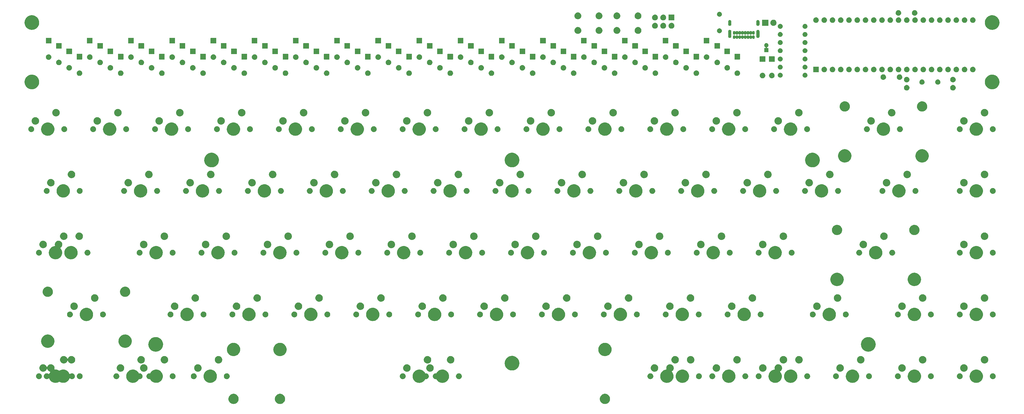
<source format=gbr>
G04 #@! TF.GenerationSoftware,KiCad,Pcbnew,(5.99.0-104-g2b387f4b4)*
G04 #@! TF.CreationDate,2019-09-26T12:15:12-04:00*
G04 #@! TF.ProjectId,discipline-pcb,64697363-6970-46c6-996e-652d7063622e,rev?*
G04 #@! TF.SameCoordinates,Original*
G04 #@! TF.FileFunction,Soldermask,Bot*
G04 #@! TF.FilePolarity,Negative*
%FSLAX46Y46*%
G04 Gerber Fmt 4.6, Leading zero omitted, Abs format (unit mm)*
G04 Created by KiCad (PCBNEW (5.99.0-104-g2b387f4b4)) date 2019-09-26 12:15:12*
%MOMM*%
%LPD*%
G04 APERTURE LIST*
%ADD10C,0.100000*%
G04 APERTURE END LIST*
D10*
G36*
X141598351Y-171637750D02*
G01*
X141654934Y-171635774D01*
X141723260Y-171644405D01*
X141786705Y-171647786D01*
X141843445Y-171659588D01*
X141906384Y-171667539D01*
X141965941Y-171685068D01*
X142021317Y-171696586D01*
X142082152Y-171719270D01*
X142149520Y-171739098D01*
X142199343Y-171762969D01*
X142245839Y-171780307D01*
X142308669Y-171815350D01*
X142378088Y-171848610D01*
X142417844Y-171876241D01*
X142455114Y-171897028D01*
X142517466Y-171945480D01*
X142586207Y-171993256D01*
X142616113Y-172022135D01*
X142644336Y-172044067D01*
X142703519Y-172106542D01*
X142768523Y-172169316D01*
X142789324Y-172197121D01*
X142809128Y-172218027D01*
X142862269Y-172294629D01*
X142920344Y-172372260D01*
X142933252Y-172396951D01*
X142945715Y-172414916D01*
X142989903Y-172505313D01*
X143037766Y-172596867D01*
X143044391Y-172616784D01*
X143050951Y-172630203D01*
X143083306Y-172733765D01*
X143117767Y-172837358D01*
X143120023Y-172851290D01*
X143122411Y-172858932D01*
X143140196Y-172975843D01*
X143158288Y-173087546D01*
X143155289Y-173373951D01*
X143148823Y-173409179D01*
X143148274Y-173427691D01*
X143127966Y-173522821D01*
X143109537Y-173623236D01*
X143102031Y-173644316D01*
X143098625Y-173660270D01*
X143060778Y-173760167D01*
X143024517Y-173861999D01*
X143017056Y-173875570D01*
X143013729Y-173884352D01*
X142956720Y-173985320D01*
X142902417Y-174084097D01*
X142897123Y-174090873D01*
X142895913Y-174093016D01*
X142809597Y-174202901D01*
X142746379Y-174283817D01*
X142663832Y-174360256D01*
X142573065Y-174445343D01*
X142568752Y-174448302D01*
X142560416Y-174456021D01*
X142467773Y-174517573D01*
X142375459Y-174580900D01*
X142364508Y-174586182D01*
X142349314Y-174596277D01*
X142253025Y-174639956D01*
X142159630Y-174685004D01*
X142141371Y-174690604D01*
X142118503Y-174700977D01*
X142022461Y-174727071D01*
X141930536Y-174755263D01*
X141904790Y-174759042D01*
X141873921Y-174767429D01*
X141781400Y-174777153D01*
X141693446Y-174790063D01*
X141660484Y-174789862D01*
X141621861Y-174793921D01*
X141535608Y-174789099D01*
X141453820Y-174788599D01*
X141414418Y-174782323D01*
X141368808Y-174779773D01*
X141290985Y-174762663D01*
X141217174Y-174750906D01*
X141172564Y-174736626D01*
X141121272Y-174725349D01*
X141053464Y-174698502D01*
X140988956Y-174677853D01*
X140940801Y-174653896D01*
X140885621Y-174632049D01*
X140828795Y-174598174D01*
X140774411Y-174571118D01*
X140724742Y-174536145D01*
X140667919Y-174502272D01*
X140622461Y-174464128D01*
X140578482Y-174433162D01*
X140529639Y-174386241D01*
X140473767Y-174339359D01*
X140439445Y-174299597D01*
X140405671Y-174267152D01*
X140360237Y-174207834D01*
X140308158Y-174147500D01*
X140284212Y-174108576D01*
X140259960Y-174076913D01*
X140220632Y-174005228D01*
X140175355Y-173931631D01*
X140160553Y-173895720D01*
X140144700Y-173866823D01*
X140114222Y-173783311D01*
X140078773Y-173697306D01*
X140071470Y-173666168D01*
X140062548Y-173641722D01*
X140043625Y-173547452D01*
X140020898Y-173450554D01*
X140019146Y-173425503D01*
X140015388Y-173406780D01*
X140010593Y-173303178D01*
X140003219Y-173197723D01*
X140004871Y-173179565D01*
X140004309Y-173167412D01*
X140016110Y-173056072D01*
X140026189Y-172945318D01*
X140029015Y-172934310D01*
X140029566Y-172929115D01*
X140061192Y-172808990D01*
X140089219Y-172699832D01*
X140130415Y-172605538D01*
X140185935Y-172477546D01*
X140187243Y-172475465D01*
X140190687Y-172467582D01*
X140251771Y-172372798D01*
X140313451Y-172274662D01*
X140319591Y-172267561D01*
X140327982Y-172254541D01*
X140400293Y-172174232D01*
X140470184Y-172093405D01*
X140482606Y-172082814D01*
X140497572Y-172066193D01*
X140577102Y-172002249D01*
X140652537Y-171937935D01*
X140672314Y-171925697D01*
X140695094Y-171907381D01*
X140778244Y-171860145D01*
X140856301Y-171811842D01*
X140884078Y-171800023D01*
X140915466Y-171782192D01*
X140998954Y-171751143D01*
X141076804Y-171718018D01*
X141112758Y-171708820D01*
X141153019Y-171693847D01*
X141233834Y-171677845D01*
X141308952Y-171658628D01*
X141352795Y-171654291D01*
X141401640Y-171644619D01*
X141477237Y-171641979D01*
X141547418Y-171635036D01*
X141598351Y-171637750D01*
X141598351Y-171637750D01*
G37*
G36*
X241604826Y-171637517D02*
G01*
X241654734Y-171635774D01*
X241657127Y-171636076D01*
X241665786Y-171635774D01*
X241734113Y-171644406D01*
X241797557Y-171647786D01*
X241854297Y-171659588D01*
X241917236Y-171667539D01*
X241976793Y-171685068D01*
X242032169Y-171696586D01*
X242093004Y-171719270D01*
X242160372Y-171739098D01*
X242210195Y-171762969D01*
X242256691Y-171780307D01*
X242319521Y-171815350D01*
X242388940Y-171848610D01*
X242428696Y-171876241D01*
X242465966Y-171897028D01*
X242528318Y-171945480D01*
X242597059Y-171993256D01*
X242626965Y-172022135D01*
X242655188Y-172044067D01*
X242714371Y-172106542D01*
X242779375Y-172169316D01*
X242800176Y-172197121D01*
X242819980Y-172218027D01*
X242873121Y-172294629D01*
X242931196Y-172372260D01*
X242944104Y-172396951D01*
X242956567Y-172414916D01*
X243000755Y-172505313D01*
X243048618Y-172596867D01*
X243055243Y-172616784D01*
X243061803Y-172630203D01*
X243094158Y-172733765D01*
X243128619Y-172837358D01*
X243130875Y-172851290D01*
X243133263Y-172858932D01*
X243151048Y-172975843D01*
X243169140Y-173087546D01*
X243166141Y-173373951D01*
X243159675Y-173409179D01*
X243159126Y-173427691D01*
X243138818Y-173522821D01*
X243120389Y-173623236D01*
X243112883Y-173644316D01*
X243109477Y-173660270D01*
X243071630Y-173760167D01*
X243035369Y-173861999D01*
X243027908Y-173875570D01*
X243024581Y-173884352D01*
X242967572Y-173985320D01*
X242913269Y-174084097D01*
X242907975Y-174090873D01*
X242906765Y-174093016D01*
X242820449Y-174202901D01*
X242757231Y-174283817D01*
X242674684Y-174360256D01*
X242583917Y-174445343D01*
X242579604Y-174448302D01*
X242571268Y-174456021D01*
X242478625Y-174517573D01*
X242386311Y-174580900D01*
X242375360Y-174586182D01*
X242360166Y-174596277D01*
X242263877Y-174639956D01*
X242170482Y-174685004D01*
X242152223Y-174690604D01*
X242129355Y-174700977D01*
X242033313Y-174727071D01*
X241941388Y-174755263D01*
X241915642Y-174759042D01*
X241884773Y-174767429D01*
X241792254Y-174777153D01*
X241704299Y-174790063D01*
X241703198Y-174790056D01*
X241702309Y-174790118D01*
X241670732Y-174789925D01*
X241632713Y-174793921D01*
X241625499Y-174793518D01*
X241621661Y-174793921D01*
X241535406Y-174789099D01*
X241453620Y-174788599D01*
X241414218Y-174782323D01*
X241368608Y-174779773D01*
X241290785Y-174762663D01*
X241216974Y-174750906D01*
X241172364Y-174736626D01*
X241121072Y-174725349D01*
X241053264Y-174698502D01*
X240988756Y-174677853D01*
X240940601Y-174653896D01*
X240885421Y-174632049D01*
X240828595Y-174598174D01*
X240774211Y-174571118D01*
X240724542Y-174536145D01*
X240667719Y-174502272D01*
X240622261Y-174464128D01*
X240578282Y-174433162D01*
X240529439Y-174386241D01*
X240473567Y-174339359D01*
X240439245Y-174299597D01*
X240405471Y-174267152D01*
X240360037Y-174207834D01*
X240307958Y-174147500D01*
X240284012Y-174108576D01*
X240259760Y-174076913D01*
X240220432Y-174005228D01*
X240175155Y-173931631D01*
X240160353Y-173895720D01*
X240144500Y-173866823D01*
X240114022Y-173783311D01*
X240078573Y-173697306D01*
X240071270Y-173666168D01*
X240062348Y-173641722D01*
X240043425Y-173547452D01*
X240020698Y-173450554D01*
X240018946Y-173425503D01*
X240015188Y-173406780D01*
X240010393Y-173303178D01*
X240003019Y-173197723D01*
X240004671Y-173179565D01*
X240004109Y-173167412D01*
X240015910Y-173056072D01*
X240025989Y-172945318D01*
X240028815Y-172934310D01*
X240029366Y-172929115D01*
X240060992Y-172808990D01*
X240089019Y-172699832D01*
X240130215Y-172605538D01*
X240185735Y-172477546D01*
X240187043Y-172475465D01*
X240190487Y-172467582D01*
X240251571Y-172372798D01*
X240313251Y-172274662D01*
X240319391Y-172267561D01*
X240327782Y-172254541D01*
X240400093Y-172174232D01*
X240469984Y-172093405D01*
X240482406Y-172082814D01*
X240497372Y-172066193D01*
X240576902Y-172002249D01*
X240652337Y-171937935D01*
X240672114Y-171925697D01*
X240694894Y-171907381D01*
X240778044Y-171860145D01*
X240856101Y-171811842D01*
X240883878Y-171800023D01*
X240915266Y-171782192D01*
X240998754Y-171751143D01*
X241076604Y-171718018D01*
X241112558Y-171708820D01*
X241152819Y-171693847D01*
X241233634Y-171677845D01*
X241308752Y-171658628D01*
X241352595Y-171654291D01*
X241401440Y-171644619D01*
X241477038Y-171641979D01*
X241549523Y-171634808D01*
X241552655Y-171634737D01*
X241604826Y-171637517D01*
X241604826Y-171637517D01*
G37*
G36*
X127309203Y-171637750D02*
G01*
X127365786Y-171635774D01*
X127434112Y-171644405D01*
X127497557Y-171647786D01*
X127554297Y-171659588D01*
X127617236Y-171667539D01*
X127676793Y-171685068D01*
X127732169Y-171696586D01*
X127793004Y-171719270D01*
X127860372Y-171739098D01*
X127910195Y-171762969D01*
X127956691Y-171780307D01*
X128019521Y-171815350D01*
X128088940Y-171848610D01*
X128128696Y-171876241D01*
X128165966Y-171897028D01*
X128228318Y-171945480D01*
X128297059Y-171993256D01*
X128326965Y-172022135D01*
X128355188Y-172044067D01*
X128414371Y-172106542D01*
X128479375Y-172169316D01*
X128500176Y-172197121D01*
X128519980Y-172218027D01*
X128573121Y-172294629D01*
X128631196Y-172372260D01*
X128644104Y-172396951D01*
X128656567Y-172414916D01*
X128700755Y-172505313D01*
X128748618Y-172596867D01*
X128755243Y-172616784D01*
X128761803Y-172630203D01*
X128794158Y-172733765D01*
X128828619Y-172837358D01*
X128830875Y-172851290D01*
X128833263Y-172858932D01*
X128851048Y-172975843D01*
X128869140Y-173087546D01*
X128866141Y-173373951D01*
X128859675Y-173409179D01*
X128859126Y-173427691D01*
X128838818Y-173522821D01*
X128820389Y-173623236D01*
X128812883Y-173644316D01*
X128809477Y-173660270D01*
X128771630Y-173760167D01*
X128735369Y-173861999D01*
X128727908Y-173875570D01*
X128724581Y-173884352D01*
X128667572Y-173985320D01*
X128613269Y-174084097D01*
X128607975Y-174090873D01*
X128606765Y-174093016D01*
X128520449Y-174202901D01*
X128457231Y-174283817D01*
X128374684Y-174360256D01*
X128283917Y-174445343D01*
X128279604Y-174448302D01*
X128271268Y-174456021D01*
X128178625Y-174517573D01*
X128086311Y-174580900D01*
X128075360Y-174586182D01*
X128060166Y-174596277D01*
X127963877Y-174639956D01*
X127870482Y-174685004D01*
X127852223Y-174690604D01*
X127829355Y-174700977D01*
X127733313Y-174727071D01*
X127641388Y-174755263D01*
X127615642Y-174759042D01*
X127584773Y-174767429D01*
X127492252Y-174777153D01*
X127404298Y-174790063D01*
X127371336Y-174789862D01*
X127332713Y-174793921D01*
X127246460Y-174789099D01*
X127164672Y-174788599D01*
X127125270Y-174782323D01*
X127079660Y-174779773D01*
X127001837Y-174762663D01*
X126928026Y-174750906D01*
X126883416Y-174736626D01*
X126832124Y-174725349D01*
X126764316Y-174698502D01*
X126699808Y-174677853D01*
X126651653Y-174653896D01*
X126596473Y-174632049D01*
X126539647Y-174598174D01*
X126485263Y-174571118D01*
X126435594Y-174536145D01*
X126378771Y-174502272D01*
X126333313Y-174464128D01*
X126289334Y-174433162D01*
X126240491Y-174386241D01*
X126184619Y-174339359D01*
X126150297Y-174299597D01*
X126116523Y-174267152D01*
X126071089Y-174207834D01*
X126019010Y-174147500D01*
X125995064Y-174108576D01*
X125970812Y-174076913D01*
X125931484Y-174005228D01*
X125886207Y-173931631D01*
X125871405Y-173895720D01*
X125855552Y-173866823D01*
X125825074Y-173783311D01*
X125789625Y-173697306D01*
X125782322Y-173666168D01*
X125773400Y-173641722D01*
X125754477Y-173547452D01*
X125731750Y-173450554D01*
X125729998Y-173425503D01*
X125726240Y-173406780D01*
X125721445Y-173303178D01*
X125714071Y-173197723D01*
X125715723Y-173179565D01*
X125715161Y-173167412D01*
X125726962Y-173056072D01*
X125737041Y-172945318D01*
X125739867Y-172934310D01*
X125740418Y-172929115D01*
X125772044Y-172808990D01*
X125800071Y-172699832D01*
X125841267Y-172605538D01*
X125896787Y-172477546D01*
X125898095Y-172475465D01*
X125901539Y-172467582D01*
X125962623Y-172372798D01*
X126024303Y-172274662D01*
X126030443Y-172267561D01*
X126038834Y-172254541D01*
X126111145Y-172174232D01*
X126181036Y-172093405D01*
X126193458Y-172082814D01*
X126208424Y-172066193D01*
X126287954Y-172002249D01*
X126363389Y-171937935D01*
X126383166Y-171925697D01*
X126405946Y-171907381D01*
X126489096Y-171860145D01*
X126567153Y-171811842D01*
X126594930Y-171800023D01*
X126626318Y-171782192D01*
X126709806Y-171751143D01*
X126787656Y-171718018D01*
X126823610Y-171708820D01*
X126863871Y-171693847D01*
X126944686Y-171677845D01*
X127019804Y-171658628D01*
X127063647Y-171654291D01*
X127112492Y-171644619D01*
X127188089Y-171641979D01*
X127258270Y-171635036D01*
X127309203Y-171637750D01*
X127309203Y-171637750D01*
G37*
G36*
X184555922Y-164180925D02*
G01*
X184659018Y-164184525D01*
X184697607Y-164191329D01*
X184733772Y-164193985D01*
X184836480Y-164215816D01*
X184941500Y-164234334D01*
X184975362Y-164245336D01*
X185007309Y-164252127D01*
X185109573Y-164288945D01*
X185214301Y-164322973D01*
X185243088Y-164337013D01*
X185270427Y-164346856D01*
X185370026Y-164398925D01*
X185472111Y-164448715D01*
X185495697Y-164464624D01*
X185518257Y-164476418D01*
X185612926Y-164543696D01*
X185709912Y-164609114D01*
X185728394Y-164625755D01*
X185746208Y-164638415D01*
X185833651Y-164720529D01*
X185923075Y-164801047D01*
X185936754Y-164817349D01*
X185950063Y-164829847D01*
X186028009Y-164926103D01*
X186107452Y-165020779D01*
X186116832Y-165035789D01*
X186126053Y-165047177D01*
X186192309Y-165156578D01*
X186259454Y-165264033D01*
X186260864Y-165267199D01*
X186309349Y-165311528D01*
X186387708Y-165322034D01*
X186399726Y-165319742D01*
X186438095Y-165320010D01*
X186481784Y-165315418D01*
X186531686Y-165320663D01*
X186576421Y-165320975D01*
X186620244Y-165329970D01*
X186670144Y-165335215D01*
X186711916Y-165348788D01*
X186749507Y-165356504D01*
X186796635Y-165376315D01*
X186850272Y-165393743D01*
X186882883Y-165412571D01*
X186912398Y-165424978D01*
X186960085Y-165457143D01*
X187014295Y-165488441D01*
X187037610Y-165509434D01*
X187058885Y-165523784D01*
X187103967Y-165569182D01*
X187155045Y-165615173D01*
X187169787Y-165635463D01*
X187183392Y-165649164D01*
X187222427Y-165707917D01*
X187266370Y-165768399D01*
X187274005Y-165785548D01*
X187281172Y-165796335D01*
X187310649Y-165867852D01*
X187343405Y-165941422D01*
X187345995Y-165953605D01*
X187348508Y-165959703D01*
X187365076Y-166043377D01*
X187382783Y-166126681D01*
X187382783Y-166316079D01*
X187379899Y-166329649D01*
X187379814Y-166335711D01*
X187361126Y-166417965D01*
X187343405Y-166501338D01*
X187340913Y-166506935D01*
X187340862Y-166507160D01*
X187268994Y-166668577D01*
X187268862Y-166668765D01*
X187266370Y-166674361D01*
X187216264Y-166743326D01*
X187167141Y-166812962D01*
X187162369Y-166817506D01*
X187155045Y-166827587D01*
X187095180Y-166881490D01*
X187039180Y-166934818D01*
X187028248Y-166941756D01*
X187014295Y-166954319D01*
X186949548Y-166991701D01*
X186889995Y-167029494D01*
X186871993Y-167036477D01*
X186850272Y-167049017D01*
X186784899Y-167070258D01*
X186725252Y-167093394D01*
X186699984Y-167097849D01*
X186670144Y-167107545D01*
X186607879Y-167114089D01*
X186551244Y-167124075D01*
X186519243Y-167123405D01*
X186481784Y-167127342D01*
X186425685Y-167121446D01*
X186374779Y-167120380D01*
X186306799Y-167138804D01*
X186261475Y-167189968D01*
X186259454Y-167194507D01*
X186253877Y-167203432D01*
X186250774Y-167210209D01*
X186177121Y-167326267D01*
X186107452Y-167437761D01*
X186102991Y-167443078D01*
X186100928Y-167446328D01*
X186006739Y-167557786D01*
X185923075Y-167657493D01*
X185920589Y-167659732D01*
X185920427Y-167659923D01*
X185712605Y-167847047D01*
X185712398Y-167847188D01*
X185709912Y-167849426D01*
X185602095Y-167922150D01*
X185481313Y-168004233D01*
X185477861Y-168005947D01*
X185472111Y-168009825D01*
X185354015Y-168067424D01*
X185230825Y-168128576D01*
X185223759Y-168130954D01*
X185214301Y-168135567D01*
X185091176Y-168175573D01*
X184965781Y-168217773D01*
X184954925Y-168219844D01*
X184941500Y-168224206D01*
X184816712Y-168246209D01*
X184691085Y-168270174D01*
X184676452Y-168270941D01*
X184659018Y-168274015D01*
X184535468Y-168278330D01*
X184411817Y-168284810D01*
X184393632Y-168283283D01*
X184372353Y-168284026D01*
X184252625Y-168271442D01*
X184133147Y-168261409D01*
X184111827Y-168256644D01*
X184087085Y-168254043D01*
X183973539Y-168225733D01*
X183860224Y-168200404D01*
X183836368Y-168191532D01*
X183808766Y-168184650D01*
X183703466Y-168142106D01*
X183598119Y-168102928D01*
X183572511Y-168089197D01*
X183542812Y-168077198D01*
X183447432Y-168022130D01*
X183351659Y-167970777D01*
X183325239Y-167951582D01*
X183294402Y-167933778D01*
X183210362Y-167868119D01*
X183125420Y-167806405D01*
X183099249Y-167781308D01*
X183068369Y-167757182D01*
X182996712Y-167682979D01*
X182923580Y-167612848D01*
X182898820Y-167581608D01*
X182869113Y-167550846D01*
X182810535Y-167470221D01*
X182749874Y-167393685D01*
X182727754Y-167356282D01*
X182700513Y-167318788D01*
X182655372Y-167233891D01*
X182607519Y-167152975D01*
X182589286Y-167109601D01*
X182565850Y-167065524D01*
X182534174Y-166978495D01*
X182499151Y-166895179D01*
X182486040Y-166846247D01*
X182467745Y-166795983D01*
X182449226Y-166708858D01*
X182426770Y-166625051D01*
X182419969Y-166571211D01*
X182408108Y-166515411D01*
X182402142Y-166430100D01*
X182391722Y-166347612D01*
X182392328Y-166289748D01*
X182388099Y-166229270D01*
X182393818Y-166147482D01*
X182394651Y-166067975D01*
X182403630Y-166007171D01*
X182408108Y-165943129D01*
X182424416Y-165866405D01*
X182435503Y-165791324D01*
X182453656Y-165728839D01*
X182467745Y-165662557D01*
X182493355Y-165592194D01*
X182513523Y-165522775D01*
X182541458Y-165460031D01*
X182565850Y-165393016D01*
X182599332Y-165330046D01*
X182627266Y-165267305D01*
X182665358Y-165205868D01*
X182700513Y-165139752D01*
X182740340Y-165084935D01*
X182774631Y-165029629D01*
X182823012Y-164971147D01*
X182869113Y-164907694D01*
X182913707Y-164861515D01*
X182952888Y-164814154D01*
X183011415Y-164760336D01*
X183068369Y-164701358D01*
X183116146Y-164664030D01*
X183158734Y-164624869D01*
X183226992Y-164577428D01*
X183294402Y-164524762D01*
X183343822Y-164496230D01*
X183388375Y-164465264D01*
X183465666Y-164425882D01*
X183542812Y-164381342D01*
X183592411Y-164361303D01*
X183637543Y-164338307D01*
X183722894Y-164308584D01*
X183808766Y-164273890D01*
X183857197Y-164261815D01*
X183901637Y-164246339D01*
X183993800Y-164227756D01*
X184087085Y-164204497D01*
X184133175Y-164199653D01*
X184175775Y-164191063D01*
X184273243Y-164184931D01*
X184372353Y-164174514D01*
X184415093Y-164176007D01*
X184454871Y-164173504D01*
X184555922Y-164180925D01*
X184555922Y-164180925D01*
G37*
G36*
X96423399Y-164173035D02*
G01*
X96526495Y-164176635D01*
X96565084Y-164183439D01*
X96601249Y-164186095D01*
X96703957Y-164207926D01*
X96808977Y-164226444D01*
X96842839Y-164237446D01*
X96874786Y-164244237D01*
X96977050Y-164281055D01*
X97081778Y-164315083D01*
X97110565Y-164329123D01*
X97137904Y-164338966D01*
X97237503Y-164391035D01*
X97339588Y-164440825D01*
X97363174Y-164456734D01*
X97385734Y-164468528D01*
X97480403Y-164535806D01*
X97577389Y-164601224D01*
X97595871Y-164617865D01*
X97613685Y-164630525D01*
X97701128Y-164712639D01*
X97790552Y-164793157D01*
X97804231Y-164809459D01*
X97817540Y-164821957D01*
X97895486Y-164918212D01*
X97974929Y-165012889D01*
X97984309Y-165027900D01*
X97993534Y-165039292D01*
X98059835Y-165148767D01*
X98126931Y-165256143D01*
X98132411Y-165268451D01*
X98184186Y-165315789D01*
X98260844Y-165326067D01*
X98267299Y-165325388D01*
X98317509Y-165315811D01*
X98355877Y-165316079D01*
X98399565Y-165311487D01*
X98449467Y-165316732D01*
X98494202Y-165317044D01*
X98538025Y-165326039D01*
X98587925Y-165331284D01*
X98629697Y-165344857D01*
X98667288Y-165352573D01*
X98714416Y-165372384D01*
X98768053Y-165389812D01*
X98800664Y-165408640D01*
X98830179Y-165421047D01*
X98877866Y-165453212D01*
X98932076Y-165484510D01*
X98955391Y-165505503D01*
X98976666Y-165519853D01*
X99021748Y-165565251D01*
X99072826Y-165611242D01*
X99087568Y-165631532D01*
X99101173Y-165645233D01*
X99140208Y-165703986D01*
X99184151Y-165764468D01*
X99191786Y-165781617D01*
X99198953Y-165792404D01*
X99228430Y-165863921D01*
X99261186Y-165937491D01*
X99263776Y-165949674D01*
X99266289Y-165955772D01*
X99282857Y-166039446D01*
X99300564Y-166122750D01*
X99300564Y-166312148D01*
X99297680Y-166325718D01*
X99297595Y-166331780D01*
X99278907Y-166414034D01*
X99261186Y-166497407D01*
X99258694Y-166503004D01*
X99258643Y-166503229D01*
X99186775Y-166664646D01*
X99186643Y-166664834D01*
X99184151Y-166670430D01*
X99134045Y-166739395D01*
X99084922Y-166809031D01*
X99080150Y-166813575D01*
X99072826Y-166823656D01*
X99012961Y-166877559D01*
X98956961Y-166930887D01*
X98946029Y-166937825D01*
X98932076Y-166950388D01*
X98867329Y-166987770D01*
X98807776Y-167025563D01*
X98789774Y-167032546D01*
X98768053Y-167045086D01*
X98702680Y-167066327D01*
X98643033Y-167089463D01*
X98617765Y-167093918D01*
X98587925Y-167103614D01*
X98525660Y-167110158D01*
X98469025Y-167120144D01*
X98437024Y-167119474D01*
X98399565Y-167123411D01*
X98343467Y-167117515D01*
X98292363Y-167116445D01*
X98268404Y-167111177D01*
X98198140Y-167116046D01*
X98130334Y-167178973D01*
X98126931Y-167186617D01*
X98121355Y-167195541D01*
X98118250Y-167202322D01*
X98044569Y-167318424D01*
X97974929Y-167429871D01*
X97970468Y-167435188D01*
X97968405Y-167438438D01*
X97874216Y-167549896D01*
X97790552Y-167649603D01*
X97788066Y-167651842D01*
X97787904Y-167652033D01*
X97580082Y-167839157D01*
X97579875Y-167839298D01*
X97577389Y-167841536D01*
X97469572Y-167914260D01*
X97348790Y-167996343D01*
X97345338Y-167998057D01*
X97339588Y-168001935D01*
X97221492Y-168059534D01*
X97098302Y-168120686D01*
X97091236Y-168123064D01*
X97081778Y-168127677D01*
X96958653Y-168167683D01*
X96833258Y-168209883D01*
X96822402Y-168211954D01*
X96808977Y-168216316D01*
X96684189Y-168238319D01*
X96558562Y-168262284D01*
X96543929Y-168263051D01*
X96526495Y-168266125D01*
X96402945Y-168270440D01*
X96279294Y-168276920D01*
X96261109Y-168275393D01*
X96239830Y-168276136D01*
X96120102Y-168263552D01*
X96000624Y-168253519D01*
X95979304Y-168248754D01*
X95954562Y-168246153D01*
X95841016Y-168217843D01*
X95727701Y-168192514D01*
X95703845Y-168183642D01*
X95676243Y-168176760D01*
X95570943Y-168134216D01*
X95465596Y-168095038D01*
X95439988Y-168081307D01*
X95410289Y-168069308D01*
X95314909Y-168014240D01*
X95219136Y-167962887D01*
X95192716Y-167943692D01*
X95161879Y-167925888D01*
X95077839Y-167860229D01*
X94992897Y-167798515D01*
X94966726Y-167773418D01*
X94935846Y-167749292D01*
X94864189Y-167675089D01*
X94791057Y-167604958D01*
X94766297Y-167573718D01*
X94736590Y-167542956D01*
X94678012Y-167462331D01*
X94617351Y-167385795D01*
X94595231Y-167348392D01*
X94567990Y-167310898D01*
X94522849Y-167226001D01*
X94474996Y-167145085D01*
X94456763Y-167101711D01*
X94433327Y-167057634D01*
X94401651Y-166970605D01*
X94366628Y-166887289D01*
X94353517Y-166838357D01*
X94335222Y-166788093D01*
X94316703Y-166700968D01*
X94294247Y-166617161D01*
X94287446Y-166563321D01*
X94275585Y-166507521D01*
X94269619Y-166422210D01*
X94259199Y-166339722D01*
X94259805Y-166281858D01*
X94255576Y-166221380D01*
X94261295Y-166139592D01*
X94262128Y-166060085D01*
X94271107Y-165999281D01*
X94275585Y-165935239D01*
X94291893Y-165858515D01*
X94302980Y-165783434D01*
X94321133Y-165720949D01*
X94335222Y-165654667D01*
X94360832Y-165584304D01*
X94381000Y-165514885D01*
X94408935Y-165452141D01*
X94433327Y-165385126D01*
X94466809Y-165322156D01*
X94494743Y-165259415D01*
X94532835Y-165197978D01*
X94567990Y-165131862D01*
X94607817Y-165077045D01*
X94642108Y-165021739D01*
X94690489Y-164963257D01*
X94736590Y-164899804D01*
X94781184Y-164853625D01*
X94820365Y-164806264D01*
X94878892Y-164752446D01*
X94935846Y-164693468D01*
X94983623Y-164656140D01*
X95026211Y-164616979D01*
X95094469Y-164569538D01*
X95161879Y-164516872D01*
X95211299Y-164488340D01*
X95255852Y-164457374D01*
X95333143Y-164417992D01*
X95410289Y-164373452D01*
X95459888Y-164353413D01*
X95505020Y-164330417D01*
X95590371Y-164300694D01*
X95676243Y-164266000D01*
X95724674Y-164253925D01*
X95769114Y-164238449D01*
X95861277Y-164219866D01*
X95954562Y-164196607D01*
X96000652Y-164191763D01*
X96043252Y-164183173D01*
X96140720Y-164177041D01*
X96239830Y-164166624D01*
X96282570Y-164168117D01*
X96322348Y-164165614D01*
X96423399Y-164173035D01*
X96423399Y-164173035D01*
G37*
G36*
X191673599Y-164173035D02*
G01*
X191776695Y-164176635D01*
X191815284Y-164183439D01*
X191851449Y-164186095D01*
X191954157Y-164207926D01*
X192059177Y-164226444D01*
X192093039Y-164237446D01*
X192124986Y-164244237D01*
X192227250Y-164281055D01*
X192331978Y-164315083D01*
X192360765Y-164329123D01*
X192388104Y-164338966D01*
X192487703Y-164391035D01*
X192589788Y-164440825D01*
X192613374Y-164456734D01*
X192635934Y-164468528D01*
X192730603Y-164535806D01*
X192827589Y-164601224D01*
X192846071Y-164617865D01*
X192863885Y-164630525D01*
X192951328Y-164712639D01*
X193040752Y-164793157D01*
X193054431Y-164809459D01*
X193067740Y-164821957D01*
X193145686Y-164918213D01*
X193225129Y-165012889D01*
X193234509Y-165027899D01*
X193243730Y-165039287D01*
X193309992Y-165148698D01*
X193377131Y-165256143D01*
X193382871Y-165269036D01*
X193388597Y-165278490D01*
X193441108Y-165399837D01*
X193493800Y-165518184D01*
X193496705Y-165528314D01*
X193499662Y-165535148D01*
X193536628Y-165667543D01*
X193572863Y-165793912D01*
X193573828Y-165800780D01*
X193574865Y-165804493D01*
X193594676Y-165949117D01*
X193612784Y-166077960D01*
X193612784Y-166364800D01*
X193609511Y-166388090D01*
X193609336Y-166404778D01*
X193590067Y-166526440D01*
X193572863Y-166648848D01*
X193567984Y-166665862D01*
X193565692Y-166680335D01*
X193528727Y-166802770D01*
X193493800Y-166924576D01*
X193488059Y-166937472D01*
X193484865Y-166948049D01*
X193429804Y-167068313D01*
X193377131Y-167186617D01*
X193371552Y-167195545D01*
X193368449Y-167202323D01*
X193294781Y-167318405D01*
X193225129Y-167429871D01*
X193220668Y-167435188D01*
X193218605Y-167438438D01*
X193124416Y-167549896D01*
X193040752Y-167649603D01*
X193038266Y-167651842D01*
X193038104Y-167652033D01*
X192830282Y-167839157D01*
X192830075Y-167839298D01*
X192827589Y-167841536D01*
X192719772Y-167914260D01*
X192598990Y-167996343D01*
X192595538Y-167998057D01*
X192589788Y-168001935D01*
X192471692Y-168059534D01*
X192348502Y-168120686D01*
X192341436Y-168123064D01*
X192331978Y-168127677D01*
X192208853Y-168167683D01*
X192083458Y-168209883D01*
X192072602Y-168211954D01*
X192059177Y-168216316D01*
X191934389Y-168238319D01*
X191808762Y-168262284D01*
X191794129Y-168263051D01*
X191776695Y-168266125D01*
X191653145Y-168270440D01*
X191529494Y-168276920D01*
X191511309Y-168275393D01*
X191490030Y-168276136D01*
X191370302Y-168263552D01*
X191250824Y-168253519D01*
X191229504Y-168248754D01*
X191204762Y-168246153D01*
X191091216Y-168217843D01*
X190977901Y-168192514D01*
X190954045Y-168183642D01*
X190926443Y-168176760D01*
X190821143Y-168134216D01*
X190715796Y-168095038D01*
X190690188Y-168081307D01*
X190660489Y-168069308D01*
X190565109Y-168014240D01*
X190469336Y-167962887D01*
X190442916Y-167943692D01*
X190412079Y-167925888D01*
X190328039Y-167860229D01*
X190243097Y-167798515D01*
X190216926Y-167773418D01*
X190186046Y-167749292D01*
X190114389Y-167675089D01*
X190041257Y-167604958D01*
X190016496Y-167573718D01*
X189986790Y-167542956D01*
X189928217Y-167462337D01*
X189867548Y-167385792D01*
X189845425Y-167348384D01*
X189818190Y-167310898D01*
X189773053Y-167226009D01*
X189749799Y-167186687D01*
X189698319Y-167138619D01*
X189620501Y-167127216D01*
X189593566Y-167131965D01*
X189561566Y-167131295D01*
X189524107Y-167135232D01*
X189468009Y-167129336D01*
X189416906Y-167128266D01*
X189379430Y-167120026D01*
X189335747Y-167115435D01*
X189288024Y-167099929D01*
X189244332Y-167090322D01*
X189203337Y-167072412D01*
X189155619Y-167056907D01*
X189117580Y-167034945D01*
X189082417Y-167019583D01*
X189040444Y-166990411D01*
X188991596Y-166962209D01*
X188963611Y-166937011D01*
X188937322Y-166918740D01*
X188897364Y-166877362D01*
X188850846Y-166835477D01*
X188832403Y-166810093D01*
X188814580Y-166791636D01*
X188779928Y-166737867D01*
X188739521Y-166682251D01*
X188729319Y-166659336D01*
X188718861Y-166643109D01*
X188692896Y-166577531D01*
X188662486Y-166509228D01*
X188658583Y-166490866D01*
X188653814Y-166478821D01*
X188639847Y-166402718D01*
X188623108Y-166323969D01*
X188623108Y-166311516D01*
X188621918Y-166305032D01*
X188623108Y-166219805D01*
X188623108Y-166134571D01*
X188624382Y-166128578D01*
X188624385Y-166128347D01*
X188661122Y-165955516D01*
X188661212Y-165955306D01*
X188662486Y-165949312D01*
X188697149Y-165871458D01*
X188730729Y-165793109D01*
X188734455Y-165787667D01*
X188739521Y-165776289D01*
X188786853Y-165711142D01*
X188830559Y-165647311D01*
X188839813Y-165638249D01*
X188850846Y-165623063D01*
X188906404Y-165573039D01*
X188956800Y-165523687D01*
X188972955Y-165513116D01*
X188991596Y-165496331D01*
X189051133Y-165461957D01*
X189104658Y-165426932D01*
X189128447Y-165417320D01*
X189155619Y-165401633D01*
X189215152Y-165382289D01*
X189268483Y-165360742D01*
X189299927Y-165354744D01*
X189335747Y-165343105D01*
X189391851Y-165337208D01*
X189442052Y-165327632D01*
X189480418Y-165327900D01*
X189524107Y-165323308D01*
X189574013Y-165328553D01*
X189630999Y-165328951D01*
X189631029Y-165324623D01*
X189677773Y-165320732D01*
X189736930Y-165264470D01*
X189740454Y-165266655D01*
X189783036Y-165197978D01*
X189818190Y-165131862D01*
X189858017Y-165077045D01*
X189892308Y-165021739D01*
X189940689Y-164963257D01*
X189986790Y-164899804D01*
X190031384Y-164853625D01*
X190070565Y-164806264D01*
X190129092Y-164752446D01*
X190186046Y-164693468D01*
X190233823Y-164656140D01*
X190276411Y-164616979D01*
X190344669Y-164569538D01*
X190412079Y-164516872D01*
X190461499Y-164488340D01*
X190506052Y-164457374D01*
X190583343Y-164417992D01*
X190660489Y-164373452D01*
X190710088Y-164353413D01*
X190755220Y-164330417D01*
X190840571Y-164300694D01*
X190926443Y-164266000D01*
X190974874Y-164253925D01*
X191019314Y-164238449D01*
X191111477Y-164219866D01*
X191204762Y-164196607D01*
X191250852Y-164191763D01*
X191293452Y-164183173D01*
X191390920Y-164177041D01*
X191490030Y-164166624D01*
X191532770Y-164168117D01*
X191572548Y-164165614D01*
X191673599Y-164173035D01*
X191673599Y-164173035D01*
G37*
G36*
X298869877Y-164173035D02*
G01*
X298972973Y-164176635D01*
X299011562Y-164183439D01*
X299047727Y-164186095D01*
X299150435Y-164207926D01*
X299255455Y-164226444D01*
X299289317Y-164237446D01*
X299321264Y-164244237D01*
X299423528Y-164281055D01*
X299528256Y-164315083D01*
X299557043Y-164329123D01*
X299584382Y-164338966D01*
X299683981Y-164391035D01*
X299786066Y-164440825D01*
X299809652Y-164456734D01*
X299832212Y-164468528D01*
X299926881Y-164535806D01*
X300023867Y-164601224D01*
X300042349Y-164617865D01*
X300060163Y-164630525D01*
X300147606Y-164712639D01*
X300237030Y-164793157D01*
X300250709Y-164809459D01*
X300264018Y-164821957D01*
X300341964Y-164918213D01*
X300421407Y-165012889D01*
X300430787Y-165027899D01*
X300440008Y-165039287D01*
X300506270Y-165148698D01*
X300573409Y-165256143D01*
X300579149Y-165269036D01*
X300584875Y-165278490D01*
X300637386Y-165399837D01*
X300690078Y-165518184D01*
X300692983Y-165528314D01*
X300695940Y-165535148D01*
X300732906Y-165667543D01*
X300769141Y-165793912D01*
X300770106Y-165800780D01*
X300771143Y-165804493D01*
X300790954Y-165949117D01*
X300809062Y-166077960D01*
X300809062Y-166364800D01*
X300805789Y-166388090D01*
X300805614Y-166404778D01*
X300786345Y-166526440D01*
X300769141Y-166648848D01*
X300764262Y-166665862D01*
X300761970Y-166680335D01*
X300725005Y-166802770D01*
X300690078Y-166924576D01*
X300684337Y-166937472D01*
X300681143Y-166948049D01*
X300626082Y-167068313D01*
X300573409Y-167186617D01*
X300567830Y-167195545D01*
X300564727Y-167202323D01*
X300491059Y-167318405D01*
X300421407Y-167429871D01*
X300416946Y-167435188D01*
X300414883Y-167438438D01*
X300320694Y-167549896D01*
X300237030Y-167649603D01*
X300234544Y-167651842D01*
X300234382Y-167652033D01*
X300026560Y-167839157D01*
X300026353Y-167839298D01*
X300023867Y-167841536D01*
X299916050Y-167914260D01*
X299795268Y-167996343D01*
X299791816Y-167998057D01*
X299786066Y-168001935D01*
X299667970Y-168059534D01*
X299544780Y-168120686D01*
X299537714Y-168123064D01*
X299528256Y-168127677D01*
X299405131Y-168167683D01*
X299279736Y-168209883D01*
X299268880Y-168211954D01*
X299255455Y-168216316D01*
X299130667Y-168238319D01*
X299005040Y-168262284D01*
X298990407Y-168263051D01*
X298972973Y-168266125D01*
X298849423Y-168270440D01*
X298725772Y-168276920D01*
X298707587Y-168275393D01*
X298686308Y-168276136D01*
X298566580Y-168263552D01*
X298447102Y-168253519D01*
X298425782Y-168248754D01*
X298401040Y-168246153D01*
X298287494Y-168217843D01*
X298174179Y-168192514D01*
X298150323Y-168183642D01*
X298122721Y-168176760D01*
X298017421Y-168134216D01*
X297912074Y-168095038D01*
X297886466Y-168081307D01*
X297856767Y-168069308D01*
X297761387Y-168014240D01*
X297665614Y-167962887D01*
X297639194Y-167943692D01*
X297608357Y-167925888D01*
X297524317Y-167860229D01*
X297439375Y-167798515D01*
X297413204Y-167773418D01*
X297382324Y-167749292D01*
X297310667Y-167675089D01*
X297237535Y-167604958D01*
X297212775Y-167573718D01*
X297183068Y-167542956D01*
X297124490Y-167462331D01*
X297063829Y-167385795D01*
X297041709Y-167348392D01*
X297014468Y-167310898D01*
X296969327Y-167226001D01*
X296921474Y-167145085D01*
X296903241Y-167101711D01*
X296879805Y-167057634D01*
X296848129Y-166970605D01*
X296813106Y-166887289D01*
X296799995Y-166838357D01*
X296781700Y-166788093D01*
X296763181Y-166700968D01*
X296740725Y-166617161D01*
X296733924Y-166563321D01*
X296722063Y-166507521D01*
X296716097Y-166422210D01*
X296705677Y-166339722D01*
X296706283Y-166281858D01*
X296702054Y-166221380D01*
X296707773Y-166139592D01*
X296708606Y-166060085D01*
X296717585Y-165999281D01*
X296722063Y-165935239D01*
X296738371Y-165858515D01*
X296749458Y-165783434D01*
X296767611Y-165720949D01*
X296781700Y-165654667D01*
X296807310Y-165584304D01*
X296827478Y-165514885D01*
X296855413Y-165452141D01*
X296879805Y-165385126D01*
X296913287Y-165322156D01*
X296941221Y-165259415D01*
X296979313Y-165197978D01*
X297014468Y-165131862D01*
X297054295Y-165077045D01*
X297088586Y-165021739D01*
X297136967Y-164963257D01*
X297183068Y-164899804D01*
X297227662Y-164853625D01*
X297266843Y-164806264D01*
X297325370Y-164752446D01*
X297382324Y-164693468D01*
X297430101Y-164656140D01*
X297472689Y-164616979D01*
X297540947Y-164569538D01*
X297608357Y-164516872D01*
X297657777Y-164488340D01*
X297702330Y-164457374D01*
X297779621Y-164417992D01*
X297856767Y-164373452D01*
X297906366Y-164353413D01*
X297951498Y-164330417D01*
X298036849Y-164300694D01*
X298122721Y-164266000D01*
X298171152Y-164253925D01*
X298215592Y-164238449D01*
X298307755Y-164219866D01*
X298401040Y-164196607D01*
X298447130Y-164191763D01*
X298489730Y-164183173D01*
X298587198Y-164177041D01*
X298686308Y-164166624D01*
X298729048Y-164168117D01*
X298768826Y-164165614D01*
X298869877Y-164173035D01*
X298869877Y-164173035D01*
G37*
G36*
X120235799Y-164173035D02*
G01*
X120338895Y-164176635D01*
X120377484Y-164183439D01*
X120413649Y-164186095D01*
X120516357Y-164207926D01*
X120621377Y-164226444D01*
X120655239Y-164237446D01*
X120687186Y-164244237D01*
X120789450Y-164281055D01*
X120894178Y-164315083D01*
X120922965Y-164329123D01*
X120950304Y-164338966D01*
X121049903Y-164391035D01*
X121151988Y-164440825D01*
X121175574Y-164456734D01*
X121198134Y-164468528D01*
X121292803Y-164535806D01*
X121389789Y-164601224D01*
X121408271Y-164617865D01*
X121426085Y-164630525D01*
X121513528Y-164712639D01*
X121602952Y-164793157D01*
X121616631Y-164809459D01*
X121629940Y-164821957D01*
X121707886Y-164918213D01*
X121787329Y-165012889D01*
X121796709Y-165027899D01*
X121805930Y-165039287D01*
X121872192Y-165148698D01*
X121939331Y-165256143D01*
X121945071Y-165269036D01*
X121950797Y-165278490D01*
X122003308Y-165399837D01*
X122056000Y-165518184D01*
X122058905Y-165528314D01*
X122061862Y-165535148D01*
X122098828Y-165667543D01*
X122135063Y-165793912D01*
X122136028Y-165800780D01*
X122137065Y-165804493D01*
X122156876Y-165949117D01*
X122174984Y-166077960D01*
X122174984Y-166364800D01*
X122171711Y-166388090D01*
X122171536Y-166404778D01*
X122152267Y-166526440D01*
X122135063Y-166648848D01*
X122130184Y-166665862D01*
X122127892Y-166680335D01*
X122090927Y-166802770D01*
X122056000Y-166924576D01*
X122050259Y-166937472D01*
X122047065Y-166948049D01*
X121992004Y-167068313D01*
X121939331Y-167186617D01*
X121933752Y-167195545D01*
X121930649Y-167202323D01*
X121856981Y-167318405D01*
X121787329Y-167429871D01*
X121782868Y-167435188D01*
X121780805Y-167438438D01*
X121686616Y-167549896D01*
X121602952Y-167649603D01*
X121600466Y-167651842D01*
X121600304Y-167652033D01*
X121392482Y-167839157D01*
X121392275Y-167839298D01*
X121389789Y-167841536D01*
X121281972Y-167914260D01*
X121161190Y-167996343D01*
X121157738Y-167998057D01*
X121151988Y-168001935D01*
X121033892Y-168059534D01*
X120910702Y-168120686D01*
X120903636Y-168123064D01*
X120894178Y-168127677D01*
X120771053Y-168167683D01*
X120645658Y-168209883D01*
X120634802Y-168211954D01*
X120621377Y-168216316D01*
X120496589Y-168238319D01*
X120370962Y-168262284D01*
X120356329Y-168263051D01*
X120338895Y-168266125D01*
X120215345Y-168270440D01*
X120091694Y-168276920D01*
X120073509Y-168275393D01*
X120052230Y-168276136D01*
X119932502Y-168263552D01*
X119813024Y-168253519D01*
X119791704Y-168248754D01*
X119766962Y-168246153D01*
X119653416Y-168217843D01*
X119540101Y-168192514D01*
X119516245Y-168183642D01*
X119488643Y-168176760D01*
X119383343Y-168134216D01*
X119277996Y-168095038D01*
X119252388Y-168081307D01*
X119222689Y-168069308D01*
X119127309Y-168014240D01*
X119031536Y-167962887D01*
X119005116Y-167943692D01*
X118974279Y-167925888D01*
X118890239Y-167860229D01*
X118805297Y-167798515D01*
X118779126Y-167773418D01*
X118748246Y-167749292D01*
X118676589Y-167675089D01*
X118603457Y-167604958D01*
X118578697Y-167573718D01*
X118548990Y-167542956D01*
X118490412Y-167462331D01*
X118429751Y-167385795D01*
X118407631Y-167348392D01*
X118380390Y-167310898D01*
X118335249Y-167226001D01*
X118287396Y-167145085D01*
X118269163Y-167101711D01*
X118245727Y-167057634D01*
X118214051Y-166970605D01*
X118179028Y-166887289D01*
X118165917Y-166838357D01*
X118147622Y-166788093D01*
X118129103Y-166700968D01*
X118106647Y-166617161D01*
X118099846Y-166563321D01*
X118087985Y-166507521D01*
X118082019Y-166422210D01*
X118071599Y-166339722D01*
X118072205Y-166281858D01*
X118067976Y-166221380D01*
X118073695Y-166139592D01*
X118074528Y-166060085D01*
X118083507Y-165999281D01*
X118087985Y-165935239D01*
X118104293Y-165858515D01*
X118115380Y-165783434D01*
X118133533Y-165720949D01*
X118147622Y-165654667D01*
X118173232Y-165584304D01*
X118193400Y-165514885D01*
X118221335Y-165452141D01*
X118245727Y-165385126D01*
X118279209Y-165322156D01*
X118307143Y-165259415D01*
X118345235Y-165197978D01*
X118380390Y-165131862D01*
X118420217Y-165077045D01*
X118454508Y-165021739D01*
X118502889Y-164963257D01*
X118548990Y-164899804D01*
X118593584Y-164853625D01*
X118632765Y-164806264D01*
X118691292Y-164752446D01*
X118748246Y-164693468D01*
X118796023Y-164656140D01*
X118838611Y-164616979D01*
X118906869Y-164569538D01*
X118974279Y-164516872D01*
X119023699Y-164488340D01*
X119068252Y-164457374D01*
X119145543Y-164417992D01*
X119222689Y-164373452D01*
X119272288Y-164353413D01*
X119317420Y-164330417D01*
X119402771Y-164300694D01*
X119488643Y-164266000D01*
X119537074Y-164253925D01*
X119581514Y-164238449D01*
X119673677Y-164219866D01*
X119766962Y-164196607D01*
X119813052Y-164191763D01*
X119855652Y-164183173D01*
X119953120Y-164177041D01*
X120052230Y-164166624D01*
X120094970Y-164168117D01*
X120134748Y-164165614D01*
X120235799Y-164173035D01*
X120235799Y-164173035D01*
G37*
G36*
X294990804Y-162528382D02*
G01*
X295014585Y-162527635D01*
X295092983Y-162539212D01*
X295174562Y-162547858D01*
X295197309Y-162554617D01*
X295217845Y-162557650D01*
X295295816Y-162583890D01*
X295377337Y-162608115D01*
X295395775Y-162617530D01*
X295412579Y-162623185D01*
X295487317Y-162664274D01*
X295565736Y-162704316D01*
X295579755Y-162715093D01*
X295592623Y-162722167D01*
X295661252Y-162777741D01*
X295733449Y-162833240D01*
X295743238Y-162844131D01*
X295752300Y-162851469D01*
X295812001Y-162920634D01*
X295874859Y-162990567D01*
X295880921Y-163000479D01*
X295886555Y-163007006D01*
X295934630Y-163088296D01*
X295985230Y-163171030D01*
X295988298Y-163179043D01*
X295991146Y-163183859D01*
X296025216Y-163275469D01*
X296060866Y-163368585D01*
X296061870Y-163374030D01*
X296062762Y-163376428D01*
X296080678Y-163476002D01*
X296099235Y-163576615D01*
X296091885Y-163848246D01*
X296068080Y-163947018D01*
X296045276Y-164044244D01*
X296043860Y-164047517D01*
X296042322Y-164053897D01*
X296002016Y-164144214D01*
X295963675Y-164232816D01*
X295960020Y-164238317D01*
X295956113Y-164247072D01*
X295901693Y-164326106D01*
X295849973Y-164403950D01*
X295843302Y-164410906D01*
X295836144Y-164421302D01*
X295770322Y-164487009D01*
X295707766Y-164552242D01*
X295697513Y-164559691D01*
X295686433Y-164570752D01*
X295612181Y-164621688D01*
X295535072Y-164677712D01*
X295492063Y-164733488D01*
X295486036Y-164803662D01*
X295511402Y-164857502D01*
X295560570Y-164918219D01*
X295640007Y-165012889D01*
X295649387Y-165027899D01*
X295658608Y-165039287D01*
X295724870Y-165148698D01*
X295792009Y-165256143D01*
X295797749Y-165269036D01*
X295803475Y-165278490D01*
X295855986Y-165399837D01*
X295908678Y-165518184D01*
X295911583Y-165528314D01*
X295914540Y-165535148D01*
X295951506Y-165667543D01*
X295987741Y-165793912D01*
X295988706Y-165800780D01*
X295989743Y-165804493D01*
X296009554Y-165949117D01*
X296027662Y-166077960D01*
X296027662Y-166364800D01*
X296024389Y-166388090D01*
X296024214Y-166404778D01*
X296004945Y-166526440D01*
X295987741Y-166648848D01*
X295982862Y-166665862D01*
X295980570Y-166680335D01*
X295943605Y-166802770D01*
X295908678Y-166924576D01*
X295902937Y-166937472D01*
X295899743Y-166948049D01*
X295844682Y-167068313D01*
X295792009Y-167186617D01*
X295786430Y-167195545D01*
X295783327Y-167202323D01*
X295709659Y-167318405D01*
X295640007Y-167429871D01*
X295635546Y-167435188D01*
X295633483Y-167438438D01*
X295539294Y-167549896D01*
X295455630Y-167649603D01*
X295453144Y-167651842D01*
X295452982Y-167652033D01*
X295245160Y-167839157D01*
X295244953Y-167839298D01*
X295242467Y-167841536D01*
X295134650Y-167914260D01*
X295013868Y-167996343D01*
X295010416Y-167998057D01*
X295004666Y-168001935D01*
X294886570Y-168059534D01*
X294763380Y-168120686D01*
X294756314Y-168123064D01*
X294746856Y-168127677D01*
X294623731Y-168167683D01*
X294498336Y-168209883D01*
X294487480Y-168211954D01*
X294474055Y-168216316D01*
X294349267Y-168238319D01*
X294223640Y-168262284D01*
X294209007Y-168263051D01*
X294191573Y-168266125D01*
X294068023Y-168270440D01*
X293944372Y-168276920D01*
X293926187Y-168275393D01*
X293904908Y-168276136D01*
X293785180Y-168263552D01*
X293665702Y-168253519D01*
X293644382Y-168248754D01*
X293619640Y-168246153D01*
X293506094Y-168217843D01*
X293392779Y-168192514D01*
X293368923Y-168183642D01*
X293341321Y-168176760D01*
X293236021Y-168134216D01*
X293130674Y-168095038D01*
X293105066Y-168081307D01*
X293075367Y-168069308D01*
X292979987Y-168014240D01*
X292884214Y-167962887D01*
X292857794Y-167943692D01*
X292826957Y-167925888D01*
X292742917Y-167860229D01*
X292657975Y-167798515D01*
X292631804Y-167773418D01*
X292600924Y-167749292D01*
X292529267Y-167675089D01*
X292456135Y-167604958D01*
X292431375Y-167573718D01*
X292401668Y-167542956D01*
X292343090Y-167462331D01*
X292282429Y-167385795D01*
X292260309Y-167348392D01*
X292233068Y-167310898D01*
X292187927Y-167226001D01*
X292140074Y-167145085D01*
X292121841Y-167101711D01*
X292098405Y-167057634D01*
X292066729Y-166970605D01*
X292031706Y-166887289D01*
X292018595Y-166838357D01*
X292000300Y-166788093D01*
X291981781Y-166700968D01*
X291959325Y-166617161D01*
X291952524Y-166563321D01*
X291940663Y-166507521D01*
X291934697Y-166422210D01*
X291924277Y-166339722D01*
X291924883Y-166281858D01*
X291920654Y-166221380D01*
X291926373Y-166139592D01*
X291927206Y-166060085D01*
X291936185Y-165999281D01*
X291940663Y-165935239D01*
X291956971Y-165858515D01*
X291968058Y-165783434D01*
X291986211Y-165720949D01*
X292000300Y-165654667D01*
X292025910Y-165584304D01*
X292046078Y-165514885D01*
X292074013Y-165452141D01*
X292098405Y-165385126D01*
X292131887Y-165322156D01*
X292159821Y-165259415D01*
X292197913Y-165197978D01*
X292233068Y-165131862D01*
X292272895Y-165077045D01*
X292307186Y-165021739D01*
X292355567Y-164963257D01*
X292401668Y-164899804D01*
X292446262Y-164853625D01*
X292485443Y-164806264D01*
X292543970Y-164752446D01*
X292600924Y-164693468D01*
X292648701Y-164656140D01*
X292691289Y-164616979D01*
X292759547Y-164569538D01*
X292826957Y-164516872D01*
X292876377Y-164488340D01*
X292920930Y-164457374D01*
X292998221Y-164417992D01*
X293075367Y-164373452D01*
X293124966Y-164353413D01*
X293170098Y-164330417D01*
X293255449Y-164300694D01*
X293341321Y-164266000D01*
X293389752Y-164253925D01*
X293434192Y-164238449D01*
X293526354Y-164219866D01*
X293619640Y-164196607D01*
X293665731Y-164191763D01*
X293708331Y-164183173D01*
X293734108Y-164181551D01*
X293800309Y-164157504D01*
X293842999Y-164101484D01*
X293847651Y-164026982D01*
X293843744Y-164011076D01*
X293827451Y-163964938D01*
X293818587Y-163908658D01*
X293805698Y-163856183D01*
X293802622Y-163807283D01*
X293794541Y-163755975D01*
X293796001Y-163702037D01*
X293792798Y-163651132D01*
X293798776Y-163599465D01*
X293800263Y-163544513D01*
X293810899Y-163494688D01*
X293816414Y-163447024D01*
X293832320Y-163394340D01*
X293844425Y-163337635D01*
X293862803Y-163293375D01*
X293875798Y-163250335D01*
X293902154Y-163198609D01*
X293925548Y-163142270D01*
X293950041Y-163104626D01*
X293969078Y-163067264D01*
X294006000Y-163018620D01*
X294040915Y-162964959D01*
X294069774Y-162934601D01*
X294093299Y-162903608D01*
X294140477Y-162860226D01*
X294186663Y-162811641D01*
X294218130Y-162788821D01*
X294244544Y-162764532D01*
X294301211Y-162728570D01*
X294357910Y-162687451D01*
X294390269Y-162672051D01*
X294418018Y-162654441D01*
X294482968Y-162627935D01*
X294548921Y-162596548D01*
X294580622Y-162588083D01*
X294608254Y-162576807D01*
X294679835Y-162561592D01*
X294753300Y-162541976D01*
X294782995Y-162539665D01*
X294809224Y-162534090D01*
X294885399Y-162531696D01*
X294964201Y-162525563D01*
X294990804Y-162528382D01*
X294990804Y-162528382D01*
G37*
G36*
X71112976Y-162524451D02*
G01*
X71136757Y-162523704D01*
X71215155Y-162535281D01*
X71296734Y-162543927D01*
X71319481Y-162550686D01*
X71340017Y-162553719D01*
X71417988Y-162579959D01*
X71499509Y-162604184D01*
X71517947Y-162613599D01*
X71534751Y-162619254D01*
X71609489Y-162660343D01*
X71687908Y-162700385D01*
X71701927Y-162711162D01*
X71714795Y-162718236D01*
X71783424Y-162773810D01*
X71855621Y-162829309D01*
X71865410Y-162840200D01*
X71874472Y-162847538D01*
X71934173Y-162916703D01*
X71997031Y-162986636D01*
X72003093Y-162996548D01*
X72008727Y-163003075D01*
X72056802Y-163084365D01*
X72107402Y-163167099D01*
X72110470Y-163175112D01*
X72113318Y-163179928D01*
X72147388Y-163271538D01*
X72183038Y-163364654D01*
X72184042Y-163370099D01*
X72184934Y-163372497D01*
X72202850Y-163472071D01*
X72221407Y-163572684D01*
X72214057Y-163844315D01*
X72190249Y-163943100D01*
X72170926Y-164025484D01*
X72174812Y-164095809D01*
X72216103Y-164152869D01*
X72300470Y-164178780D01*
X72328130Y-164177040D01*
X72427230Y-164166624D01*
X72469969Y-164168117D01*
X72509747Y-164165614D01*
X72610798Y-164173035D01*
X72713895Y-164176635D01*
X72752484Y-164183439D01*
X72788649Y-164186095D01*
X72891357Y-164207926D01*
X72996377Y-164226444D01*
X73030239Y-164237446D01*
X73062186Y-164244237D01*
X73164450Y-164281055D01*
X73269178Y-164315083D01*
X73297965Y-164329123D01*
X73325304Y-164338966D01*
X73424909Y-164391038D01*
X73526988Y-164440825D01*
X73550571Y-164456732D01*
X73573135Y-164468528D01*
X73615076Y-164498335D01*
X73681657Y-164521309D01*
X73750239Y-164501562D01*
X73779948Y-164484409D01*
X73824502Y-164453443D01*
X73901793Y-164414061D01*
X73978939Y-164369521D01*
X74028538Y-164349482D01*
X74073670Y-164326486D01*
X74159021Y-164296763D01*
X74244893Y-164262069D01*
X74293324Y-164249994D01*
X74337764Y-164234518D01*
X74429927Y-164215935D01*
X74523212Y-164192676D01*
X74569302Y-164187832D01*
X74611902Y-164179242D01*
X74709370Y-164173110D01*
X74808480Y-164162693D01*
X74851220Y-164164186D01*
X74890998Y-164161683D01*
X74992049Y-164169104D01*
X75095145Y-164172704D01*
X75133734Y-164179508D01*
X75169899Y-164182164D01*
X75272607Y-164203995D01*
X75377627Y-164222513D01*
X75411489Y-164233515D01*
X75443436Y-164240306D01*
X75545700Y-164277124D01*
X75650428Y-164311152D01*
X75679215Y-164325192D01*
X75706554Y-164335035D01*
X75806153Y-164387104D01*
X75908238Y-164436894D01*
X75931824Y-164452803D01*
X75954384Y-164464597D01*
X76049053Y-164531875D01*
X76146039Y-164597293D01*
X76164521Y-164613934D01*
X76182335Y-164626594D01*
X76269778Y-164708708D01*
X76359202Y-164789226D01*
X76372881Y-164805528D01*
X76386190Y-164818026D01*
X76464136Y-164914282D01*
X76543579Y-165008958D01*
X76552959Y-165023968D01*
X76562180Y-165035356D01*
X76628447Y-165144775D01*
X76695581Y-165252212D01*
X76701320Y-165265102D01*
X76707051Y-165274565D01*
X76759612Y-165396028D01*
X76801242Y-165489530D01*
X76843858Y-165540745D01*
X76911027Y-165561935D01*
X77000984Y-165526269D01*
X77011680Y-165515795D01*
X77027832Y-165505226D01*
X77046473Y-165488441D01*
X77106010Y-165454068D01*
X77159535Y-165419042D01*
X77183324Y-165409430D01*
X77210496Y-165393743D01*
X77270029Y-165374399D01*
X77323360Y-165352852D01*
X77354804Y-165346854D01*
X77390624Y-165335215D01*
X77446728Y-165329318D01*
X77496929Y-165319742D01*
X77535296Y-165320010D01*
X77578984Y-165315418D01*
X77628886Y-165320663D01*
X77673621Y-165320975D01*
X77717444Y-165329970D01*
X77767344Y-165335215D01*
X77809116Y-165348788D01*
X77846707Y-165356504D01*
X77893835Y-165376315D01*
X77947472Y-165393743D01*
X77980083Y-165412571D01*
X78009598Y-165424978D01*
X78057285Y-165457143D01*
X78111495Y-165488441D01*
X78134810Y-165509434D01*
X78156085Y-165523784D01*
X78201167Y-165569182D01*
X78252245Y-165615173D01*
X78266987Y-165635463D01*
X78280592Y-165649164D01*
X78319627Y-165707917D01*
X78363570Y-165768399D01*
X78371205Y-165785548D01*
X78378372Y-165796335D01*
X78407849Y-165867852D01*
X78440605Y-165941422D01*
X78443195Y-165953605D01*
X78445708Y-165959703D01*
X78462276Y-166043377D01*
X78479983Y-166126681D01*
X78479983Y-166316079D01*
X78477099Y-166329649D01*
X78477014Y-166335711D01*
X78458326Y-166417965D01*
X78440605Y-166501338D01*
X78438113Y-166506935D01*
X78438062Y-166507160D01*
X78366194Y-166668577D01*
X78366062Y-166668765D01*
X78363570Y-166674361D01*
X78313464Y-166743326D01*
X78264341Y-166812962D01*
X78259569Y-166817506D01*
X78252245Y-166827587D01*
X78192380Y-166881490D01*
X78136380Y-166934818D01*
X78125448Y-166941756D01*
X78111495Y-166954319D01*
X78046748Y-166991701D01*
X77987195Y-167029494D01*
X77969193Y-167036477D01*
X77947472Y-167049017D01*
X77882099Y-167070258D01*
X77822452Y-167093394D01*
X77797184Y-167097849D01*
X77767344Y-167107545D01*
X77705079Y-167114089D01*
X77648444Y-167124075D01*
X77616443Y-167123405D01*
X77578984Y-167127342D01*
X77522886Y-167121446D01*
X77471783Y-167120376D01*
X77434307Y-167112136D01*
X77390624Y-167107545D01*
X77342901Y-167092039D01*
X77299209Y-167082432D01*
X77258214Y-167064522D01*
X77210496Y-167049017D01*
X77172457Y-167027055D01*
X77137294Y-167011693D01*
X77095322Y-166982522D01*
X77046473Y-166954319D01*
X77018487Y-166929121D01*
X76983224Y-166904612D01*
X76916407Y-166882338D01*
X76848154Y-166899724D01*
X76798232Y-166955220D01*
X76748255Y-167064378D01*
X76695581Y-167182686D01*
X76690002Y-167191614D01*
X76686899Y-167198392D01*
X76613231Y-167314474D01*
X76543579Y-167425940D01*
X76539118Y-167431257D01*
X76537055Y-167434507D01*
X76442866Y-167545965D01*
X76359202Y-167645672D01*
X76356716Y-167647911D01*
X76356554Y-167648102D01*
X76148732Y-167835226D01*
X76148525Y-167835367D01*
X76146039Y-167837605D01*
X76038222Y-167910329D01*
X75917440Y-167992412D01*
X75913988Y-167994126D01*
X75908238Y-167998004D01*
X75790142Y-168055603D01*
X75666952Y-168116755D01*
X75659886Y-168119133D01*
X75650428Y-168123746D01*
X75527303Y-168163752D01*
X75401908Y-168205952D01*
X75391052Y-168208023D01*
X75377627Y-168212385D01*
X75252839Y-168234388D01*
X75127212Y-168258353D01*
X75112579Y-168259120D01*
X75095145Y-168262194D01*
X74971595Y-168266509D01*
X74847944Y-168272989D01*
X74829759Y-168271462D01*
X74808480Y-168272205D01*
X74688752Y-168259621D01*
X74569274Y-168249588D01*
X74547954Y-168244823D01*
X74523212Y-168242222D01*
X74409666Y-168213912D01*
X74296351Y-168188583D01*
X74272495Y-168179711D01*
X74244893Y-168172829D01*
X74139593Y-168130285D01*
X74034246Y-168091107D01*
X74008639Y-168077377D01*
X73978939Y-168065377D01*
X73883548Y-168010303D01*
X73787791Y-167958958D01*
X73763848Y-167941563D01*
X73697511Y-167917895D01*
X73620116Y-167939306D01*
X73536190Y-167996343D01*
X73532738Y-167998057D01*
X73526988Y-168001935D01*
X73408892Y-168059534D01*
X73285702Y-168120686D01*
X73278636Y-168123064D01*
X73269178Y-168127677D01*
X73146053Y-168167683D01*
X73020658Y-168209883D01*
X73009802Y-168211954D01*
X72996377Y-168216316D01*
X72871589Y-168238319D01*
X72745962Y-168262284D01*
X72731329Y-168263051D01*
X72713895Y-168266125D01*
X72590345Y-168270440D01*
X72466694Y-168276920D01*
X72448509Y-168275393D01*
X72427230Y-168276136D01*
X72307502Y-168263552D01*
X72188024Y-168253519D01*
X72166704Y-168248754D01*
X72141962Y-168246153D01*
X72028416Y-168217843D01*
X71915101Y-168192514D01*
X71891245Y-168183642D01*
X71863643Y-168176760D01*
X71758343Y-168134216D01*
X71652996Y-168095038D01*
X71627388Y-168081307D01*
X71597689Y-168069308D01*
X71502309Y-168014240D01*
X71406536Y-167962887D01*
X71380116Y-167943692D01*
X71349279Y-167925888D01*
X71265239Y-167860229D01*
X71180297Y-167798515D01*
X71154126Y-167773418D01*
X71123246Y-167749292D01*
X71051589Y-167675089D01*
X70978457Y-167604958D01*
X70953697Y-167573718D01*
X70923990Y-167542956D01*
X70865412Y-167462331D01*
X70804751Y-167385795D01*
X70782631Y-167348392D01*
X70755390Y-167310898D01*
X70710249Y-167226001D01*
X70662396Y-167145085D01*
X70644163Y-167101710D01*
X70620727Y-167057634D01*
X70589054Y-166970613D01*
X70581188Y-166951901D01*
X70536707Y-166897291D01*
X70469763Y-166875399D01*
X70379754Y-166909819D01*
X70357630Y-166930887D01*
X70346698Y-166937825D01*
X70332745Y-166950388D01*
X70267998Y-166987770D01*
X70208445Y-167025563D01*
X70190443Y-167032546D01*
X70168722Y-167045086D01*
X70103349Y-167066327D01*
X70043702Y-167089463D01*
X70018434Y-167093918D01*
X69988594Y-167103614D01*
X69926329Y-167110158D01*
X69869694Y-167120144D01*
X69837693Y-167119474D01*
X69800234Y-167123411D01*
X69744136Y-167117515D01*
X69693033Y-167116445D01*
X69655557Y-167108205D01*
X69611874Y-167103614D01*
X69564151Y-167088108D01*
X69520459Y-167078501D01*
X69479464Y-167060591D01*
X69431746Y-167045086D01*
X69393707Y-167023124D01*
X69358544Y-167007762D01*
X69316571Y-166978590D01*
X69267723Y-166950388D01*
X69239738Y-166925190D01*
X69213449Y-166906919D01*
X69173491Y-166865541D01*
X69126973Y-166823656D01*
X69108530Y-166798272D01*
X69090707Y-166779815D01*
X69056055Y-166726046D01*
X69015648Y-166670430D01*
X69005446Y-166647515D01*
X68994988Y-166631288D01*
X68969023Y-166565710D01*
X68938613Y-166497407D01*
X68934710Y-166479045D01*
X68929941Y-166467000D01*
X68915974Y-166390897D01*
X68899235Y-166312148D01*
X68899235Y-166299695D01*
X68898045Y-166293211D01*
X68899235Y-166207984D01*
X68899235Y-166122750D01*
X68900509Y-166116757D01*
X68900512Y-166116526D01*
X68937249Y-165943695D01*
X68937339Y-165943485D01*
X68938613Y-165937491D01*
X68973276Y-165859637D01*
X69006856Y-165781288D01*
X69010582Y-165775846D01*
X69015648Y-165764468D01*
X69062980Y-165699321D01*
X69106686Y-165635490D01*
X69115940Y-165626428D01*
X69126973Y-165611242D01*
X69182531Y-165561218D01*
X69232927Y-165511866D01*
X69249082Y-165501295D01*
X69267723Y-165484510D01*
X69327260Y-165450136D01*
X69380785Y-165415111D01*
X69404574Y-165405499D01*
X69431746Y-165389812D01*
X69491279Y-165370468D01*
X69544610Y-165348921D01*
X69576054Y-165342923D01*
X69611874Y-165331284D01*
X69667978Y-165325387D01*
X69718179Y-165315811D01*
X69756546Y-165316079D01*
X69800234Y-165311487D01*
X69850136Y-165316732D01*
X69894871Y-165317044D01*
X69938694Y-165326039D01*
X69988594Y-165331284D01*
X70030366Y-165344857D01*
X70067957Y-165352573D01*
X70115085Y-165372384D01*
X70168722Y-165389812D01*
X70201333Y-165408640D01*
X70230848Y-165421047D01*
X70278535Y-165453212D01*
X70332745Y-165484510D01*
X70356060Y-165505503D01*
X70377335Y-165519853D01*
X70379091Y-165521621D01*
X70383803Y-165524216D01*
X70387497Y-165526707D01*
X70387722Y-165526373D01*
X70440789Y-165555592D01*
X70511059Y-165550813D01*
X70581979Y-165484385D01*
X70596337Y-165452136D01*
X70620727Y-165385126D01*
X70654208Y-165322157D01*
X70682143Y-165259415D01*
X70720235Y-165197978D01*
X70755390Y-165131862D01*
X70795217Y-165077045D01*
X70829508Y-165021739D01*
X70852411Y-164994054D01*
X70880199Y-164929335D01*
X70868585Y-164859866D01*
X70821258Y-164807704D01*
X70814144Y-164804654D01*
X70814139Y-164804653D01*
X70742787Y-164781401D01*
X70673077Y-164762722D01*
X70645164Y-164749587D01*
X70613011Y-164739109D01*
X70549736Y-164704682D01*
X70487171Y-164675241D01*
X70459556Y-164655616D01*
X70427195Y-164638009D01*
X70373595Y-164594527D01*
X70319693Y-164556221D01*
X70293871Y-164529853D01*
X70262915Y-164504740D01*
X70220091Y-164454511D01*
X70175939Y-164409424D01*
X70153494Y-164376397D01*
X70125672Y-164343764D01*
X70094221Y-164289179D01*
X70060450Y-164239487D01*
X70042980Y-164200249D01*
X70020062Y-164160474D01*
X70000090Y-164103916D01*
X69994348Y-164091021D01*
X69948733Y-164037355D01*
X69881346Y-164016870D01*
X69813580Y-164036069D01*
X69766906Y-164090507D01*
X69742932Y-164144228D01*
X69704597Y-164232816D01*
X69700942Y-164238317D01*
X69697035Y-164247072D01*
X69642615Y-164326106D01*
X69590895Y-164403950D01*
X69584224Y-164410906D01*
X69577066Y-164421302D01*
X69511244Y-164487009D01*
X69448688Y-164552242D01*
X69438435Y-164559691D01*
X69427355Y-164570752D01*
X69353100Y-164621691D01*
X69282464Y-164673011D01*
X69268327Y-164679845D01*
X69252916Y-164690417D01*
X69173346Y-164725761D01*
X69097477Y-164762437D01*
X69079434Y-164767475D01*
X69059590Y-164776289D01*
X68977846Y-164795838D01*
X68899586Y-164817689D01*
X68877915Y-164819737D01*
X68853853Y-164825492D01*
X68772905Y-164829664D01*
X68695038Y-164837024D01*
X68670333Y-164834949D01*
X68642594Y-164836379D01*
X68565205Y-164826122D01*
X68490292Y-164819831D01*
X68463420Y-164812631D01*
X68432889Y-164808584D01*
X68361535Y-164785331D01*
X68291827Y-164766653D01*
X68263914Y-164753518D01*
X68231761Y-164743040D01*
X68168486Y-164708613D01*
X68105921Y-164679172D01*
X68078306Y-164659547D01*
X68045945Y-164641940D01*
X67992345Y-164598458D01*
X67938443Y-164560152D01*
X67912621Y-164533784D01*
X67881665Y-164508671D01*
X67838841Y-164458442D01*
X67794689Y-164413355D01*
X67772244Y-164380328D01*
X67744422Y-164347695D01*
X67712971Y-164293110D01*
X67679200Y-164243418D01*
X67661730Y-164204180D01*
X67638812Y-164164405D01*
X67618838Y-164107844D01*
X67595631Y-164055720D01*
X67584664Y-164011070D01*
X67568373Y-163964938D01*
X67559510Y-163908663D01*
X67546620Y-163856184D01*
X67543544Y-163807283D01*
X67535463Y-163755975D01*
X67536923Y-163702037D01*
X67533720Y-163651132D01*
X67539698Y-163599465D01*
X67541185Y-163544513D01*
X67551821Y-163494688D01*
X67557336Y-163447024D01*
X67573242Y-163394340D01*
X67585347Y-163337635D01*
X67603725Y-163293375D01*
X67616720Y-163250335D01*
X67643076Y-163198609D01*
X67666470Y-163142270D01*
X67690963Y-163104626D01*
X67710000Y-163067264D01*
X67746922Y-163018620D01*
X67781837Y-162964959D01*
X67810696Y-162934601D01*
X67834221Y-162903608D01*
X67881399Y-162860226D01*
X67927585Y-162811641D01*
X67959052Y-162788821D01*
X67985466Y-162764532D01*
X68042133Y-162728570D01*
X68098832Y-162687451D01*
X68131191Y-162672051D01*
X68158940Y-162654441D01*
X68223890Y-162627935D01*
X68289843Y-162596548D01*
X68321544Y-162588083D01*
X68349176Y-162576807D01*
X68420757Y-162561592D01*
X68494222Y-162541976D01*
X68523917Y-162539665D01*
X68550146Y-162534090D01*
X68626321Y-162531696D01*
X68705123Y-162525563D01*
X68731726Y-162528382D01*
X68755507Y-162527635D01*
X68833905Y-162539212D01*
X68915484Y-162547858D01*
X68938231Y-162554617D01*
X68958767Y-162557650D01*
X69036738Y-162583890D01*
X69118259Y-162608115D01*
X69136697Y-162617530D01*
X69153501Y-162623185D01*
X69228239Y-162664274D01*
X69306658Y-162704316D01*
X69320677Y-162715093D01*
X69333545Y-162722167D01*
X69402174Y-162777741D01*
X69474371Y-162833240D01*
X69484160Y-162844131D01*
X69493222Y-162851469D01*
X69552923Y-162920634D01*
X69615781Y-162990567D01*
X69621843Y-163000479D01*
X69627477Y-163007006D01*
X69675552Y-163088296D01*
X69726152Y-163171030D01*
X69729220Y-163179043D01*
X69732068Y-163183859D01*
X69759780Y-163258374D01*
X69801935Y-163314799D01*
X69867903Y-163339475D01*
X69936740Y-163324569D01*
X69992409Y-163256089D01*
X69992906Y-163256342D01*
X69994086Y-163254026D01*
X69996603Y-163250930D01*
X69997969Y-163246405D01*
X70024327Y-163194674D01*
X70047720Y-163138339D01*
X70072212Y-163100696D01*
X70091250Y-163063333D01*
X70128172Y-163014689D01*
X70163087Y-162961028D01*
X70191946Y-162930670D01*
X70215471Y-162899677D01*
X70262649Y-162856295D01*
X70308835Y-162807710D01*
X70340302Y-162784890D01*
X70366716Y-162760601D01*
X70423383Y-162724639D01*
X70480082Y-162683520D01*
X70512441Y-162668120D01*
X70540190Y-162650510D01*
X70605140Y-162624004D01*
X70671093Y-162592617D01*
X70702794Y-162584152D01*
X70730426Y-162572876D01*
X70802007Y-162557661D01*
X70875472Y-162538045D01*
X70905167Y-162535734D01*
X70931396Y-162530159D01*
X71007571Y-162527765D01*
X71086373Y-162521632D01*
X71112976Y-162524451D01*
X71112976Y-162524451D01*
G37*
G36*
X279814555Y-164173035D02*
G01*
X279917651Y-164176635D01*
X279956240Y-164183439D01*
X279992405Y-164186095D01*
X280095113Y-164207926D01*
X280200133Y-164226444D01*
X280233995Y-164237446D01*
X280265942Y-164244237D01*
X280368206Y-164281055D01*
X280472934Y-164315083D01*
X280501721Y-164329123D01*
X280529060Y-164338966D01*
X280628659Y-164391035D01*
X280730744Y-164440825D01*
X280754330Y-164456734D01*
X280776890Y-164468528D01*
X280871559Y-164535806D01*
X280968545Y-164601224D01*
X280987027Y-164617865D01*
X281004841Y-164630525D01*
X281092284Y-164712639D01*
X281181708Y-164793157D01*
X281195387Y-164809459D01*
X281208696Y-164821957D01*
X281286642Y-164918213D01*
X281366085Y-165012889D01*
X281375465Y-165027899D01*
X281384686Y-165039287D01*
X281450948Y-165148698D01*
X281518087Y-165256143D01*
X281523827Y-165269036D01*
X281529553Y-165278490D01*
X281582064Y-165399837D01*
X281634756Y-165518184D01*
X281637661Y-165528314D01*
X281640618Y-165535148D01*
X281677584Y-165667543D01*
X281713819Y-165793912D01*
X281714784Y-165800780D01*
X281715821Y-165804493D01*
X281735632Y-165949117D01*
X281753740Y-166077960D01*
X281753740Y-166364800D01*
X281750467Y-166388090D01*
X281750292Y-166404778D01*
X281731023Y-166526440D01*
X281713819Y-166648848D01*
X281708940Y-166665862D01*
X281706648Y-166680335D01*
X281669683Y-166802770D01*
X281634756Y-166924576D01*
X281629015Y-166937472D01*
X281625821Y-166948049D01*
X281570760Y-167068313D01*
X281518087Y-167186617D01*
X281512508Y-167195545D01*
X281509405Y-167202323D01*
X281435737Y-167318405D01*
X281366085Y-167429871D01*
X281361624Y-167435188D01*
X281359561Y-167438438D01*
X281265372Y-167549896D01*
X281181708Y-167649603D01*
X281179222Y-167651842D01*
X281179060Y-167652033D01*
X280971238Y-167839157D01*
X280971031Y-167839298D01*
X280968545Y-167841536D01*
X280860728Y-167914260D01*
X280739946Y-167996343D01*
X280736494Y-167998057D01*
X280730744Y-168001935D01*
X280612648Y-168059534D01*
X280489458Y-168120686D01*
X280482392Y-168123064D01*
X280472934Y-168127677D01*
X280349809Y-168167683D01*
X280224414Y-168209883D01*
X280213558Y-168211954D01*
X280200133Y-168216316D01*
X280075345Y-168238319D01*
X279949718Y-168262284D01*
X279935085Y-168263051D01*
X279917651Y-168266125D01*
X279794101Y-168270440D01*
X279670450Y-168276920D01*
X279652265Y-168275393D01*
X279630986Y-168276136D01*
X279511258Y-168263552D01*
X279391780Y-168253519D01*
X279370460Y-168248754D01*
X279345718Y-168246153D01*
X279232172Y-168217843D01*
X279118857Y-168192514D01*
X279095001Y-168183642D01*
X279067399Y-168176760D01*
X278962099Y-168134216D01*
X278856752Y-168095038D01*
X278831144Y-168081307D01*
X278801445Y-168069308D01*
X278706065Y-168014240D01*
X278610292Y-167962887D01*
X278583872Y-167943692D01*
X278553035Y-167925888D01*
X278468995Y-167860229D01*
X278384053Y-167798515D01*
X278357882Y-167773418D01*
X278327002Y-167749292D01*
X278255345Y-167675089D01*
X278182213Y-167604958D01*
X278157453Y-167573718D01*
X278127746Y-167542956D01*
X278069168Y-167462331D01*
X278008507Y-167385795D01*
X277986387Y-167348392D01*
X277959146Y-167310898D01*
X277914005Y-167226001D01*
X277866152Y-167145085D01*
X277847919Y-167101711D01*
X277824483Y-167057634D01*
X277792807Y-166970605D01*
X277757784Y-166887289D01*
X277744673Y-166838357D01*
X277726378Y-166788093D01*
X277707859Y-166700968D01*
X277685403Y-166617161D01*
X277678602Y-166563321D01*
X277666741Y-166507521D01*
X277660775Y-166422210D01*
X277650355Y-166339722D01*
X277650961Y-166281858D01*
X277646732Y-166221380D01*
X277652451Y-166139592D01*
X277653284Y-166060085D01*
X277662263Y-165999281D01*
X277666741Y-165935239D01*
X277683049Y-165858515D01*
X277694136Y-165783434D01*
X277712289Y-165720949D01*
X277726378Y-165654667D01*
X277751988Y-165584304D01*
X277772156Y-165514885D01*
X277800091Y-165452141D01*
X277824483Y-165385126D01*
X277857965Y-165322156D01*
X277885899Y-165259415D01*
X277923991Y-165197978D01*
X277959146Y-165131862D01*
X277998973Y-165077045D01*
X278033264Y-165021739D01*
X278081645Y-164963257D01*
X278127746Y-164899804D01*
X278172340Y-164853625D01*
X278211521Y-164806264D01*
X278270048Y-164752446D01*
X278327002Y-164693468D01*
X278374779Y-164656140D01*
X278417367Y-164616979D01*
X278485625Y-164569538D01*
X278553035Y-164516872D01*
X278602455Y-164488340D01*
X278647008Y-164457374D01*
X278724299Y-164417992D01*
X278801445Y-164373452D01*
X278851044Y-164353413D01*
X278896176Y-164330417D01*
X278981527Y-164300694D01*
X279067399Y-164266000D01*
X279115830Y-164253925D01*
X279160270Y-164238449D01*
X279252433Y-164219866D01*
X279345718Y-164196607D01*
X279391808Y-164191763D01*
X279434408Y-164183173D01*
X279531876Y-164177041D01*
X279630986Y-164166624D01*
X279673726Y-164168117D01*
X279713504Y-164165614D01*
X279814555Y-164173035D01*
X279814555Y-164173035D01*
G37*
G36*
X261653212Y-162528382D02*
G01*
X261676993Y-162527635D01*
X261755391Y-162539212D01*
X261836970Y-162547858D01*
X261859717Y-162554617D01*
X261880253Y-162557650D01*
X261958224Y-162583890D01*
X262039745Y-162608115D01*
X262058183Y-162617530D01*
X262074987Y-162623185D01*
X262149725Y-162664274D01*
X262228144Y-162704316D01*
X262242163Y-162715093D01*
X262255031Y-162722167D01*
X262323660Y-162777741D01*
X262395857Y-162833240D01*
X262405646Y-162844131D01*
X262414708Y-162851469D01*
X262474409Y-162920634D01*
X262537267Y-162990567D01*
X262543329Y-163000479D01*
X262548963Y-163007006D01*
X262597038Y-163088296D01*
X262647638Y-163171030D01*
X262650706Y-163179043D01*
X262653554Y-163183859D01*
X262687624Y-163275469D01*
X262723274Y-163368585D01*
X262724278Y-163374030D01*
X262725170Y-163376428D01*
X262743086Y-163476002D01*
X262761643Y-163576615D01*
X262754293Y-163848246D01*
X262730488Y-163947018D01*
X262707684Y-164044244D01*
X262706268Y-164047517D01*
X262704730Y-164053897D01*
X262664424Y-164144214D01*
X262626083Y-164232816D01*
X262622428Y-164238317D01*
X262618521Y-164247072D01*
X262564101Y-164326106D01*
X262512381Y-164403950D01*
X262505710Y-164410906D01*
X262498552Y-164421302D01*
X262432730Y-164487009D01*
X262370174Y-164552242D01*
X262359921Y-164559691D01*
X262348841Y-164570752D01*
X262274575Y-164621698D01*
X262202735Y-164673893D01*
X262159726Y-164729668D01*
X262153699Y-164799843D01*
X262179065Y-164853683D01*
X262231317Y-164918209D01*
X262310763Y-165012889D01*
X262320143Y-165027900D01*
X262329364Y-165039287D01*
X262395626Y-165148698D01*
X262462765Y-165256143D01*
X262468505Y-165269036D01*
X262474231Y-165278490D01*
X262526742Y-165399837D01*
X262579434Y-165518184D01*
X262582339Y-165528314D01*
X262585296Y-165535148D01*
X262622262Y-165667543D01*
X262658497Y-165793912D01*
X262659462Y-165800780D01*
X262660499Y-165804493D01*
X262680310Y-165949117D01*
X262698418Y-166077960D01*
X262698418Y-166364800D01*
X262695145Y-166388090D01*
X262694970Y-166404778D01*
X262675701Y-166526440D01*
X262658497Y-166648848D01*
X262653618Y-166665862D01*
X262651326Y-166680335D01*
X262614361Y-166802770D01*
X262579434Y-166924576D01*
X262573693Y-166937472D01*
X262570499Y-166948049D01*
X262515438Y-167068313D01*
X262462765Y-167186617D01*
X262457186Y-167195545D01*
X262454083Y-167202323D01*
X262380415Y-167318405D01*
X262310763Y-167429871D01*
X262306302Y-167435188D01*
X262304239Y-167438438D01*
X262210050Y-167549896D01*
X262126386Y-167649603D01*
X262123900Y-167651842D01*
X262123738Y-167652033D01*
X261915916Y-167839157D01*
X261915709Y-167839298D01*
X261913223Y-167841536D01*
X261805406Y-167914260D01*
X261684624Y-167996343D01*
X261681172Y-167998057D01*
X261675422Y-168001935D01*
X261557326Y-168059534D01*
X261434136Y-168120686D01*
X261427070Y-168123064D01*
X261417612Y-168127677D01*
X261294487Y-168167683D01*
X261169092Y-168209883D01*
X261158236Y-168211954D01*
X261144811Y-168216316D01*
X261020023Y-168238319D01*
X260894396Y-168262284D01*
X260879763Y-168263051D01*
X260862329Y-168266125D01*
X260738779Y-168270440D01*
X260615128Y-168276920D01*
X260596943Y-168275393D01*
X260575664Y-168276136D01*
X260455936Y-168263552D01*
X260336458Y-168253519D01*
X260315138Y-168248754D01*
X260290396Y-168246153D01*
X260176850Y-168217843D01*
X260063535Y-168192514D01*
X260039679Y-168183642D01*
X260012077Y-168176760D01*
X259906777Y-168134216D01*
X259801430Y-168095038D01*
X259775822Y-168081307D01*
X259746123Y-168069308D01*
X259650743Y-168014240D01*
X259554970Y-167962887D01*
X259528550Y-167943692D01*
X259497713Y-167925888D01*
X259413673Y-167860229D01*
X259328731Y-167798515D01*
X259302560Y-167773418D01*
X259271680Y-167749292D01*
X259200023Y-167675089D01*
X259126891Y-167604958D01*
X259102131Y-167573718D01*
X259072424Y-167542956D01*
X259013846Y-167462331D01*
X258953185Y-167385795D01*
X258931065Y-167348392D01*
X258903824Y-167310898D01*
X258858683Y-167226001D01*
X258810830Y-167145085D01*
X258792597Y-167101711D01*
X258769161Y-167057634D01*
X258737485Y-166970605D01*
X258702462Y-166887289D01*
X258689351Y-166838357D01*
X258671056Y-166788093D01*
X258652537Y-166700968D01*
X258630081Y-166617161D01*
X258623280Y-166563321D01*
X258611419Y-166507521D01*
X258605453Y-166422210D01*
X258595033Y-166339722D01*
X258595639Y-166281858D01*
X258591410Y-166221380D01*
X258597129Y-166139592D01*
X258597962Y-166060085D01*
X258606941Y-165999281D01*
X258611419Y-165935239D01*
X258627727Y-165858515D01*
X258638814Y-165783434D01*
X258656967Y-165720949D01*
X258671056Y-165654667D01*
X258696666Y-165584304D01*
X258716834Y-165514885D01*
X258744769Y-165452141D01*
X258769161Y-165385126D01*
X258802643Y-165322156D01*
X258830577Y-165259415D01*
X258868669Y-165197978D01*
X258903824Y-165131862D01*
X258943651Y-165077045D01*
X258977942Y-165021739D01*
X259026323Y-164963257D01*
X259072424Y-164899804D01*
X259117018Y-164853625D01*
X259156199Y-164806264D01*
X259214726Y-164752446D01*
X259271680Y-164693468D01*
X259319457Y-164656140D01*
X259362045Y-164616979D01*
X259430303Y-164569538D01*
X259497713Y-164516872D01*
X259547133Y-164488340D01*
X259591686Y-164457374D01*
X259668977Y-164417992D01*
X259746123Y-164373452D01*
X259795722Y-164353413D01*
X259840854Y-164330417D01*
X259926205Y-164300694D01*
X260012077Y-164266000D01*
X260060508Y-164253925D01*
X260104948Y-164238449D01*
X260197110Y-164219866D01*
X260290396Y-164196607D01*
X260336487Y-164191763D01*
X260379087Y-164183173D01*
X260396644Y-164182068D01*
X260462844Y-164158021D01*
X260505534Y-164102000D01*
X260510186Y-164027499D01*
X260506152Y-164011077D01*
X260489859Y-163964938D01*
X260480995Y-163908658D01*
X260468106Y-163856183D01*
X260465030Y-163807283D01*
X260456949Y-163755975D01*
X260458409Y-163702037D01*
X260455206Y-163651132D01*
X260461184Y-163599465D01*
X260462671Y-163544513D01*
X260473307Y-163494688D01*
X260478822Y-163447024D01*
X260494728Y-163394340D01*
X260506833Y-163337635D01*
X260525211Y-163293375D01*
X260538206Y-163250335D01*
X260564562Y-163198609D01*
X260587956Y-163142270D01*
X260612449Y-163104626D01*
X260631486Y-163067264D01*
X260668408Y-163018620D01*
X260703323Y-162964959D01*
X260732182Y-162934601D01*
X260755707Y-162903608D01*
X260802885Y-162860226D01*
X260849071Y-162811641D01*
X260880538Y-162788821D01*
X260906952Y-162764532D01*
X260963619Y-162728570D01*
X261020318Y-162687451D01*
X261052677Y-162672051D01*
X261080426Y-162654441D01*
X261145376Y-162627935D01*
X261211329Y-162596548D01*
X261243030Y-162588083D01*
X261270662Y-162576807D01*
X261342243Y-162561592D01*
X261415708Y-162541976D01*
X261445403Y-162539665D01*
X261471632Y-162534090D01*
X261547807Y-162531696D01*
X261626609Y-162525563D01*
X261653212Y-162528382D01*
X261653212Y-162528382D01*
G37*
G36*
X317879599Y-164173035D02*
G01*
X317982695Y-164176635D01*
X318021284Y-164183439D01*
X318057449Y-164186095D01*
X318160157Y-164207926D01*
X318265177Y-164226444D01*
X318299039Y-164237446D01*
X318330986Y-164244237D01*
X318433250Y-164281055D01*
X318537978Y-164315083D01*
X318566765Y-164329123D01*
X318594104Y-164338966D01*
X318693703Y-164391035D01*
X318795788Y-164440825D01*
X318819374Y-164456734D01*
X318841934Y-164468528D01*
X318936603Y-164535806D01*
X319033589Y-164601224D01*
X319052071Y-164617865D01*
X319069885Y-164630525D01*
X319157328Y-164712639D01*
X319246752Y-164793157D01*
X319260431Y-164809459D01*
X319273740Y-164821957D01*
X319351686Y-164918213D01*
X319431129Y-165012889D01*
X319440509Y-165027899D01*
X319449730Y-165039287D01*
X319515992Y-165148698D01*
X319583131Y-165256143D01*
X319588871Y-165269036D01*
X319594597Y-165278490D01*
X319647108Y-165399837D01*
X319699800Y-165518184D01*
X319702705Y-165528314D01*
X319705662Y-165535148D01*
X319742628Y-165667543D01*
X319778863Y-165793912D01*
X319779828Y-165800780D01*
X319780865Y-165804493D01*
X319800676Y-165949117D01*
X319818784Y-166077960D01*
X319818784Y-166364800D01*
X319815511Y-166388090D01*
X319815336Y-166404778D01*
X319796067Y-166526440D01*
X319778863Y-166648848D01*
X319773984Y-166665862D01*
X319771692Y-166680335D01*
X319734727Y-166802770D01*
X319699800Y-166924576D01*
X319694059Y-166937472D01*
X319690865Y-166948049D01*
X319635804Y-167068313D01*
X319583131Y-167186617D01*
X319577552Y-167195545D01*
X319574449Y-167202323D01*
X319500781Y-167318405D01*
X319431129Y-167429871D01*
X319426668Y-167435188D01*
X319424605Y-167438438D01*
X319330416Y-167549896D01*
X319246752Y-167649603D01*
X319244266Y-167651842D01*
X319244104Y-167652033D01*
X319036282Y-167839157D01*
X319036075Y-167839298D01*
X319033589Y-167841536D01*
X318925772Y-167914260D01*
X318804990Y-167996343D01*
X318801538Y-167998057D01*
X318795788Y-168001935D01*
X318677692Y-168059534D01*
X318554502Y-168120686D01*
X318547436Y-168123064D01*
X318537978Y-168127677D01*
X318414853Y-168167683D01*
X318289458Y-168209883D01*
X318278602Y-168211954D01*
X318265177Y-168216316D01*
X318140389Y-168238319D01*
X318014762Y-168262284D01*
X318000129Y-168263051D01*
X317982695Y-168266125D01*
X317859145Y-168270440D01*
X317735494Y-168276920D01*
X317717309Y-168275393D01*
X317696030Y-168276136D01*
X317576302Y-168263552D01*
X317456824Y-168253519D01*
X317435504Y-168248754D01*
X317410762Y-168246153D01*
X317297216Y-168217843D01*
X317183901Y-168192514D01*
X317160045Y-168183642D01*
X317132443Y-168176760D01*
X317027143Y-168134216D01*
X316921796Y-168095038D01*
X316896188Y-168081307D01*
X316866489Y-168069308D01*
X316771109Y-168014240D01*
X316675336Y-167962887D01*
X316648916Y-167943692D01*
X316618079Y-167925888D01*
X316534039Y-167860229D01*
X316449097Y-167798515D01*
X316422926Y-167773418D01*
X316392046Y-167749292D01*
X316320389Y-167675089D01*
X316247257Y-167604958D01*
X316222497Y-167573718D01*
X316192790Y-167542956D01*
X316134212Y-167462331D01*
X316073551Y-167385795D01*
X316051431Y-167348392D01*
X316024190Y-167310898D01*
X315979049Y-167226001D01*
X315931196Y-167145085D01*
X315912963Y-167101711D01*
X315889527Y-167057634D01*
X315857851Y-166970605D01*
X315822828Y-166887289D01*
X315809717Y-166838357D01*
X315791422Y-166788093D01*
X315772903Y-166700968D01*
X315750447Y-166617161D01*
X315743646Y-166563321D01*
X315731785Y-166507521D01*
X315725819Y-166422210D01*
X315715399Y-166339722D01*
X315716005Y-166281858D01*
X315711776Y-166221380D01*
X315717495Y-166139592D01*
X315718328Y-166060085D01*
X315727307Y-165999281D01*
X315731785Y-165935239D01*
X315748093Y-165858515D01*
X315759180Y-165783434D01*
X315777333Y-165720949D01*
X315791422Y-165654667D01*
X315817032Y-165584304D01*
X315837200Y-165514885D01*
X315865135Y-165452141D01*
X315889527Y-165385126D01*
X315923009Y-165322156D01*
X315950943Y-165259415D01*
X315989035Y-165197978D01*
X316024190Y-165131862D01*
X316064017Y-165077045D01*
X316098308Y-165021739D01*
X316146689Y-164963257D01*
X316192790Y-164899804D01*
X316237384Y-164853625D01*
X316276565Y-164806264D01*
X316335092Y-164752446D01*
X316392046Y-164693468D01*
X316439823Y-164656140D01*
X316482411Y-164616979D01*
X316550669Y-164569538D01*
X316618079Y-164516872D01*
X316667499Y-164488340D01*
X316712052Y-164457374D01*
X316789343Y-164417992D01*
X316866489Y-164373452D01*
X316916088Y-164353413D01*
X316961220Y-164330417D01*
X317046571Y-164300694D01*
X317132443Y-164266000D01*
X317180874Y-164253925D01*
X317225314Y-164238449D01*
X317317477Y-164219866D01*
X317410762Y-164196607D01*
X317456852Y-164191763D01*
X317499452Y-164183173D01*
X317596920Y-164177041D01*
X317696030Y-164166624D01*
X317738770Y-164168117D01*
X317778548Y-164165614D01*
X317879599Y-164173035D01*
X317879599Y-164173035D01*
G37*
G36*
X265532285Y-164173035D02*
G01*
X265635381Y-164176635D01*
X265673970Y-164183439D01*
X265710135Y-164186095D01*
X265812843Y-164207926D01*
X265917863Y-164226444D01*
X265951725Y-164237446D01*
X265983672Y-164244237D01*
X266085936Y-164281055D01*
X266190664Y-164315083D01*
X266219451Y-164329123D01*
X266246790Y-164338966D01*
X266346389Y-164391035D01*
X266448474Y-164440825D01*
X266472060Y-164456734D01*
X266494620Y-164468528D01*
X266589289Y-164535806D01*
X266686275Y-164601224D01*
X266704757Y-164617865D01*
X266722571Y-164630525D01*
X266810014Y-164712639D01*
X266899438Y-164793157D01*
X266913117Y-164809459D01*
X266926426Y-164821957D01*
X267004372Y-164918213D01*
X267083815Y-165012889D01*
X267093195Y-165027899D01*
X267102416Y-165039287D01*
X267168678Y-165148698D01*
X267235817Y-165256143D01*
X267241557Y-165269036D01*
X267247283Y-165278490D01*
X267299794Y-165399837D01*
X267352486Y-165518184D01*
X267355391Y-165528314D01*
X267358348Y-165535148D01*
X267395314Y-165667543D01*
X267431549Y-165793912D01*
X267432514Y-165800780D01*
X267433551Y-165804493D01*
X267453362Y-165949117D01*
X267471470Y-166077960D01*
X267471470Y-166364800D01*
X267468197Y-166388090D01*
X267468022Y-166404778D01*
X267448753Y-166526440D01*
X267431549Y-166648848D01*
X267426670Y-166665862D01*
X267424378Y-166680335D01*
X267387413Y-166802770D01*
X267352486Y-166924576D01*
X267346745Y-166937472D01*
X267343551Y-166948049D01*
X267288490Y-167068313D01*
X267235817Y-167186617D01*
X267230238Y-167195545D01*
X267227135Y-167202323D01*
X267153467Y-167318405D01*
X267083815Y-167429871D01*
X267079354Y-167435188D01*
X267077291Y-167438438D01*
X266983102Y-167549896D01*
X266899438Y-167649603D01*
X266896952Y-167651842D01*
X266896790Y-167652033D01*
X266688968Y-167839157D01*
X266688761Y-167839298D01*
X266686275Y-167841536D01*
X266578458Y-167914260D01*
X266457676Y-167996343D01*
X266454224Y-167998057D01*
X266448474Y-168001935D01*
X266330378Y-168059534D01*
X266207188Y-168120686D01*
X266200122Y-168123064D01*
X266190664Y-168127677D01*
X266067539Y-168167683D01*
X265942144Y-168209883D01*
X265931288Y-168211954D01*
X265917863Y-168216316D01*
X265793075Y-168238319D01*
X265667448Y-168262284D01*
X265652815Y-168263051D01*
X265635381Y-168266125D01*
X265511831Y-168270440D01*
X265388180Y-168276920D01*
X265369995Y-168275393D01*
X265348716Y-168276136D01*
X265228988Y-168263552D01*
X265109510Y-168253519D01*
X265088190Y-168248754D01*
X265063448Y-168246153D01*
X264949902Y-168217843D01*
X264836587Y-168192514D01*
X264812731Y-168183642D01*
X264785129Y-168176760D01*
X264679829Y-168134216D01*
X264574482Y-168095038D01*
X264548874Y-168081307D01*
X264519175Y-168069308D01*
X264423795Y-168014240D01*
X264328022Y-167962887D01*
X264301602Y-167943692D01*
X264270765Y-167925888D01*
X264186725Y-167860229D01*
X264101783Y-167798515D01*
X264075612Y-167773418D01*
X264044732Y-167749292D01*
X263973075Y-167675089D01*
X263899943Y-167604958D01*
X263875183Y-167573718D01*
X263845476Y-167542956D01*
X263786898Y-167462331D01*
X263726237Y-167385795D01*
X263704117Y-167348392D01*
X263676876Y-167310898D01*
X263631735Y-167226001D01*
X263583882Y-167145085D01*
X263565649Y-167101711D01*
X263542213Y-167057634D01*
X263510537Y-166970605D01*
X263475514Y-166887289D01*
X263462403Y-166838357D01*
X263444108Y-166788093D01*
X263425589Y-166700968D01*
X263403133Y-166617161D01*
X263396332Y-166563321D01*
X263384471Y-166507521D01*
X263378505Y-166422210D01*
X263368085Y-166339722D01*
X263368691Y-166281858D01*
X263364462Y-166221380D01*
X263370181Y-166139592D01*
X263371014Y-166060085D01*
X263379993Y-165999281D01*
X263384471Y-165935239D01*
X263400779Y-165858515D01*
X263411866Y-165783434D01*
X263430019Y-165720949D01*
X263444108Y-165654667D01*
X263469718Y-165584304D01*
X263489886Y-165514885D01*
X263517821Y-165452141D01*
X263542213Y-165385126D01*
X263575695Y-165322156D01*
X263603629Y-165259415D01*
X263641721Y-165197978D01*
X263676876Y-165131862D01*
X263716703Y-165077045D01*
X263750994Y-165021739D01*
X263799375Y-164963257D01*
X263845476Y-164899804D01*
X263890070Y-164853625D01*
X263929251Y-164806264D01*
X263987778Y-164752446D01*
X264044732Y-164693468D01*
X264092509Y-164656140D01*
X264135097Y-164616979D01*
X264203355Y-164569538D01*
X264270765Y-164516872D01*
X264320185Y-164488340D01*
X264364738Y-164457374D01*
X264442029Y-164417992D01*
X264519175Y-164373452D01*
X264568774Y-164353413D01*
X264613906Y-164330417D01*
X264699257Y-164300694D01*
X264785129Y-164266000D01*
X264833560Y-164253925D01*
X264878000Y-164238449D01*
X264970163Y-164219866D01*
X265063448Y-164196607D01*
X265109538Y-164191763D01*
X265152138Y-164183173D01*
X265249606Y-164177041D01*
X265348716Y-164166624D01*
X265391456Y-164168117D01*
X265431234Y-164165614D01*
X265532285Y-164173035D01*
X265532285Y-164173035D01*
G37*
G36*
X355979599Y-164173035D02*
G01*
X356082695Y-164176635D01*
X356121284Y-164183439D01*
X356157449Y-164186095D01*
X356260157Y-164207926D01*
X356365177Y-164226444D01*
X356399039Y-164237446D01*
X356430986Y-164244237D01*
X356533250Y-164281055D01*
X356637978Y-164315083D01*
X356666765Y-164329123D01*
X356694104Y-164338966D01*
X356793703Y-164391035D01*
X356895788Y-164440825D01*
X356919374Y-164456734D01*
X356941934Y-164468528D01*
X357036603Y-164535806D01*
X357133589Y-164601224D01*
X357152071Y-164617865D01*
X357169885Y-164630525D01*
X357257328Y-164712639D01*
X357346752Y-164793157D01*
X357360431Y-164809459D01*
X357373740Y-164821957D01*
X357451686Y-164918213D01*
X357531129Y-165012889D01*
X357540509Y-165027899D01*
X357549730Y-165039287D01*
X357615992Y-165148698D01*
X357683131Y-165256143D01*
X357688871Y-165269036D01*
X357694597Y-165278490D01*
X357747108Y-165399837D01*
X357799800Y-165518184D01*
X357802705Y-165528314D01*
X357805662Y-165535148D01*
X357842628Y-165667543D01*
X357878863Y-165793912D01*
X357879828Y-165800780D01*
X357880865Y-165804493D01*
X357900676Y-165949117D01*
X357918784Y-166077960D01*
X357918784Y-166364800D01*
X357915511Y-166388090D01*
X357915336Y-166404778D01*
X357896067Y-166526440D01*
X357878863Y-166648848D01*
X357873984Y-166665862D01*
X357871692Y-166680335D01*
X357834727Y-166802770D01*
X357799800Y-166924576D01*
X357794059Y-166937472D01*
X357790865Y-166948049D01*
X357735804Y-167068313D01*
X357683131Y-167186617D01*
X357677552Y-167195545D01*
X357674449Y-167202323D01*
X357600781Y-167318405D01*
X357531129Y-167429871D01*
X357526668Y-167435188D01*
X357524605Y-167438438D01*
X357430416Y-167549896D01*
X357346752Y-167649603D01*
X357344266Y-167651842D01*
X357344104Y-167652033D01*
X357136282Y-167839157D01*
X357136075Y-167839298D01*
X357133589Y-167841536D01*
X357025772Y-167914260D01*
X356904990Y-167996343D01*
X356901538Y-167998057D01*
X356895788Y-168001935D01*
X356777692Y-168059534D01*
X356654502Y-168120686D01*
X356647436Y-168123064D01*
X356637978Y-168127677D01*
X356514853Y-168167683D01*
X356389458Y-168209883D01*
X356378602Y-168211954D01*
X356365177Y-168216316D01*
X356240389Y-168238319D01*
X356114762Y-168262284D01*
X356100129Y-168263051D01*
X356082695Y-168266125D01*
X355959145Y-168270440D01*
X355835494Y-168276920D01*
X355817309Y-168275393D01*
X355796030Y-168276136D01*
X355676302Y-168263552D01*
X355556824Y-168253519D01*
X355535504Y-168248754D01*
X355510762Y-168246153D01*
X355397216Y-168217843D01*
X355283901Y-168192514D01*
X355260045Y-168183642D01*
X355232443Y-168176760D01*
X355127143Y-168134216D01*
X355021796Y-168095038D01*
X354996188Y-168081307D01*
X354966489Y-168069308D01*
X354871109Y-168014240D01*
X354775336Y-167962887D01*
X354748916Y-167943692D01*
X354718079Y-167925888D01*
X354634039Y-167860229D01*
X354549097Y-167798515D01*
X354522926Y-167773418D01*
X354492046Y-167749292D01*
X354420389Y-167675089D01*
X354347257Y-167604958D01*
X354322497Y-167573718D01*
X354292790Y-167542956D01*
X354234212Y-167462331D01*
X354173551Y-167385795D01*
X354151431Y-167348392D01*
X354124190Y-167310898D01*
X354079049Y-167226001D01*
X354031196Y-167145085D01*
X354012963Y-167101711D01*
X353989527Y-167057634D01*
X353957851Y-166970605D01*
X353922828Y-166887289D01*
X353909717Y-166838357D01*
X353891422Y-166788093D01*
X353872903Y-166700968D01*
X353850447Y-166617161D01*
X353843646Y-166563321D01*
X353831785Y-166507521D01*
X353825819Y-166422210D01*
X353815399Y-166339722D01*
X353816005Y-166281858D01*
X353811776Y-166221380D01*
X353817495Y-166139592D01*
X353818328Y-166060085D01*
X353827307Y-165999281D01*
X353831785Y-165935239D01*
X353848093Y-165858515D01*
X353859180Y-165783434D01*
X353877333Y-165720949D01*
X353891422Y-165654667D01*
X353917032Y-165584304D01*
X353937200Y-165514885D01*
X353965135Y-165452141D01*
X353989527Y-165385126D01*
X354023009Y-165322156D01*
X354050943Y-165259415D01*
X354089035Y-165197978D01*
X354124190Y-165131862D01*
X354164017Y-165077045D01*
X354198308Y-165021739D01*
X354246689Y-164963257D01*
X354292790Y-164899804D01*
X354337384Y-164853625D01*
X354376565Y-164806264D01*
X354435092Y-164752446D01*
X354492046Y-164693468D01*
X354539823Y-164656140D01*
X354582411Y-164616979D01*
X354650669Y-164569538D01*
X354718079Y-164516872D01*
X354767499Y-164488340D01*
X354812052Y-164457374D01*
X354889343Y-164417992D01*
X354966489Y-164373452D01*
X355016088Y-164353413D01*
X355061220Y-164330417D01*
X355146571Y-164300694D01*
X355232443Y-164266000D01*
X355280874Y-164253925D01*
X355325314Y-164238449D01*
X355417477Y-164219866D01*
X355510762Y-164196607D01*
X355556852Y-164191763D01*
X355599452Y-164183173D01*
X355696920Y-164177041D01*
X355796030Y-164166624D01*
X355838770Y-164168117D01*
X355878548Y-164165614D01*
X355979599Y-164173035D01*
X355979599Y-164173035D01*
G37*
G36*
X336929599Y-164173035D02*
G01*
X337032695Y-164176635D01*
X337071284Y-164183439D01*
X337107449Y-164186095D01*
X337210157Y-164207926D01*
X337315177Y-164226444D01*
X337349039Y-164237446D01*
X337380986Y-164244237D01*
X337483250Y-164281055D01*
X337587978Y-164315083D01*
X337616765Y-164329123D01*
X337644104Y-164338966D01*
X337743703Y-164391035D01*
X337845788Y-164440825D01*
X337869374Y-164456734D01*
X337891934Y-164468528D01*
X337986603Y-164535806D01*
X338083589Y-164601224D01*
X338102071Y-164617865D01*
X338119885Y-164630525D01*
X338207328Y-164712639D01*
X338296752Y-164793157D01*
X338310431Y-164809459D01*
X338323740Y-164821957D01*
X338401686Y-164918213D01*
X338481129Y-165012889D01*
X338490509Y-165027899D01*
X338499730Y-165039287D01*
X338565992Y-165148698D01*
X338633131Y-165256143D01*
X338638871Y-165269036D01*
X338644597Y-165278490D01*
X338697108Y-165399837D01*
X338749800Y-165518184D01*
X338752705Y-165528314D01*
X338755662Y-165535148D01*
X338792628Y-165667543D01*
X338828863Y-165793912D01*
X338829828Y-165800780D01*
X338830865Y-165804493D01*
X338850676Y-165949117D01*
X338868784Y-166077960D01*
X338868784Y-166364800D01*
X338865511Y-166388090D01*
X338865336Y-166404778D01*
X338846067Y-166526440D01*
X338828863Y-166648848D01*
X338823984Y-166665862D01*
X338821692Y-166680335D01*
X338784727Y-166802770D01*
X338749800Y-166924576D01*
X338744059Y-166937472D01*
X338740865Y-166948049D01*
X338685804Y-167068313D01*
X338633131Y-167186617D01*
X338627552Y-167195545D01*
X338624449Y-167202323D01*
X338550781Y-167318405D01*
X338481129Y-167429871D01*
X338476668Y-167435188D01*
X338474605Y-167438438D01*
X338380416Y-167549896D01*
X338296752Y-167649603D01*
X338294266Y-167651842D01*
X338294104Y-167652033D01*
X338086282Y-167839157D01*
X338086075Y-167839298D01*
X338083589Y-167841536D01*
X337975772Y-167914260D01*
X337854990Y-167996343D01*
X337851538Y-167998057D01*
X337845788Y-168001935D01*
X337727692Y-168059534D01*
X337604502Y-168120686D01*
X337597436Y-168123064D01*
X337587978Y-168127677D01*
X337464853Y-168167683D01*
X337339458Y-168209883D01*
X337328602Y-168211954D01*
X337315177Y-168216316D01*
X337190389Y-168238319D01*
X337064762Y-168262284D01*
X337050129Y-168263051D01*
X337032695Y-168266125D01*
X336909145Y-168270440D01*
X336785494Y-168276920D01*
X336767309Y-168275393D01*
X336746030Y-168276136D01*
X336626302Y-168263552D01*
X336506824Y-168253519D01*
X336485504Y-168248754D01*
X336460762Y-168246153D01*
X336347216Y-168217843D01*
X336233901Y-168192514D01*
X336210045Y-168183642D01*
X336182443Y-168176760D01*
X336077143Y-168134216D01*
X335971796Y-168095038D01*
X335946188Y-168081307D01*
X335916489Y-168069308D01*
X335821109Y-168014240D01*
X335725336Y-167962887D01*
X335698916Y-167943692D01*
X335668079Y-167925888D01*
X335584039Y-167860229D01*
X335499097Y-167798515D01*
X335472926Y-167773418D01*
X335442046Y-167749292D01*
X335370389Y-167675089D01*
X335297257Y-167604958D01*
X335272497Y-167573718D01*
X335242790Y-167542956D01*
X335184212Y-167462331D01*
X335123551Y-167385795D01*
X335101431Y-167348392D01*
X335074190Y-167310898D01*
X335029049Y-167226001D01*
X334981196Y-167145085D01*
X334962963Y-167101711D01*
X334939527Y-167057634D01*
X334907851Y-166970605D01*
X334872828Y-166887289D01*
X334859717Y-166838357D01*
X334841422Y-166788093D01*
X334822903Y-166700968D01*
X334800447Y-166617161D01*
X334793646Y-166563321D01*
X334781785Y-166507521D01*
X334775819Y-166422210D01*
X334765399Y-166339722D01*
X334766005Y-166281858D01*
X334761776Y-166221380D01*
X334767495Y-166139592D01*
X334768328Y-166060085D01*
X334777307Y-165999281D01*
X334781785Y-165935239D01*
X334798093Y-165858515D01*
X334809180Y-165783434D01*
X334827333Y-165720949D01*
X334841422Y-165654667D01*
X334867032Y-165584304D01*
X334887200Y-165514885D01*
X334915135Y-165452141D01*
X334939527Y-165385126D01*
X334973009Y-165322156D01*
X335000943Y-165259415D01*
X335039035Y-165197978D01*
X335074190Y-165131862D01*
X335114017Y-165077045D01*
X335148308Y-165021739D01*
X335196689Y-164963257D01*
X335242790Y-164899804D01*
X335287384Y-164853625D01*
X335326565Y-164806264D01*
X335385092Y-164752446D01*
X335442046Y-164693468D01*
X335489823Y-164656140D01*
X335532411Y-164616979D01*
X335600669Y-164569538D01*
X335668079Y-164516872D01*
X335717499Y-164488340D01*
X335762052Y-164457374D01*
X335839343Y-164417992D01*
X335916489Y-164373452D01*
X335966088Y-164353413D01*
X336011220Y-164330417D01*
X336096571Y-164300694D01*
X336182443Y-164266000D01*
X336230874Y-164253925D01*
X336275314Y-164238449D01*
X336367477Y-164219866D01*
X336460762Y-164196607D01*
X336506852Y-164191763D01*
X336549452Y-164183173D01*
X336646920Y-164177041D01*
X336746030Y-164166624D01*
X336788770Y-164168117D01*
X336828548Y-164165614D01*
X336929599Y-164173035D01*
X336929599Y-164173035D01*
G37*
G36*
X103591380Y-164169104D02*
G01*
X103694476Y-164172704D01*
X103733065Y-164179508D01*
X103769230Y-164182164D01*
X103871938Y-164203995D01*
X103976958Y-164222513D01*
X104010820Y-164233515D01*
X104042767Y-164240306D01*
X104145031Y-164277124D01*
X104249759Y-164311152D01*
X104278546Y-164325192D01*
X104305885Y-164335035D01*
X104405484Y-164387104D01*
X104507569Y-164436894D01*
X104531155Y-164452803D01*
X104553715Y-164464597D01*
X104648384Y-164531875D01*
X104745370Y-164597293D01*
X104763852Y-164613934D01*
X104781666Y-164626594D01*
X104869109Y-164708708D01*
X104958533Y-164789226D01*
X104972212Y-164805528D01*
X104985521Y-164818026D01*
X105063467Y-164914282D01*
X105142910Y-165008958D01*
X105152290Y-165023968D01*
X105161511Y-165035356D01*
X105227773Y-165144767D01*
X105294912Y-165252212D01*
X105300652Y-165265105D01*
X105306378Y-165274559D01*
X105358889Y-165395906D01*
X105411581Y-165514253D01*
X105414486Y-165524383D01*
X105417443Y-165531217D01*
X105454409Y-165663612D01*
X105490644Y-165789981D01*
X105491609Y-165796849D01*
X105492646Y-165800562D01*
X105512457Y-165945186D01*
X105530565Y-166074029D01*
X105530565Y-166360869D01*
X105527292Y-166384159D01*
X105527117Y-166400847D01*
X105507848Y-166522509D01*
X105490644Y-166644917D01*
X105485765Y-166661931D01*
X105483473Y-166676404D01*
X105446508Y-166798839D01*
X105411581Y-166920645D01*
X105405840Y-166933541D01*
X105402646Y-166944118D01*
X105347585Y-167064382D01*
X105294912Y-167182686D01*
X105289333Y-167191614D01*
X105286230Y-167198392D01*
X105212562Y-167314474D01*
X105142910Y-167425940D01*
X105138449Y-167431257D01*
X105136386Y-167434507D01*
X105042197Y-167545965D01*
X104958533Y-167645672D01*
X104956047Y-167647911D01*
X104955885Y-167648102D01*
X104748063Y-167835226D01*
X104747856Y-167835367D01*
X104745370Y-167837605D01*
X104637553Y-167910329D01*
X104516771Y-167992412D01*
X104513319Y-167994126D01*
X104507569Y-167998004D01*
X104389473Y-168055603D01*
X104266283Y-168116755D01*
X104259217Y-168119133D01*
X104249759Y-168123746D01*
X104126634Y-168163752D01*
X104001239Y-168205952D01*
X103990383Y-168208023D01*
X103976958Y-168212385D01*
X103852170Y-168234388D01*
X103726543Y-168258353D01*
X103711910Y-168259120D01*
X103694476Y-168262194D01*
X103570926Y-168266509D01*
X103447275Y-168272989D01*
X103429090Y-168271462D01*
X103407811Y-168272205D01*
X103288083Y-168259621D01*
X103168605Y-168249588D01*
X103147285Y-168244823D01*
X103122543Y-168242222D01*
X103008997Y-168213912D01*
X102895682Y-168188583D01*
X102871826Y-168179711D01*
X102844224Y-168172829D01*
X102738924Y-168130285D01*
X102633577Y-168091107D01*
X102607969Y-168077376D01*
X102578270Y-168065377D01*
X102482890Y-168010309D01*
X102387117Y-167958956D01*
X102360697Y-167939761D01*
X102329860Y-167921957D01*
X102245820Y-167856298D01*
X102160878Y-167794584D01*
X102134707Y-167769487D01*
X102103827Y-167745361D01*
X102032170Y-167671158D01*
X101959038Y-167601027D01*
X101934278Y-167569787D01*
X101904571Y-167539025D01*
X101845993Y-167458400D01*
X101785332Y-167381864D01*
X101763212Y-167344461D01*
X101735971Y-167306967D01*
X101690833Y-167222075D01*
X101660709Y-167171138D01*
X101609228Y-167123071D01*
X101535297Y-167112237D01*
X101517679Y-167114089D01*
X101461044Y-167124075D01*
X101429043Y-167123405D01*
X101391584Y-167127342D01*
X101335486Y-167121446D01*
X101284383Y-167120376D01*
X101246907Y-167112136D01*
X101203224Y-167107545D01*
X101155501Y-167092039D01*
X101111809Y-167082432D01*
X101070814Y-167064522D01*
X101023096Y-167049017D01*
X100985057Y-167027055D01*
X100949894Y-167011693D01*
X100907921Y-166982521D01*
X100859073Y-166954319D01*
X100831088Y-166929121D01*
X100804799Y-166910850D01*
X100764841Y-166869472D01*
X100718323Y-166827587D01*
X100699880Y-166802203D01*
X100682057Y-166783746D01*
X100647405Y-166729977D01*
X100606998Y-166674361D01*
X100596796Y-166651446D01*
X100586338Y-166635219D01*
X100560373Y-166569641D01*
X100529963Y-166501338D01*
X100526060Y-166482976D01*
X100521291Y-166470931D01*
X100507324Y-166394828D01*
X100490585Y-166316079D01*
X100490585Y-166303626D01*
X100489395Y-166297142D01*
X100490585Y-166211915D01*
X100490585Y-166126681D01*
X100491859Y-166120688D01*
X100491862Y-166120457D01*
X100528599Y-165947626D01*
X100528689Y-165947416D01*
X100529963Y-165941422D01*
X100564626Y-165863568D01*
X100598206Y-165785219D01*
X100601932Y-165779777D01*
X100606998Y-165768399D01*
X100654330Y-165703252D01*
X100698036Y-165639421D01*
X100707290Y-165630359D01*
X100718323Y-165615173D01*
X100773881Y-165565149D01*
X100824277Y-165515797D01*
X100840432Y-165505226D01*
X100859073Y-165488441D01*
X100918610Y-165454067D01*
X100972135Y-165419042D01*
X100995924Y-165409430D01*
X101023096Y-165393743D01*
X101082629Y-165374399D01*
X101135960Y-165352852D01*
X101167404Y-165346854D01*
X101203224Y-165335215D01*
X101259328Y-165329318D01*
X101309529Y-165319742D01*
X101347896Y-165320010D01*
X101391584Y-165315418D01*
X101441486Y-165320663D01*
X101486222Y-165320975D01*
X101522779Y-165328479D01*
X101592968Y-165322629D01*
X101656857Y-165261869D01*
X101658235Y-165262724D01*
X101661507Y-165257447D01*
X101662101Y-165256882D01*
X101662722Y-165255487D01*
X101700817Y-165194046D01*
X101735971Y-165127931D01*
X101775798Y-165073114D01*
X101810089Y-165017808D01*
X101858470Y-164959326D01*
X101904571Y-164895873D01*
X101949165Y-164849694D01*
X101988346Y-164802333D01*
X102046873Y-164748515D01*
X102103827Y-164689537D01*
X102151604Y-164652209D01*
X102194192Y-164613048D01*
X102262450Y-164565607D01*
X102329860Y-164512941D01*
X102379280Y-164484409D01*
X102423833Y-164453443D01*
X102501124Y-164414061D01*
X102578270Y-164369521D01*
X102627869Y-164349482D01*
X102673001Y-164326486D01*
X102758352Y-164296763D01*
X102844224Y-164262069D01*
X102892655Y-164249994D01*
X102937095Y-164234518D01*
X103029258Y-164215935D01*
X103122543Y-164192676D01*
X103168633Y-164187832D01*
X103211233Y-164179242D01*
X103308701Y-164173110D01*
X103407811Y-164162693D01*
X103450551Y-164164186D01*
X103490329Y-164161683D01*
X103591380Y-164169104D01*
X103591380Y-164169104D01*
G37*
G36*
X179414009Y-165328553D02*
G01*
X179458744Y-165328865D01*
X179502567Y-165337860D01*
X179552467Y-165343105D01*
X179594239Y-165356678D01*
X179631830Y-165364394D01*
X179678958Y-165384205D01*
X179732595Y-165401633D01*
X179765206Y-165420461D01*
X179794721Y-165432868D01*
X179842408Y-165465033D01*
X179896618Y-165496331D01*
X179919933Y-165517324D01*
X179941208Y-165531674D01*
X179986290Y-165577072D01*
X180037368Y-165623063D01*
X180052110Y-165643353D01*
X180065715Y-165657054D01*
X180104750Y-165715807D01*
X180148693Y-165776289D01*
X180156328Y-165793438D01*
X180163495Y-165804225D01*
X180192972Y-165875742D01*
X180225728Y-165949312D01*
X180228318Y-165961495D01*
X180230831Y-165967593D01*
X180247399Y-166051267D01*
X180265106Y-166134571D01*
X180265106Y-166323969D01*
X180262222Y-166337539D01*
X180262137Y-166343601D01*
X180243449Y-166425855D01*
X180225728Y-166509228D01*
X180223236Y-166514825D01*
X180223185Y-166515050D01*
X180151317Y-166676467D01*
X180151185Y-166676655D01*
X180148693Y-166682251D01*
X180098587Y-166751216D01*
X180049464Y-166820852D01*
X180044692Y-166825396D01*
X180037368Y-166835477D01*
X179977503Y-166889380D01*
X179921503Y-166942708D01*
X179910571Y-166949646D01*
X179896618Y-166962209D01*
X179831871Y-166999591D01*
X179772318Y-167037384D01*
X179754316Y-167044367D01*
X179732595Y-167056907D01*
X179667222Y-167078148D01*
X179607575Y-167101284D01*
X179582307Y-167105739D01*
X179552467Y-167115435D01*
X179490202Y-167121979D01*
X179433567Y-167131965D01*
X179401566Y-167131295D01*
X179364107Y-167135232D01*
X179308009Y-167129336D01*
X179256906Y-167128266D01*
X179219430Y-167120026D01*
X179175747Y-167115435D01*
X179128024Y-167099929D01*
X179084332Y-167090322D01*
X179043337Y-167072412D01*
X178995619Y-167056907D01*
X178957580Y-167034945D01*
X178922417Y-167019583D01*
X178880444Y-166990411D01*
X178831596Y-166962209D01*
X178803611Y-166937011D01*
X178777322Y-166918740D01*
X178737364Y-166877362D01*
X178690846Y-166835477D01*
X178672403Y-166810093D01*
X178654580Y-166791636D01*
X178619928Y-166737867D01*
X178579521Y-166682251D01*
X178569319Y-166659336D01*
X178558861Y-166643109D01*
X178532896Y-166577531D01*
X178502486Y-166509228D01*
X178498583Y-166490866D01*
X178493814Y-166478821D01*
X178479847Y-166402718D01*
X178463108Y-166323969D01*
X178463108Y-166311516D01*
X178461918Y-166305032D01*
X178463108Y-166219805D01*
X178463108Y-166134571D01*
X178464382Y-166128578D01*
X178464385Y-166128347D01*
X178501122Y-165955516D01*
X178501212Y-165955306D01*
X178502486Y-165949312D01*
X178537149Y-165871458D01*
X178570729Y-165793109D01*
X178574455Y-165787667D01*
X178579521Y-165776289D01*
X178626853Y-165711142D01*
X178670559Y-165647311D01*
X178679813Y-165638249D01*
X178690846Y-165623063D01*
X178746404Y-165573039D01*
X178796800Y-165523687D01*
X178812955Y-165513116D01*
X178831596Y-165496331D01*
X178891133Y-165461957D01*
X178944658Y-165426932D01*
X178968447Y-165417320D01*
X178995619Y-165401633D01*
X179055152Y-165382289D01*
X179108483Y-165360742D01*
X179139927Y-165354744D01*
X179175747Y-165343105D01*
X179231851Y-165337208D01*
X179282052Y-165327632D01*
X179320419Y-165327900D01*
X179364107Y-165323308D01*
X179414009Y-165328553D01*
X179414009Y-165328553D01*
G37*
G36*
X67468886Y-165320663D02*
G01*
X67513621Y-165320975D01*
X67557444Y-165329970D01*
X67607344Y-165335215D01*
X67649116Y-165348788D01*
X67686707Y-165356504D01*
X67733835Y-165376315D01*
X67787472Y-165393743D01*
X67820083Y-165412571D01*
X67849598Y-165424978D01*
X67897285Y-165457143D01*
X67951495Y-165488441D01*
X67974810Y-165509434D01*
X67996085Y-165523784D01*
X68041167Y-165569182D01*
X68092245Y-165615173D01*
X68106987Y-165635463D01*
X68120592Y-165649164D01*
X68159627Y-165707917D01*
X68203570Y-165768399D01*
X68211205Y-165785548D01*
X68218372Y-165796335D01*
X68247849Y-165867852D01*
X68280605Y-165941422D01*
X68283195Y-165953605D01*
X68285708Y-165959703D01*
X68302276Y-166043377D01*
X68319983Y-166126681D01*
X68319983Y-166316079D01*
X68317099Y-166329649D01*
X68317014Y-166335711D01*
X68298326Y-166417965D01*
X68280605Y-166501338D01*
X68278113Y-166506935D01*
X68278062Y-166507160D01*
X68206194Y-166668577D01*
X68206062Y-166668765D01*
X68203570Y-166674361D01*
X68153464Y-166743326D01*
X68104341Y-166812962D01*
X68099569Y-166817506D01*
X68092245Y-166827587D01*
X68032380Y-166881490D01*
X67976380Y-166934818D01*
X67965448Y-166941756D01*
X67951495Y-166954319D01*
X67886748Y-166991701D01*
X67827195Y-167029494D01*
X67809193Y-167036477D01*
X67787472Y-167049017D01*
X67722099Y-167070258D01*
X67662452Y-167093394D01*
X67637184Y-167097849D01*
X67607344Y-167107545D01*
X67545079Y-167114089D01*
X67488444Y-167124075D01*
X67456443Y-167123405D01*
X67418984Y-167127342D01*
X67362886Y-167121446D01*
X67311783Y-167120376D01*
X67274307Y-167112136D01*
X67230624Y-167107545D01*
X67182901Y-167092039D01*
X67139209Y-167082432D01*
X67098214Y-167064522D01*
X67050496Y-167049017D01*
X67012457Y-167027055D01*
X66977294Y-167011693D01*
X66935321Y-166982521D01*
X66886473Y-166954319D01*
X66858488Y-166929121D01*
X66832199Y-166910850D01*
X66792241Y-166869472D01*
X66745723Y-166827587D01*
X66727280Y-166802203D01*
X66709457Y-166783746D01*
X66674805Y-166729977D01*
X66634398Y-166674361D01*
X66624196Y-166651446D01*
X66613738Y-166635219D01*
X66587773Y-166569641D01*
X66557363Y-166501338D01*
X66553460Y-166482976D01*
X66548691Y-166470931D01*
X66534724Y-166394828D01*
X66517985Y-166316079D01*
X66517985Y-166303626D01*
X66516795Y-166297142D01*
X66517985Y-166211915D01*
X66517985Y-166126681D01*
X66519259Y-166120688D01*
X66519262Y-166120457D01*
X66555999Y-165947626D01*
X66556089Y-165947416D01*
X66557363Y-165941422D01*
X66592026Y-165863568D01*
X66625606Y-165785219D01*
X66629332Y-165779777D01*
X66634398Y-165768399D01*
X66681730Y-165703252D01*
X66725436Y-165639421D01*
X66734690Y-165630359D01*
X66745723Y-165615173D01*
X66801281Y-165565149D01*
X66851677Y-165515797D01*
X66867832Y-165505226D01*
X66886473Y-165488441D01*
X66946010Y-165454067D01*
X66999535Y-165419042D01*
X67023324Y-165409430D01*
X67050496Y-165393743D01*
X67110029Y-165374399D01*
X67163360Y-165352852D01*
X67194804Y-165346854D01*
X67230624Y-165335215D01*
X67286728Y-165329318D01*
X67336929Y-165319742D01*
X67375296Y-165320010D01*
X67418984Y-165315418D01*
X67468886Y-165320663D01*
X67468886Y-165320663D01*
G37*
G36*
X91281486Y-165320663D02*
G01*
X91326221Y-165320975D01*
X91370044Y-165329970D01*
X91419944Y-165335215D01*
X91461716Y-165348788D01*
X91499307Y-165356504D01*
X91546435Y-165376315D01*
X91600072Y-165393743D01*
X91632683Y-165412571D01*
X91662198Y-165424978D01*
X91709885Y-165457143D01*
X91764095Y-165488441D01*
X91787410Y-165509434D01*
X91808685Y-165523784D01*
X91853767Y-165569182D01*
X91904845Y-165615173D01*
X91919587Y-165635463D01*
X91933192Y-165649164D01*
X91972227Y-165707917D01*
X92016170Y-165768399D01*
X92023805Y-165785548D01*
X92030972Y-165796335D01*
X92060449Y-165867852D01*
X92093205Y-165941422D01*
X92095795Y-165953605D01*
X92098308Y-165959703D01*
X92114876Y-166043377D01*
X92132583Y-166126681D01*
X92132583Y-166316079D01*
X92129699Y-166329649D01*
X92129614Y-166335711D01*
X92110926Y-166417965D01*
X92093205Y-166501338D01*
X92090713Y-166506935D01*
X92090662Y-166507160D01*
X92018794Y-166668577D01*
X92018662Y-166668765D01*
X92016170Y-166674361D01*
X91966064Y-166743326D01*
X91916941Y-166812962D01*
X91912169Y-166817506D01*
X91904845Y-166827587D01*
X91844980Y-166881490D01*
X91788980Y-166934818D01*
X91778048Y-166941756D01*
X91764095Y-166954319D01*
X91699348Y-166991701D01*
X91639795Y-167029494D01*
X91621793Y-167036477D01*
X91600072Y-167049017D01*
X91534699Y-167070258D01*
X91475052Y-167093394D01*
X91449784Y-167097849D01*
X91419944Y-167107545D01*
X91357679Y-167114089D01*
X91301044Y-167124075D01*
X91269043Y-167123405D01*
X91231584Y-167127342D01*
X91175486Y-167121446D01*
X91124383Y-167120376D01*
X91086907Y-167112136D01*
X91043224Y-167107545D01*
X90995501Y-167092039D01*
X90951809Y-167082432D01*
X90910814Y-167064522D01*
X90863096Y-167049017D01*
X90825057Y-167027055D01*
X90789894Y-167011693D01*
X90747921Y-166982521D01*
X90699073Y-166954319D01*
X90671088Y-166929121D01*
X90644799Y-166910850D01*
X90604841Y-166869472D01*
X90558323Y-166827587D01*
X90539880Y-166802203D01*
X90522057Y-166783746D01*
X90487405Y-166729977D01*
X90446998Y-166674361D01*
X90436796Y-166651446D01*
X90426338Y-166635219D01*
X90400373Y-166569641D01*
X90369963Y-166501338D01*
X90366060Y-166482976D01*
X90361291Y-166470931D01*
X90347324Y-166394828D01*
X90330585Y-166316079D01*
X90330585Y-166303626D01*
X90329395Y-166297142D01*
X90330585Y-166211915D01*
X90330585Y-166126681D01*
X90331859Y-166120688D01*
X90331862Y-166120457D01*
X90368599Y-165947626D01*
X90368689Y-165947416D01*
X90369963Y-165941422D01*
X90404626Y-165863568D01*
X90438206Y-165785219D01*
X90441932Y-165779777D01*
X90446998Y-165768399D01*
X90494330Y-165703252D01*
X90538036Y-165639421D01*
X90547290Y-165630359D01*
X90558323Y-165615173D01*
X90613881Y-165565149D01*
X90664277Y-165515797D01*
X90680432Y-165505226D01*
X90699073Y-165488441D01*
X90758610Y-165454067D01*
X90812135Y-165419042D01*
X90835924Y-165409430D01*
X90863096Y-165393743D01*
X90922629Y-165374399D01*
X90975960Y-165352852D01*
X91007404Y-165346854D01*
X91043224Y-165335215D01*
X91099328Y-165329318D01*
X91149529Y-165319742D01*
X91187896Y-165320010D01*
X91231584Y-165315418D01*
X91281486Y-165320663D01*
X91281486Y-165320663D01*
G37*
G36*
X284832642Y-165320663D02*
G01*
X284877377Y-165320975D01*
X284921200Y-165329970D01*
X284971100Y-165335215D01*
X285012872Y-165348788D01*
X285050463Y-165356504D01*
X285097591Y-165376315D01*
X285151228Y-165393743D01*
X285183839Y-165412571D01*
X285213354Y-165424978D01*
X285261041Y-165457143D01*
X285315251Y-165488441D01*
X285338566Y-165509434D01*
X285359841Y-165523784D01*
X285404923Y-165569182D01*
X285456001Y-165615173D01*
X285470743Y-165635463D01*
X285484348Y-165649164D01*
X285523383Y-165707917D01*
X285567326Y-165768399D01*
X285574961Y-165785548D01*
X285582128Y-165796335D01*
X285611605Y-165867852D01*
X285644361Y-165941422D01*
X285646951Y-165953605D01*
X285649464Y-165959703D01*
X285666032Y-166043377D01*
X285683739Y-166126681D01*
X285683739Y-166316079D01*
X285680855Y-166329649D01*
X285680770Y-166335711D01*
X285662082Y-166417965D01*
X285644361Y-166501338D01*
X285641869Y-166506935D01*
X285641818Y-166507160D01*
X285569950Y-166668577D01*
X285569818Y-166668765D01*
X285567326Y-166674361D01*
X285517220Y-166743326D01*
X285468097Y-166812962D01*
X285463325Y-166817506D01*
X285456001Y-166827587D01*
X285396136Y-166881490D01*
X285340136Y-166934818D01*
X285329204Y-166941756D01*
X285315251Y-166954319D01*
X285250504Y-166991701D01*
X285190951Y-167029494D01*
X285172949Y-167036477D01*
X285151228Y-167049017D01*
X285085855Y-167070258D01*
X285026208Y-167093394D01*
X285000940Y-167097849D01*
X284971100Y-167107545D01*
X284908835Y-167114089D01*
X284852200Y-167124075D01*
X284820199Y-167123405D01*
X284782740Y-167127342D01*
X284726642Y-167121446D01*
X284675539Y-167120376D01*
X284638063Y-167112136D01*
X284594380Y-167107545D01*
X284546657Y-167092039D01*
X284502965Y-167082432D01*
X284461970Y-167064522D01*
X284414252Y-167049017D01*
X284376213Y-167027055D01*
X284341050Y-167011693D01*
X284299077Y-166982521D01*
X284250229Y-166954319D01*
X284222244Y-166929121D01*
X284195955Y-166910850D01*
X284155997Y-166869472D01*
X284109479Y-166827587D01*
X284091036Y-166802203D01*
X284073213Y-166783746D01*
X284038561Y-166729977D01*
X283998154Y-166674361D01*
X283987952Y-166651446D01*
X283977494Y-166635219D01*
X283951529Y-166569641D01*
X283921119Y-166501338D01*
X283917216Y-166482976D01*
X283912447Y-166470931D01*
X283898480Y-166394828D01*
X283881741Y-166316079D01*
X283881741Y-166303626D01*
X283880551Y-166297142D01*
X283881741Y-166211915D01*
X283881741Y-166126681D01*
X283883015Y-166120688D01*
X283883018Y-166120457D01*
X283919755Y-165947626D01*
X283919845Y-165947416D01*
X283921119Y-165941422D01*
X283955782Y-165863568D01*
X283989362Y-165785219D01*
X283993088Y-165779777D01*
X283998154Y-165768399D01*
X284045486Y-165703252D01*
X284089192Y-165639421D01*
X284098446Y-165630359D01*
X284109479Y-165615173D01*
X284165037Y-165565149D01*
X284215433Y-165515797D01*
X284231588Y-165505226D01*
X284250229Y-165488441D01*
X284309766Y-165454067D01*
X284363291Y-165419042D01*
X284387080Y-165409430D01*
X284414252Y-165393743D01*
X284473785Y-165374399D01*
X284527116Y-165352852D01*
X284558560Y-165346854D01*
X284594380Y-165335215D01*
X284650484Y-165329318D01*
X284700685Y-165319742D01*
X284739052Y-165320010D01*
X284782740Y-165315418D01*
X284832642Y-165320663D01*
X284832642Y-165320663D01*
G37*
G36*
X350837686Y-165320663D02*
G01*
X350882421Y-165320975D01*
X350926244Y-165329970D01*
X350976144Y-165335215D01*
X351017916Y-165348788D01*
X351055507Y-165356504D01*
X351102635Y-165376315D01*
X351156272Y-165393743D01*
X351188883Y-165412571D01*
X351218398Y-165424978D01*
X351266085Y-165457143D01*
X351320295Y-165488441D01*
X351343610Y-165509434D01*
X351364885Y-165523784D01*
X351409967Y-165569182D01*
X351461045Y-165615173D01*
X351475787Y-165635463D01*
X351489392Y-165649164D01*
X351528427Y-165707917D01*
X351572370Y-165768399D01*
X351580005Y-165785548D01*
X351587172Y-165796335D01*
X351616649Y-165867852D01*
X351649405Y-165941422D01*
X351651995Y-165953605D01*
X351654508Y-165959703D01*
X351671076Y-166043377D01*
X351688783Y-166126681D01*
X351688783Y-166316079D01*
X351685899Y-166329649D01*
X351685814Y-166335711D01*
X351667126Y-166417965D01*
X351649405Y-166501338D01*
X351646913Y-166506935D01*
X351646862Y-166507160D01*
X351574994Y-166668577D01*
X351574862Y-166668765D01*
X351572370Y-166674361D01*
X351522264Y-166743326D01*
X351473141Y-166812962D01*
X351468369Y-166817506D01*
X351461045Y-166827587D01*
X351401180Y-166881490D01*
X351345180Y-166934818D01*
X351334248Y-166941756D01*
X351320295Y-166954319D01*
X351255548Y-166991701D01*
X351195995Y-167029494D01*
X351177993Y-167036477D01*
X351156272Y-167049017D01*
X351090899Y-167070258D01*
X351031252Y-167093394D01*
X351005984Y-167097849D01*
X350976144Y-167107545D01*
X350913879Y-167114089D01*
X350857244Y-167124075D01*
X350825243Y-167123405D01*
X350787784Y-167127342D01*
X350731686Y-167121446D01*
X350680583Y-167120376D01*
X350643107Y-167112136D01*
X350599424Y-167107545D01*
X350551701Y-167092039D01*
X350508009Y-167082432D01*
X350467014Y-167064522D01*
X350419296Y-167049017D01*
X350381257Y-167027055D01*
X350346094Y-167011693D01*
X350304121Y-166982521D01*
X350255273Y-166954319D01*
X350227288Y-166929121D01*
X350200999Y-166910850D01*
X350161041Y-166869472D01*
X350114523Y-166827587D01*
X350096080Y-166802203D01*
X350078257Y-166783746D01*
X350043605Y-166729977D01*
X350003198Y-166674361D01*
X349992996Y-166651446D01*
X349982538Y-166635219D01*
X349956573Y-166569641D01*
X349926163Y-166501338D01*
X349922260Y-166482976D01*
X349917491Y-166470931D01*
X349903524Y-166394828D01*
X349886785Y-166316079D01*
X349886785Y-166303626D01*
X349885595Y-166297142D01*
X349886785Y-166211915D01*
X349886785Y-166126681D01*
X349888059Y-166120688D01*
X349888062Y-166120457D01*
X349924799Y-165947626D01*
X349924889Y-165947416D01*
X349926163Y-165941422D01*
X349960826Y-165863568D01*
X349994406Y-165785219D01*
X349998132Y-165779777D01*
X350003198Y-165768399D01*
X350050530Y-165703252D01*
X350094236Y-165639421D01*
X350103490Y-165630359D01*
X350114523Y-165615173D01*
X350170081Y-165565149D01*
X350220477Y-165515797D01*
X350236632Y-165505226D01*
X350255273Y-165488441D01*
X350314810Y-165454067D01*
X350368335Y-165419042D01*
X350392124Y-165409430D01*
X350419296Y-165393743D01*
X350478829Y-165374399D01*
X350532160Y-165352852D01*
X350563604Y-165346854D01*
X350599424Y-165335215D01*
X350655528Y-165329318D01*
X350705729Y-165319742D01*
X350744096Y-165320010D01*
X350787784Y-165315418D01*
X350837686Y-165320663D01*
X350837686Y-165320663D01*
G37*
G36*
X115093886Y-165320663D02*
G01*
X115138621Y-165320975D01*
X115182444Y-165329970D01*
X115232344Y-165335215D01*
X115274116Y-165348788D01*
X115311707Y-165356504D01*
X115358835Y-165376315D01*
X115412472Y-165393743D01*
X115445083Y-165412571D01*
X115474598Y-165424978D01*
X115522285Y-165457143D01*
X115576495Y-165488441D01*
X115599810Y-165509434D01*
X115621085Y-165523784D01*
X115666167Y-165569182D01*
X115717245Y-165615173D01*
X115731987Y-165635463D01*
X115745592Y-165649164D01*
X115784627Y-165707917D01*
X115828570Y-165768399D01*
X115836205Y-165785548D01*
X115843372Y-165796335D01*
X115872849Y-165867852D01*
X115905605Y-165941422D01*
X115908195Y-165953605D01*
X115910708Y-165959703D01*
X115927276Y-166043377D01*
X115944983Y-166126681D01*
X115944983Y-166316079D01*
X115942099Y-166329649D01*
X115942014Y-166335711D01*
X115923326Y-166417965D01*
X115905605Y-166501338D01*
X115903113Y-166506935D01*
X115903062Y-166507160D01*
X115831194Y-166668577D01*
X115831062Y-166668765D01*
X115828570Y-166674361D01*
X115778464Y-166743326D01*
X115729341Y-166812962D01*
X115724569Y-166817506D01*
X115717245Y-166827587D01*
X115657380Y-166881490D01*
X115601380Y-166934818D01*
X115590448Y-166941756D01*
X115576495Y-166954319D01*
X115511748Y-166991701D01*
X115452195Y-167029494D01*
X115434193Y-167036477D01*
X115412472Y-167049017D01*
X115347099Y-167070258D01*
X115287452Y-167093394D01*
X115262184Y-167097849D01*
X115232344Y-167107545D01*
X115170079Y-167114089D01*
X115113444Y-167124075D01*
X115081443Y-167123405D01*
X115043984Y-167127342D01*
X114987886Y-167121446D01*
X114936783Y-167120376D01*
X114899307Y-167112136D01*
X114855624Y-167107545D01*
X114807901Y-167092039D01*
X114764209Y-167082432D01*
X114723214Y-167064522D01*
X114675496Y-167049017D01*
X114637457Y-167027055D01*
X114602294Y-167011693D01*
X114560321Y-166982521D01*
X114511473Y-166954319D01*
X114483488Y-166929121D01*
X114457199Y-166910850D01*
X114417241Y-166869472D01*
X114370723Y-166827587D01*
X114352280Y-166802203D01*
X114334457Y-166783746D01*
X114299805Y-166729977D01*
X114259398Y-166674361D01*
X114249196Y-166651446D01*
X114238738Y-166635219D01*
X114212773Y-166569641D01*
X114182363Y-166501338D01*
X114178460Y-166482976D01*
X114173691Y-166470931D01*
X114159724Y-166394828D01*
X114142985Y-166316079D01*
X114142985Y-166303626D01*
X114141795Y-166297142D01*
X114142985Y-166211915D01*
X114142985Y-166126681D01*
X114144259Y-166120688D01*
X114144262Y-166120457D01*
X114180999Y-165947626D01*
X114181089Y-165947416D01*
X114182363Y-165941422D01*
X114217026Y-165863568D01*
X114250606Y-165785219D01*
X114254332Y-165779777D01*
X114259398Y-165768399D01*
X114306730Y-165703252D01*
X114350436Y-165639421D01*
X114359690Y-165630359D01*
X114370723Y-165615173D01*
X114426281Y-165565149D01*
X114476677Y-165515797D01*
X114492832Y-165505226D01*
X114511473Y-165488441D01*
X114571010Y-165454067D01*
X114624535Y-165419042D01*
X114648324Y-165409430D01*
X114675496Y-165393743D01*
X114735029Y-165374399D01*
X114788360Y-165352852D01*
X114819804Y-165346854D01*
X114855624Y-165335215D01*
X114911728Y-165329318D01*
X114961929Y-165319742D01*
X115000296Y-165320010D01*
X115043984Y-165315418D01*
X115093886Y-165320663D01*
X115093886Y-165320663D01*
G37*
G36*
X288946564Y-165320663D02*
G01*
X288991299Y-165320975D01*
X289035122Y-165329970D01*
X289085022Y-165335215D01*
X289126794Y-165348788D01*
X289164385Y-165356504D01*
X289211513Y-165376315D01*
X289265150Y-165393743D01*
X289297761Y-165412571D01*
X289327276Y-165424978D01*
X289374963Y-165457143D01*
X289429173Y-165488441D01*
X289452488Y-165509434D01*
X289473763Y-165523784D01*
X289518845Y-165569182D01*
X289569923Y-165615173D01*
X289584665Y-165635463D01*
X289598270Y-165649164D01*
X289637305Y-165707917D01*
X289681248Y-165768399D01*
X289688883Y-165785548D01*
X289696050Y-165796335D01*
X289725527Y-165867852D01*
X289758283Y-165941422D01*
X289760873Y-165953605D01*
X289763386Y-165959703D01*
X289779954Y-166043377D01*
X289797661Y-166126681D01*
X289797661Y-166316079D01*
X289794777Y-166329649D01*
X289794692Y-166335711D01*
X289776004Y-166417965D01*
X289758283Y-166501338D01*
X289755791Y-166506935D01*
X289755740Y-166507160D01*
X289683872Y-166668577D01*
X289683740Y-166668765D01*
X289681248Y-166674361D01*
X289631142Y-166743326D01*
X289582019Y-166812962D01*
X289577247Y-166817506D01*
X289569923Y-166827587D01*
X289510058Y-166881490D01*
X289454058Y-166934818D01*
X289443126Y-166941756D01*
X289429173Y-166954319D01*
X289364426Y-166991701D01*
X289304873Y-167029494D01*
X289286871Y-167036477D01*
X289265150Y-167049017D01*
X289199777Y-167070258D01*
X289140130Y-167093394D01*
X289114862Y-167097849D01*
X289085022Y-167107545D01*
X289022757Y-167114089D01*
X288966122Y-167124075D01*
X288934121Y-167123405D01*
X288896662Y-167127342D01*
X288840564Y-167121446D01*
X288789461Y-167120376D01*
X288751985Y-167112136D01*
X288708302Y-167107545D01*
X288660579Y-167092039D01*
X288616887Y-167082432D01*
X288575892Y-167064522D01*
X288528174Y-167049017D01*
X288490135Y-167027055D01*
X288454972Y-167011693D01*
X288412999Y-166982521D01*
X288364151Y-166954319D01*
X288336166Y-166929121D01*
X288309877Y-166910850D01*
X288269919Y-166869472D01*
X288223401Y-166827587D01*
X288204958Y-166802203D01*
X288187135Y-166783746D01*
X288152483Y-166729977D01*
X288112076Y-166674361D01*
X288101874Y-166651446D01*
X288091416Y-166635219D01*
X288065451Y-166569641D01*
X288035041Y-166501338D01*
X288031138Y-166482976D01*
X288026369Y-166470931D01*
X288012402Y-166394828D01*
X287995663Y-166316079D01*
X287995663Y-166303626D01*
X287994473Y-166297142D01*
X287995663Y-166211915D01*
X287995663Y-166126681D01*
X287996937Y-166120688D01*
X287996940Y-166120457D01*
X288033677Y-165947626D01*
X288033767Y-165947416D01*
X288035041Y-165941422D01*
X288069704Y-165863568D01*
X288103284Y-165785219D01*
X288107010Y-165779777D01*
X288112076Y-165768399D01*
X288159408Y-165703252D01*
X288203114Y-165639421D01*
X288212368Y-165630359D01*
X288223401Y-165615173D01*
X288278959Y-165565149D01*
X288329355Y-165515797D01*
X288345510Y-165505226D01*
X288364151Y-165488441D01*
X288423688Y-165454067D01*
X288477213Y-165419042D01*
X288501002Y-165409430D01*
X288528174Y-165393743D01*
X288587707Y-165374399D01*
X288641038Y-165352852D01*
X288672482Y-165346854D01*
X288708302Y-165335215D01*
X288764406Y-165329318D01*
X288814607Y-165319742D01*
X288852974Y-165320010D01*
X288896662Y-165315418D01*
X288946564Y-165320663D01*
X288946564Y-165320663D01*
G37*
G36*
X125253886Y-165320663D02*
G01*
X125298621Y-165320975D01*
X125342444Y-165329970D01*
X125392344Y-165335215D01*
X125434116Y-165348788D01*
X125471707Y-165356504D01*
X125518835Y-165376315D01*
X125572472Y-165393743D01*
X125605083Y-165412571D01*
X125634598Y-165424978D01*
X125682285Y-165457143D01*
X125736495Y-165488441D01*
X125759810Y-165509434D01*
X125781085Y-165523784D01*
X125826167Y-165569182D01*
X125877245Y-165615173D01*
X125891987Y-165635463D01*
X125905592Y-165649164D01*
X125944627Y-165707917D01*
X125988570Y-165768399D01*
X125996205Y-165785548D01*
X126003372Y-165796335D01*
X126032849Y-165867852D01*
X126065605Y-165941422D01*
X126068195Y-165953605D01*
X126070708Y-165959703D01*
X126087276Y-166043377D01*
X126104983Y-166126681D01*
X126104983Y-166316079D01*
X126102099Y-166329649D01*
X126102014Y-166335711D01*
X126083326Y-166417965D01*
X126065605Y-166501338D01*
X126063113Y-166506935D01*
X126063062Y-166507160D01*
X125991194Y-166668577D01*
X125991062Y-166668765D01*
X125988570Y-166674361D01*
X125938464Y-166743326D01*
X125889341Y-166812962D01*
X125884569Y-166817506D01*
X125877245Y-166827587D01*
X125817380Y-166881490D01*
X125761380Y-166934818D01*
X125750448Y-166941756D01*
X125736495Y-166954319D01*
X125671748Y-166991701D01*
X125612195Y-167029494D01*
X125594193Y-167036477D01*
X125572472Y-167049017D01*
X125507099Y-167070258D01*
X125447452Y-167093394D01*
X125422184Y-167097849D01*
X125392344Y-167107545D01*
X125330079Y-167114089D01*
X125273444Y-167124075D01*
X125241443Y-167123405D01*
X125203984Y-167127342D01*
X125147886Y-167121446D01*
X125096783Y-167120376D01*
X125059307Y-167112136D01*
X125015624Y-167107545D01*
X124967901Y-167092039D01*
X124924209Y-167082432D01*
X124883214Y-167064522D01*
X124835496Y-167049017D01*
X124797457Y-167027055D01*
X124762294Y-167011693D01*
X124720321Y-166982521D01*
X124671473Y-166954319D01*
X124643488Y-166929121D01*
X124617199Y-166910850D01*
X124577241Y-166869472D01*
X124530723Y-166827587D01*
X124512280Y-166802203D01*
X124494457Y-166783746D01*
X124459805Y-166729977D01*
X124419398Y-166674361D01*
X124409196Y-166651446D01*
X124398738Y-166635219D01*
X124372773Y-166569641D01*
X124342363Y-166501338D01*
X124338460Y-166482976D01*
X124333691Y-166470931D01*
X124319724Y-166394828D01*
X124302985Y-166316079D01*
X124302985Y-166303626D01*
X124301795Y-166297142D01*
X124302985Y-166211915D01*
X124302985Y-166126681D01*
X124304259Y-166120688D01*
X124304262Y-166120457D01*
X124340999Y-165947626D01*
X124341089Y-165947416D01*
X124342363Y-165941422D01*
X124377026Y-165863568D01*
X124410606Y-165785219D01*
X124414332Y-165779777D01*
X124419398Y-165768399D01*
X124466730Y-165703252D01*
X124510436Y-165639421D01*
X124519690Y-165630359D01*
X124530723Y-165615173D01*
X124586281Y-165565149D01*
X124636677Y-165515797D01*
X124652832Y-165505226D01*
X124671473Y-165488441D01*
X124731010Y-165454067D01*
X124784535Y-165419042D01*
X124808324Y-165409430D01*
X124835496Y-165393743D01*
X124895029Y-165374399D01*
X124948360Y-165352852D01*
X124979804Y-165346854D01*
X125015624Y-165335215D01*
X125071728Y-165329318D01*
X125121929Y-165319742D01*
X125160296Y-165320010D01*
X125203984Y-165315418D01*
X125253886Y-165320663D01*
X125253886Y-165320663D01*
G37*
G36*
X274672642Y-165320663D02*
G01*
X274717377Y-165320975D01*
X274761200Y-165329970D01*
X274811100Y-165335215D01*
X274852872Y-165348788D01*
X274890463Y-165356504D01*
X274937591Y-165376315D01*
X274991228Y-165393743D01*
X275023839Y-165412571D01*
X275053354Y-165424978D01*
X275101041Y-165457143D01*
X275155251Y-165488441D01*
X275178566Y-165509434D01*
X275199841Y-165523784D01*
X275244923Y-165569182D01*
X275296001Y-165615173D01*
X275310743Y-165635463D01*
X275324348Y-165649164D01*
X275363383Y-165707917D01*
X275407326Y-165768399D01*
X275414961Y-165785548D01*
X275422128Y-165796335D01*
X275451605Y-165867852D01*
X275484361Y-165941422D01*
X275486951Y-165953605D01*
X275489464Y-165959703D01*
X275506032Y-166043377D01*
X275523739Y-166126681D01*
X275523739Y-166316079D01*
X275520855Y-166329649D01*
X275520770Y-166335711D01*
X275502082Y-166417965D01*
X275484361Y-166501338D01*
X275481869Y-166506935D01*
X275481818Y-166507160D01*
X275409950Y-166668577D01*
X275409818Y-166668765D01*
X275407326Y-166674361D01*
X275357220Y-166743326D01*
X275308097Y-166812962D01*
X275303325Y-166817506D01*
X275296001Y-166827587D01*
X275236136Y-166881490D01*
X275180136Y-166934818D01*
X275169204Y-166941756D01*
X275155251Y-166954319D01*
X275090504Y-166991701D01*
X275030951Y-167029494D01*
X275012949Y-167036477D01*
X274991228Y-167049017D01*
X274925855Y-167070258D01*
X274866208Y-167093394D01*
X274840940Y-167097849D01*
X274811100Y-167107545D01*
X274748835Y-167114089D01*
X274692200Y-167124075D01*
X274660199Y-167123405D01*
X274622740Y-167127342D01*
X274566642Y-167121446D01*
X274515539Y-167120376D01*
X274478063Y-167112136D01*
X274434380Y-167107545D01*
X274386657Y-167092039D01*
X274342965Y-167082432D01*
X274301970Y-167064522D01*
X274254252Y-167049017D01*
X274216213Y-167027055D01*
X274181050Y-167011693D01*
X274139077Y-166982521D01*
X274090229Y-166954319D01*
X274062244Y-166929121D01*
X274035955Y-166910850D01*
X273995997Y-166869472D01*
X273949479Y-166827587D01*
X273931036Y-166802203D01*
X273913213Y-166783746D01*
X273878561Y-166729977D01*
X273838154Y-166674361D01*
X273827952Y-166651446D01*
X273817494Y-166635219D01*
X273791529Y-166569641D01*
X273761119Y-166501338D01*
X273757216Y-166482976D01*
X273752447Y-166470931D01*
X273738480Y-166394828D01*
X273721741Y-166316079D01*
X273721741Y-166303626D01*
X273720551Y-166297142D01*
X273721741Y-166211915D01*
X273721741Y-166126681D01*
X273723015Y-166120688D01*
X273723018Y-166120457D01*
X273759755Y-165947626D01*
X273759845Y-165947416D01*
X273761119Y-165941422D01*
X273795782Y-165863568D01*
X273829362Y-165785219D01*
X273833088Y-165779777D01*
X273838154Y-165768399D01*
X273885486Y-165703252D01*
X273929192Y-165639421D01*
X273938446Y-165630359D01*
X273949479Y-165615173D01*
X274005037Y-165565149D01*
X274055433Y-165515797D01*
X274071588Y-165505226D01*
X274090229Y-165488441D01*
X274149766Y-165454067D01*
X274203291Y-165419042D01*
X274227080Y-165409430D01*
X274254252Y-165393743D01*
X274313785Y-165374399D01*
X274367116Y-165352852D01*
X274398560Y-165346854D01*
X274434380Y-165335215D01*
X274490484Y-165329318D01*
X274540685Y-165319742D01*
X274579052Y-165320010D01*
X274622740Y-165315418D01*
X274672642Y-165320663D01*
X274672642Y-165320663D01*
G37*
G36*
X196691686Y-165320663D02*
G01*
X196736421Y-165320975D01*
X196780244Y-165329970D01*
X196830144Y-165335215D01*
X196871916Y-165348788D01*
X196909507Y-165356504D01*
X196956635Y-165376315D01*
X197010272Y-165393743D01*
X197042883Y-165412571D01*
X197072398Y-165424978D01*
X197120085Y-165457143D01*
X197174295Y-165488441D01*
X197197610Y-165509434D01*
X197218885Y-165523784D01*
X197263967Y-165569182D01*
X197315045Y-165615173D01*
X197329787Y-165635463D01*
X197343392Y-165649164D01*
X197382427Y-165707917D01*
X197426370Y-165768399D01*
X197434005Y-165785548D01*
X197441172Y-165796335D01*
X197470649Y-165867852D01*
X197503405Y-165941422D01*
X197505995Y-165953605D01*
X197508508Y-165959703D01*
X197525076Y-166043377D01*
X197542783Y-166126681D01*
X197542783Y-166316079D01*
X197539899Y-166329649D01*
X197539814Y-166335711D01*
X197521126Y-166417965D01*
X197503405Y-166501338D01*
X197500913Y-166506935D01*
X197500862Y-166507160D01*
X197428994Y-166668577D01*
X197428862Y-166668765D01*
X197426370Y-166674361D01*
X197376264Y-166743326D01*
X197327141Y-166812962D01*
X197322369Y-166817506D01*
X197315045Y-166827587D01*
X197255180Y-166881490D01*
X197199180Y-166934818D01*
X197188248Y-166941756D01*
X197174295Y-166954319D01*
X197109548Y-166991701D01*
X197049995Y-167029494D01*
X197031993Y-167036477D01*
X197010272Y-167049017D01*
X196944899Y-167070258D01*
X196885252Y-167093394D01*
X196859984Y-167097849D01*
X196830144Y-167107545D01*
X196767879Y-167114089D01*
X196711244Y-167124075D01*
X196679243Y-167123405D01*
X196641784Y-167127342D01*
X196585686Y-167121446D01*
X196534583Y-167120376D01*
X196497107Y-167112136D01*
X196453424Y-167107545D01*
X196405701Y-167092039D01*
X196362009Y-167082432D01*
X196321014Y-167064522D01*
X196273296Y-167049017D01*
X196235257Y-167027055D01*
X196200094Y-167011693D01*
X196158121Y-166982521D01*
X196109273Y-166954319D01*
X196081288Y-166929121D01*
X196054999Y-166910850D01*
X196015041Y-166869472D01*
X195968523Y-166827587D01*
X195950080Y-166802203D01*
X195932257Y-166783746D01*
X195897605Y-166729977D01*
X195857198Y-166674361D01*
X195846996Y-166651446D01*
X195836538Y-166635219D01*
X195810573Y-166569641D01*
X195780163Y-166501338D01*
X195776260Y-166482976D01*
X195771491Y-166470931D01*
X195757524Y-166394828D01*
X195740785Y-166316079D01*
X195740785Y-166303626D01*
X195739595Y-166297142D01*
X195740785Y-166211915D01*
X195740785Y-166126681D01*
X195742059Y-166120688D01*
X195742062Y-166120457D01*
X195778799Y-165947626D01*
X195778889Y-165947416D01*
X195780163Y-165941422D01*
X195814826Y-165863568D01*
X195848406Y-165785219D01*
X195852132Y-165779777D01*
X195857198Y-165768399D01*
X195904530Y-165703252D01*
X195948236Y-165639421D01*
X195957490Y-165630359D01*
X195968523Y-165615173D01*
X196024081Y-165565149D01*
X196074477Y-165515797D01*
X196090632Y-165505226D01*
X196109273Y-165488441D01*
X196168810Y-165454067D01*
X196222335Y-165419042D01*
X196246124Y-165409430D01*
X196273296Y-165393743D01*
X196332829Y-165374399D01*
X196386160Y-165352852D01*
X196417604Y-165346854D01*
X196453424Y-165335215D01*
X196509528Y-165329318D01*
X196559729Y-165319742D01*
X196598096Y-165320010D01*
X196641784Y-165315418D01*
X196691686Y-165320663D01*
X196691686Y-165320663D01*
G37*
G36*
X331787686Y-165320663D02*
G01*
X331832421Y-165320975D01*
X331876244Y-165329970D01*
X331926144Y-165335215D01*
X331967916Y-165348788D01*
X332005507Y-165356504D01*
X332052635Y-165376315D01*
X332106272Y-165393743D01*
X332138883Y-165412571D01*
X332168398Y-165424978D01*
X332216085Y-165457143D01*
X332270295Y-165488441D01*
X332293610Y-165509434D01*
X332314885Y-165523784D01*
X332359967Y-165569182D01*
X332411045Y-165615173D01*
X332425787Y-165635463D01*
X332439392Y-165649164D01*
X332478427Y-165707917D01*
X332522370Y-165768399D01*
X332530005Y-165785548D01*
X332537172Y-165796335D01*
X332566649Y-165867852D01*
X332599405Y-165941422D01*
X332601995Y-165953605D01*
X332604508Y-165959703D01*
X332621076Y-166043377D01*
X332638783Y-166126681D01*
X332638783Y-166316079D01*
X332635899Y-166329649D01*
X332635814Y-166335711D01*
X332617126Y-166417965D01*
X332599405Y-166501338D01*
X332596913Y-166506935D01*
X332596862Y-166507160D01*
X332524994Y-166668577D01*
X332524862Y-166668765D01*
X332522370Y-166674361D01*
X332472264Y-166743326D01*
X332423141Y-166812962D01*
X332418369Y-166817506D01*
X332411045Y-166827587D01*
X332351180Y-166881490D01*
X332295180Y-166934818D01*
X332284248Y-166941756D01*
X332270295Y-166954319D01*
X332205548Y-166991701D01*
X332145995Y-167029494D01*
X332127993Y-167036477D01*
X332106272Y-167049017D01*
X332040899Y-167070258D01*
X331981252Y-167093394D01*
X331955984Y-167097849D01*
X331926144Y-167107545D01*
X331863879Y-167114089D01*
X331807244Y-167124075D01*
X331775243Y-167123405D01*
X331737784Y-167127342D01*
X331681686Y-167121446D01*
X331630583Y-167120376D01*
X331593107Y-167112136D01*
X331549424Y-167107545D01*
X331501701Y-167092039D01*
X331458009Y-167082432D01*
X331417014Y-167064522D01*
X331369296Y-167049017D01*
X331331257Y-167027055D01*
X331296094Y-167011693D01*
X331254121Y-166982521D01*
X331205273Y-166954319D01*
X331177288Y-166929121D01*
X331150999Y-166910850D01*
X331111041Y-166869472D01*
X331064523Y-166827587D01*
X331046080Y-166802203D01*
X331028257Y-166783746D01*
X330993605Y-166729977D01*
X330953198Y-166674361D01*
X330942996Y-166651446D01*
X330932538Y-166635219D01*
X330906573Y-166569641D01*
X330876163Y-166501338D01*
X330872260Y-166482976D01*
X330867491Y-166470931D01*
X330853524Y-166394828D01*
X330836785Y-166316079D01*
X330836785Y-166303626D01*
X330835595Y-166297142D01*
X330836785Y-166211915D01*
X330836785Y-166126681D01*
X330838059Y-166120688D01*
X330838062Y-166120457D01*
X330874799Y-165947626D01*
X330874889Y-165947416D01*
X330876163Y-165941422D01*
X330910826Y-165863568D01*
X330944406Y-165785219D01*
X330948132Y-165779777D01*
X330953198Y-165768399D01*
X331000530Y-165703252D01*
X331044236Y-165639421D01*
X331053490Y-165630359D01*
X331064523Y-165615173D01*
X331120081Y-165565149D01*
X331170477Y-165515797D01*
X331186632Y-165505226D01*
X331205273Y-165488441D01*
X331264810Y-165454067D01*
X331318335Y-165419042D01*
X331342124Y-165409430D01*
X331369296Y-165393743D01*
X331428829Y-165374399D01*
X331482160Y-165352852D01*
X331513604Y-165346854D01*
X331549424Y-165335215D01*
X331605528Y-165329318D01*
X331655729Y-165319742D01*
X331694096Y-165320010D01*
X331737784Y-165315418D01*
X331787686Y-165320663D01*
X331787686Y-165320663D01*
G37*
G36*
X360997686Y-165320663D02*
G01*
X361042421Y-165320975D01*
X361086244Y-165329970D01*
X361136144Y-165335215D01*
X361177916Y-165348788D01*
X361215507Y-165356504D01*
X361262635Y-165376315D01*
X361316272Y-165393743D01*
X361348883Y-165412571D01*
X361378398Y-165424978D01*
X361426085Y-165457143D01*
X361480295Y-165488441D01*
X361503610Y-165509434D01*
X361524885Y-165523784D01*
X361569967Y-165569182D01*
X361621045Y-165615173D01*
X361635787Y-165635463D01*
X361649392Y-165649164D01*
X361688427Y-165707917D01*
X361732370Y-165768399D01*
X361740005Y-165785548D01*
X361747172Y-165796335D01*
X361776649Y-165867852D01*
X361809405Y-165941422D01*
X361811995Y-165953605D01*
X361814508Y-165959703D01*
X361831076Y-166043377D01*
X361848783Y-166126681D01*
X361848783Y-166316079D01*
X361845899Y-166329649D01*
X361845814Y-166335711D01*
X361827126Y-166417965D01*
X361809405Y-166501338D01*
X361806913Y-166506935D01*
X361806862Y-166507160D01*
X361734994Y-166668577D01*
X361734862Y-166668765D01*
X361732370Y-166674361D01*
X361682264Y-166743326D01*
X361633141Y-166812962D01*
X361628369Y-166817506D01*
X361621045Y-166827587D01*
X361561180Y-166881490D01*
X361505180Y-166934818D01*
X361494248Y-166941756D01*
X361480295Y-166954319D01*
X361415548Y-166991701D01*
X361355995Y-167029494D01*
X361337993Y-167036477D01*
X361316272Y-167049017D01*
X361250899Y-167070258D01*
X361191252Y-167093394D01*
X361165984Y-167097849D01*
X361136144Y-167107545D01*
X361073879Y-167114089D01*
X361017244Y-167124075D01*
X360985243Y-167123405D01*
X360947784Y-167127342D01*
X360891686Y-167121446D01*
X360840583Y-167120376D01*
X360803107Y-167112136D01*
X360759424Y-167107545D01*
X360711701Y-167092039D01*
X360668009Y-167082432D01*
X360627014Y-167064522D01*
X360579296Y-167049017D01*
X360541257Y-167027055D01*
X360506094Y-167011693D01*
X360464121Y-166982521D01*
X360415273Y-166954319D01*
X360387288Y-166929121D01*
X360360999Y-166910850D01*
X360321041Y-166869472D01*
X360274523Y-166827587D01*
X360256080Y-166802203D01*
X360238257Y-166783746D01*
X360203605Y-166729977D01*
X360163198Y-166674361D01*
X360152996Y-166651446D01*
X360142538Y-166635219D01*
X360116573Y-166569641D01*
X360086163Y-166501338D01*
X360082260Y-166482976D01*
X360077491Y-166470931D01*
X360063524Y-166394828D01*
X360046785Y-166316079D01*
X360046785Y-166303626D01*
X360045595Y-166297142D01*
X360046785Y-166211915D01*
X360046785Y-166126681D01*
X360048059Y-166120688D01*
X360048062Y-166120457D01*
X360084799Y-165947626D01*
X360084889Y-165947416D01*
X360086163Y-165941422D01*
X360120826Y-165863568D01*
X360154406Y-165785219D01*
X360158132Y-165779777D01*
X360163198Y-165768399D01*
X360210530Y-165703252D01*
X360254236Y-165639421D01*
X360263490Y-165630359D01*
X360274523Y-165615173D01*
X360330081Y-165565149D01*
X360380477Y-165515797D01*
X360396632Y-165505226D01*
X360415273Y-165488441D01*
X360474810Y-165454067D01*
X360528335Y-165419042D01*
X360552124Y-165409430D01*
X360579296Y-165393743D01*
X360638829Y-165374399D01*
X360692160Y-165352852D01*
X360723604Y-165346854D01*
X360759424Y-165335215D01*
X360815528Y-165329318D01*
X360865729Y-165319742D01*
X360904096Y-165320010D01*
X360947784Y-165315418D01*
X360997686Y-165320663D01*
X360997686Y-165320663D01*
G37*
G36*
X341947686Y-165320663D02*
G01*
X341992421Y-165320975D01*
X342036244Y-165329970D01*
X342086144Y-165335215D01*
X342127916Y-165348788D01*
X342165507Y-165356504D01*
X342212635Y-165376315D01*
X342266272Y-165393743D01*
X342298883Y-165412571D01*
X342328398Y-165424978D01*
X342376085Y-165457143D01*
X342430295Y-165488441D01*
X342453610Y-165509434D01*
X342474885Y-165523784D01*
X342519967Y-165569182D01*
X342571045Y-165615173D01*
X342585787Y-165635463D01*
X342599392Y-165649164D01*
X342638427Y-165707917D01*
X342682370Y-165768399D01*
X342690005Y-165785548D01*
X342697172Y-165796335D01*
X342726649Y-165867852D01*
X342759405Y-165941422D01*
X342761995Y-165953605D01*
X342764508Y-165959703D01*
X342781076Y-166043377D01*
X342798783Y-166126681D01*
X342798783Y-166316079D01*
X342795899Y-166329649D01*
X342795814Y-166335711D01*
X342777126Y-166417965D01*
X342759405Y-166501338D01*
X342756913Y-166506935D01*
X342756862Y-166507160D01*
X342684994Y-166668577D01*
X342684862Y-166668765D01*
X342682370Y-166674361D01*
X342632264Y-166743326D01*
X342583141Y-166812962D01*
X342578369Y-166817506D01*
X342571045Y-166827587D01*
X342511180Y-166881490D01*
X342455180Y-166934818D01*
X342444248Y-166941756D01*
X342430295Y-166954319D01*
X342365548Y-166991701D01*
X342305995Y-167029494D01*
X342287993Y-167036477D01*
X342266272Y-167049017D01*
X342200899Y-167070258D01*
X342141252Y-167093394D01*
X342115984Y-167097849D01*
X342086144Y-167107545D01*
X342023879Y-167114089D01*
X341967244Y-167124075D01*
X341935243Y-167123405D01*
X341897784Y-167127342D01*
X341841686Y-167121446D01*
X341790583Y-167120376D01*
X341753107Y-167112136D01*
X341709424Y-167107545D01*
X341661701Y-167092039D01*
X341618009Y-167082432D01*
X341577014Y-167064522D01*
X341529296Y-167049017D01*
X341491257Y-167027055D01*
X341456094Y-167011693D01*
X341414121Y-166982521D01*
X341365273Y-166954319D01*
X341337288Y-166929121D01*
X341310999Y-166910850D01*
X341271041Y-166869472D01*
X341224523Y-166827587D01*
X341206080Y-166802203D01*
X341188257Y-166783746D01*
X341153605Y-166729977D01*
X341113198Y-166674361D01*
X341102996Y-166651446D01*
X341092538Y-166635219D01*
X341066573Y-166569641D01*
X341036163Y-166501338D01*
X341032260Y-166482976D01*
X341027491Y-166470931D01*
X341013524Y-166394828D01*
X340996785Y-166316079D01*
X340996785Y-166303626D01*
X340995595Y-166297142D01*
X340996785Y-166211915D01*
X340996785Y-166126681D01*
X340998059Y-166120688D01*
X340998062Y-166120457D01*
X341034799Y-165947626D01*
X341034889Y-165947416D01*
X341036163Y-165941422D01*
X341070826Y-165863568D01*
X341104406Y-165785219D01*
X341108132Y-165779777D01*
X341113198Y-165768399D01*
X341160530Y-165703252D01*
X341204236Y-165639421D01*
X341213490Y-165630359D01*
X341224523Y-165615173D01*
X341280081Y-165565149D01*
X341330477Y-165515797D01*
X341346632Y-165505226D01*
X341365273Y-165488441D01*
X341424810Y-165454067D01*
X341478335Y-165419042D01*
X341502124Y-165409430D01*
X341529296Y-165393743D01*
X341588829Y-165374399D01*
X341642160Y-165352852D01*
X341673604Y-165346854D01*
X341709424Y-165335215D01*
X341765528Y-165329318D01*
X341815729Y-165319742D01*
X341854096Y-165320010D01*
X341897784Y-165315418D01*
X341947686Y-165320663D01*
X341947686Y-165320663D01*
G37*
G36*
X255617320Y-165320663D02*
G01*
X255662055Y-165320975D01*
X255705878Y-165329970D01*
X255755778Y-165335215D01*
X255797550Y-165348788D01*
X255835141Y-165356504D01*
X255882269Y-165376315D01*
X255935906Y-165393743D01*
X255968517Y-165412571D01*
X255998032Y-165424978D01*
X256045719Y-165457143D01*
X256099929Y-165488441D01*
X256123244Y-165509434D01*
X256144519Y-165523784D01*
X256189601Y-165569182D01*
X256240679Y-165615173D01*
X256255421Y-165635463D01*
X256269026Y-165649164D01*
X256308061Y-165707917D01*
X256352004Y-165768399D01*
X256359639Y-165785548D01*
X256366806Y-165796335D01*
X256396283Y-165867852D01*
X256429039Y-165941422D01*
X256431629Y-165953605D01*
X256434142Y-165959703D01*
X256450710Y-166043377D01*
X256468417Y-166126681D01*
X256468417Y-166316079D01*
X256465533Y-166329649D01*
X256465448Y-166335711D01*
X256446760Y-166417965D01*
X256429039Y-166501338D01*
X256426547Y-166506935D01*
X256426496Y-166507160D01*
X256354628Y-166668577D01*
X256354496Y-166668765D01*
X256352004Y-166674361D01*
X256301898Y-166743326D01*
X256252775Y-166812962D01*
X256248003Y-166817506D01*
X256240679Y-166827587D01*
X256180814Y-166881490D01*
X256124814Y-166934818D01*
X256113882Y-166941756D01*
X256099929Y-166954319D01*
X256035182Y-166991701D01*
X255975629Y-167029494D01*
X255957627Y-167036477D01*
X255935906Y-167049017D01*
X255870533Y-167070258D01*
X255810886Y-167093394D01*
X255785618Y-167097849D01*
X255755778Y-167107545D01*
X255693513Y-167114089D01*
X255636878Y-167124075D01*
X255604877Y-167123405D01*
X255567418Y-167127342D01*
X255511320Y-167121446D01*
X255460217Y-167120376D01*
X255422741Y-167112136D01*
X255379058Y-167107545D01*
X255331335Y-167092039D01*
X255287643Y-167082432D01*
X255246648Y-167064522D01*
X255198930Y-167049017D01*
X255160891Y-167027055D01*
X255125728Y-167011693D01*
X255083755Y-166982521D01*
X255034907Y-166954319D01*
X255006922Y-166929121D01*
X254980633Y-166910850D01*
X254940675Y-166869472D01*
X254894157Y-166827587D01*
X254875714Y-166802203D01*
X254857891Y-166783746D01*
X254823239Y-166729977D01*
X254782832Y-166674361D01*
X254772630Y-166651446D01*
X254762172Y-166635219D01*
X254736207Y-166569641D01*
X254705797Y-166501338D01*
X254701894Y-166482976D01*
X254697125Y-166470931D01*
X254683158Y-166394828D01*
X254666419Y-166316079D01*
X254666419Y-166303626D01*
X254665229Y-166297142D01*
X254666419Y-166211915D01*
X254666419Y-166126681D01*
X254667693Y-166120688D01*
X254667696Y-166120457D01*
X254704433Y-165947626D01*
X254704523Y-165947416D01*
X254705797Y-165941422D01*
X254740460Y-165863568D01*
X254774040Y-165785219D01*
X254777766Y-165779777D01*
X254782832Y-165768399D01*
X254830164Y-165703252D01*
X254873870Y-165639421D01*
X254883124Y-165630359D01*
X254894157Y-165615173D01*
X254949715Y-165565149D01*
X255000111Y-165515797D01*
X255016266Y-165505226D01*
X255034907Y-165488441D01*
X255094444Y-165454067D01*
X255147969Y-165419042D01*
X255171758Y-165409430D01*
X255198930Y-165393743D01*
X255258463Y-165374399D01*
X255311794Y-165352852D01*
X255343238Y-165346854D01*
X255379058Y-165335215D01*
X255435162Y-165329318D01*
X255485363Y-165319742D01*
X255523730Y-165320010D01*
X255567418Y-165315418D01*
X255617320Y-165320663D01*
X255617320Y-165320663D01*
G37*
G36*
X303887964Y-165320663D02*
G01*
X303932699Y-165320975D01*
X303976522Y-165329970D01*
X304026422Y-165335215D01*
X304068194Y-165348788D01*
X304105785Y-165356504D01*
X304152913Y-165376315D01*
X304206550Y-165393743D01*
X304239161Y-165412571D01*
X304268676Y-165424978D01*
X304316363Y-165457143D01*
X304370573Y-165488441D01*
X304393888Y-165509434D01*
X304415163Y-165523784D01*
X304460245Y-165569182D01*
X304511323Y-165615173D01*
X304526065Y-165635463D01*
X304539670Y-165649164D01*
X304578705Y-165707917D01*
X304622648Y-165768399D01*
X304630283Y-165785548D01*
X304637450Y-165796335D01*
X304666927Y-165867852D01*
X304699683Y-165941422D01*
X304702273Y-165953605D01*
X304704786Y-165959703D01*
X304721354Y-166043377D01*
X304739061Y-166126681D01*
X304739061Y-166316079D01*
X304736177Y-166329649D01*
X304736092Y-166335711D01*
X304717404Y-166417965D01*
X304699683Y-166501338D01*
X304697191Y-166506935D01*
X304697140Y-166507160D01*
X304625272Y-166668577D01*
X304625140Y-166668765D01*
X304622648Y-166674361D01*
X304572542Y-166743326D01*
X304523419Y-166812962D01*
X304518647Y-166817506D01*
X304511323Y-166827587D01*
X304451458Y-166881490D01*
X304395458Y-166934818D01*
X304384526Y-166941756D01*
X304370573Y-166954319D01*
X304305826Y-166991701D01*
X304246273Y-167029494D01*
X304228271Y-167036477D01*
X304206550Y-167049017D01*
X304141177Y-167070258D01*
X304081530Y-167093394D01*
X304056262Y-167097849D01*
X304026422Y-167107545D01*
X303964157Y-167114089D01*
X303907522Y-167124075D01*
X303875521Y-167123405D01*
X303838062Y-167127342D01*
X303781964Y-167121446D01*
X303730861Y-167120376D01*
X303693385Y-167112136D01*
X303649702Y-167107545D01*
X303601979Y-167092039D01*
X303558287Y-167082432D01*
X303517292Y-167064522D01*
X303469574Y-167049017D01*
X303431535Y-167027055D01*
X303396372Y-167011693D01*
X303354399Y-166982521D01*
X303305551Y-166954319D01*
X303277566Y-166929121D01*
X303251277Y-166910850D01*
X303211319Y-166869472D01*
X303164801Y-166827587D01*
X303146358Y-166802203D01*
X303128535Y-166783746D01*
X303093883Y-166729977D01*
X303053476Y-166674361D01*
X303043274Y-166651446D01*
X303032816Y-166635219D01*
X303006851Y-166569641D01*
X302976441Y-166501338D01*
X302972538Y-166482976D01*
X302967769Y-166470931D01*
X302953802Y-166394828D01*
X302937063Y-166316079D01*
X302937063Y-166303626D01*
X302935873Y-166297142D01*
X302937063Y-166211915D01*
X302937063Y-166126681D01*
X302938337Y-166120688D01*
X302938340Y-166120457D01*
X302975077Y-165947626D01*
X302975167Y-165947416D01*
X302976441Y-165941422D01*
X303011104Y-165863568D01*
X303044684Y-165785219D01*
X303048410Y-165779777D01*
X303053476Y-165768399D01*
X303100808Y-165703252D01*
X303144514Y-165639421D01*
X303153768Y-165630359D01*
X303164801Y-165615173D01*
X303220359Y-165565149D01*
X303270755Y-165515797D01*
X303286910Y-165505226D01*
X303305551Y-165488441D01*
X303365088Y-165454067D01*
X303418613Y-165419042D01*
X303442402Y-165409430D01*
X303469574Y-165393743D01*
X303529107Y-165374399D01*
X303582438Y-165352852D01*
X303613882Y-165346854D01*
X303649702Y-165335215D01*
X303705806Y-165329318D01*
X303756007Y-165319742D01*
X303794374Y-165320010D01*
X303838062Y-165315418D01*
X303887964Y-165320663D01*
X303887964Y-165320663D01*
G37*
G36*
X322897686Y-165320663D02*
G01*
X322942421Y-165320975D01*
X322986244Y-165329970D01*
X323036144Y-165335215D01*
X323077916Y-165348788D01*
X323115507Y-165356504D01*
X323162635Y-165376315D01*
X323216272Y-165393743D01*
X323248883Y-165412571D01*
X323278398Y-165424978D01*
X323326085Y-165457143D01*
X323380295Y-165488441D01*
X323403610Y-165509434D01*
X323424885Y-165523784D01*
X323469967Y-165569182D01*
X323521045Y-165615173D01*
X323535787Y-165635463D01*
X323549392Y-165649164D01*
X323588427Y-165707917D01*
X323632370Y-165768399D01*
X323640005Y-165785548D01*
X323647172Y-165796335D01*
X323676649Y-165867852D01*
X323709405Y-165941422D01*
X323711995Y-165953605D01*
X323714508Y-165959703D01*
X323731076Y-166043377D01*
X323748783Y-166126681D01*
X323748783Y-166316079D01*
X323745899Y-166329649D01*
X323745814Y-166335711D01*
X323727126Y-166417965D01*
X323709405Y-166501338D01*
X323706913Y-166506935D01*
X323706862Y-166507160D01*
X323634994Y-166668577D01*
X323634862Y-166668765D01*
X323632370Y-166674361D01*
X323582264Y-166743326D01*
X323533141Y-166812962D01*
X323528369Y-166817506D01*
X323521045Y-166827587D01*
X323461180Y-166881490D01*
X323405180Y-166934818D01*
X323394248Y-166941756D01*
X323380295Y-166954319D01*
X323315548Y-166991701D01*
X323255995Y-167029494D01*
X323237993Y-167036477D01*
X323216272Y-167049017D01*
X323150899Y-167070258D01*
X323091252Y-167093394D01*
X323065984Y-167097849D01*
X323036144Y-167107545D01*
X322973879Y-167114089D01*
X322917244Y-167124075D01*
X322885243Y-167123405D01*
X322847784Y-167127342D01*
X322791686Y-167121446D01*
X322740583Y-167120376D01*
X322703107Y-167112136D01*
X322659424Y-167107545D01*
X322611701Y-167092039D01*
X322568009Y-167082432D01*
X322527014Y-167064522D01*
X322479296Y-167049017D01*
X322441257Y-167027055D01*
X322406094Y-167011693D01*
X322364121Y-166982521D01*
X322315273Y-166954319D01*
X322287288Y-166929121D01*
X322260999Y-166910850D01*
X322221041Y-166869472D01*
X322174523Y-166827587D01*
X322156080Y-166802203D01*
X322138257Y-166783746D01*
X322103605Y-166729977D01*
X322063198Y-166674361D01*
X322052996Y-166651446D01*
X322042538Y-166635219D01*
X322016573Y-166569641D01*
X321986163Y-166501338D01*
X321982260Y-166482976D01*
X321977491Y-166470931D01*
X321963524Y-166394828D01*
X321946785Y-166316079D01*
X321946785Y-166303626D01*
X321945595Y-166297142D01*
X321946785Y-166211915D01*
X321946785Y-166126681D01*
X321948059Y-166120688D01*
X321948062Y-166120457D01*
X321984799Y-165947626D01*
X321984889Y-165947416D01*
X321986163Y-165941422D01*
X322020826Y-165863568D01*
X322054406Y-165785219D01*
X322058132Y-165779777D01*
X322063198Y-165768399D01*
X322110530Y-165703252D01*
X322154236Y-165639421D01*
X322163490Y-165630359D01*
X322174523Y-165615173D01*
X322230081Y-165565149D01*
X322280477Y-165515797D01*
X322296632Y-165505226D01*
X322315273Y-165488441D01*
X322374810Y-165454067D01*
X322428335Y-165419042D01*
X322452124Y-165409430D01*
X322479296Y-165393743D01*
X322538829Y-165374399D01*
X322592160Y-165352852D01*
X322623604Y-165346854D01*
X322659424Y-165335215D01*
X322715528Y-165329318D01*
X322765729Y-165319742D01*
X322804096Y-165320010D01*
X322847784Y-165315418D01*
X322897686Y-165320663D01*
X322897686Y-165320663D01*
G37*
G36*
X270550372Y-165320663D02*
G01*
X270595107Y-165320975D01*
X270638930Y-165329970D01*
X270688830Y-165335215D01*
X270730602Y-165348788D01*
X270768193Y-165356504D01*
X270815321Y-165376315D01*
X270868958Y-165393743D01*
X270901569Y-165412571D01*
X270931084Y-165424978D01*
X270978771Y-165457143D01*
X271032981Y-165488441D01*
X271056296Y-165509434D01*
X271077571Y-165523784D01*
X271122653Y-165569182D01*
X271173731Y-165615173D01*
X271188473Y-165635463D01*
X271202078Y-165649164D01*
X271241113Y-165707917D01*
X271285056Y-165768399D01*
X271292691Y-165785548D01*
X271299858Y-165796335D01*
X271329335Y-165867852D01*
X271362091Y-165941422D01*
X271364681Y-165953605D01*
X271367194Y-165959703D01*
X271383762Y-166043377D01*
X271401469Y-166126681D01*
X271401469Y-166316079D01*
X271398585Y-166329649D01*
X271398500Y-166335711D01*
X271379812Y-166417965D01*
X271362091Y-166501338D01*
X271359599Y-166506935D01*
X271359548Y-166507160D01*
X271287680Y-166668577D01*
X271287548Y-166668765D01*
X271285056Y-166674361D01*
X271234950Y-166743326D01*
X271185827Y-166812962D01*
X271181055Y-166817506D01*
X271173731Y-166827587D01*
X271113866Y-166881490D01*
X271057866Y-166934818D01*
X271046934Y-166941756D01*
X271032981Y-166954319D01*
X270968234Y-166991701D01*
X270908681Y-167029494D01*
X270890679Y-167036477D01*
X270868958Y-167049017D01*
X270803585Y-167070258D01*
X270743938Y-167093394D01*
X270718670Y-167097849D01*
X270688830Y-167107545D01*
X270626565Y-167114089D01*
X270569930Y-167124075D01*
X270537929Y-167123405D01*
X270500470Y-167127342D01*
X270444372Y-167121446D01*
X270393269Y-167120376D01*
X270355793Y-167112136D01*
X270312110Y-167107545D01*
X270264387Y-167092039D01*
X270220695Y-167082432D01*
X270179700Y-167064522D01*
X270131982Y-167049017D01*
X270093943Y-167027055D01*
X270058780Y-167011693D01*
X270016807Y-166982521D01*
X269967959Y-166954319D01*
X269939974Y-166929121D01*
X269913685Y-166910850D01*
X269873727Y-166869472D01*
X269827209Y-166827587D01*
X269808766Y-166802203D01*
X269790943Y-166783746D01*
X269756291Y-166729977D01*
X269715884Y-166674361D01*
X269705682Y-166651446D01*
X269695224Y-166635219D01*
X269669259Y-166569641D01*
X269638849Y-166501338D01*
X269634946Y-166482976D01*
X269630177Y-166470931D01*
X269616210Y-166394828D01*
X269599471Y-166316079D01*
X269599471Y-166303626D01*
X269598281Y-166297142D01*
X269599471Y-166211915D01*
X269599471Y-166126681D01*
X269600745Y-166120688D01*
X269600748Y-166120457D01*
X269637485Y-165947626D01*
X269637575Y-165947416D01*
X269638849Y-165941422D01*
X269673512Y-165863568D01*
X269707092Y-165785219D01*
X269710818Y-165779777D01*
X269715884Y-165768399D01*
X269763216Y-165703252D01*
X269806922Y-165639421D01*
X269816176Y-165630359D01*
X269827209Y-165615173D01*
X269882767Y-165565149D01*
X269933163Y-165515797D01*
X269949318Y-165505226D01*
X269967959Y-165488441D01*
X270027496Y-165454067D01*
X270081021Y-165419042D01*
X270104810Y-165409430D01*
X270131982Y-165393743D01*
X270191515Y-165374399D01*
X270244846Y-165352852D01*
X270276290Y-165346854D01*
X270312110Y-165335215D01*
X270368214Y-165329318D01*
X270418415Y-165319742D01*
X270456782Y-165320010D01*
X270500470Y-165315418D01*
X270550372Y-165320663D01*
X270550372Y-165320663D01*
G37*
G36*
X312737686Y-165320663D02*
G01*
X312782421Y-165320975D01*
X312826244Y-165329970D01*
X312876144Y-165335215D01*
X312917916Y-165348788D01*
X312955507Y-165356504D01*
X313002635Y-165376315D01*
X313056272Y-165393743D01*
X313088883Y-165412571D01*
X313118398Y-165424978D01*
X313166085Y-165457143D01*
X313220295Y-165488441D01*
X313243610Y-165509434D01*
X313264885Y-165523784D01*
X313309967Y-165569182D01*
X313361045Y-165615173D01*
X313375787Y-165635463D01*
X313389392Y-165649164D01*
X313428427Y-165707917D01*
X313472370Y-165768399D01*
X313480005Y-165785548D01*
X313487172Y-165796335D01*
X313516649Y-165867852D01*
X313549405Y-165941422D01*
X313551995Y-165953605D01*
X313554508Y-165959703D01*
X313571076Y-166043377D01*
X313588783Y-166126681D01*
X313588783Y-166316079D01*
X313585899Y-166329649D01*
X313585814Y-166335711D01*
X313567126Y-166417965D01*
X313549405Y-166501338D01*
X313546913Y-166506935D01*
X313546862Y-166507160D01*
X313474994Y-166668577D01*
X313474862Y-166668765D01*
X313472370Y-166674361D01*
X313422264Y-166743326D01*
X313373141Y-166812962D01*
X313368369Y-166817506D01*
X313361045Y-166827587D01*
X313301180Y-166881490D01*
X313245180Y-166934818D01*
X313234248Y-166941756D01*
X313220295Y-166954319D01*
X313155548Y-166991701D01*
X313095995Y-167029494D01*
X313077993Y-167036477D01*
X313056272Y-167049017D01*
X312990899Y-167070258D01*
X312931252Y-167093394D01*
X312905984Y-167097849D01*
X312876144Y-167107545D01*
X312813879Y-167114089D01*
X312757244Y-167124075D01*
X312725243Y-167123405D01*
X312687784Y-167127342D01*
X312631686Y-167121446D01*
X312580583Y-167120376D01*
X312543107Y-167112136D01*
X312499424Y-167107545D01*
X312451701Y-167092039D01*
X312408009Y-167082432D01*
X312367014Y-167064522D01*
X312319296Y-167049017D01*
X312281257Y-167027055D01*
X312246094Y-167011693D01*
X312204121Y-166982521D01*
X312155273Y-166954319D01*
X312127288Y-166929121D01*
X312100999Y-166910850D01*
X312061041Y-166869472D01*
X312014523Y-166827587D01*
X311996080Y-166802203D01*
X311978257Y-166783746D01*
X311943605Y-166729977D01*
X311903198Y-166674361D01*
X311892996Y-166651446D01*
X311882538Y-166635219D01*
X311856573Y-166569641D01*
X311826163Y-166501338D01*
X311822260Y-166482976D01*
X311817491Y-166470931D01*
X311803524Y-166394828D01*
X311786785Y-166316079D01*
X311786785Y-166303626D01*
X311785595Y-166297142D01*
X311786785Y-166211915D01*
X311786785Y-166126681D01*
X311788059Y-166120688D01*
X311788062Y-166120457D01*
X311824799Y-165947626D01*
X311824889Y-165947416D01*
X311826163Y-165941422D01*
X311860826Y-165863568D01*
X311894406Y-165785219D01*
X311898132Y-165779777D01*
X311903198Y-165768399D01*
X311950530Y-165703252D01*
X311994236Y-165639421D01*
X312003490Y-165630359D01*
X312014523Y-165615173D01*
X312070081Y-165565149D01*
X312120477Y-165515797D01*
X312136632Y-165505226D01*
X312155273Y-165488441D01*
X312214810Y-165454067D01*
X312268335Y-165419042D01*
X312292124Y-165409430D01*
X312319296Y-165393743D01*
X312378829Y-165374399D01*
X312432160Y-165352852D01*
X312463604Y-165346854D01*
X312499424Y-165335215D01*
X312555528Y-165329318D01*
X312605729Y-165319742D01*
X312644096Y-165320010D01*
X312687784Y-165315418D01*
X312737686Y-165320663D01*
X312737686Y-165320663D01*
G37*
G36*
X80010136Y-165316732D02*
G01*
X80054871Y-165317044D01*
X80098694Y-165326039D01*
X80148594Y-165331284D01*
X80190366Y-165344857D01*
X80227957Y-165352573D01*
X80275085Y-165372384D01*
X80328722Y-165389812D01*
X80361333Y-165408640D01*
X80390848Y-165421047D01*
X80438535Y-165453212D01*
X80492745Y-165484510D01*
X80516060Y-165505503D01*
X80537335Y-165519853D01*
X80582417Y-165565251D01*
X80633495Y-165611242D01*
X80648237Y-165631532D01*
X80661842Y-165645233D01*
X80700877Y-165703986D01*
X80744820Y-165764468D01*
X80752455Y-165781617D01*
X80759622Y-165792404D01*
X80789099Y-165863921D01*
X80821855Y-165937491D01*
X80824445Y-165949674D01*
X80826958Y-165955772D01*
X80843526Y-166039446D01*
X80861233Y-166122750D01*
X80861233Y-166312148D01*
X80858349Y-166325718D01*
X80858264Y-166331780D01*
X80839576Y-166414034D01*
X80821855Y-166497407D01*
X80819363Y-166503004D01*
X80819312Y-166503229D01*
X80747444Y-166664646D01*
X80747312Y-166664834D01*
X80744820Y-166670430D01*
X80694714Y-166739395D01*
X80645591Y-166809031D01*
X80640819Y-166813575D01*
X80633495Y-166823656D01*
X80573630Y-166877559D01*
X80517630Y-166930887D01*
X80506698Y-166937825D01*
X80492745Y-166950388D01*
X80427998Y-166987770D01*
X80368445Y-167025563D01*
X80350443Y-167032546D01*
X80328722Y-167045086D01*
X80263349Y-167066327D01*
X80203702Y-167089463D01*
X80178434Y-167093918D01*
X80148594Y-167103614D01*
X80086329Y-167110158D01*
X80029694Y-167120144D01*
X79997693Y-167119474D01*
X79960234Y-167123411D01*
X79904136Y-167117515D01*
X79853033Y-167116445D01*
X79815557Y-167108205D01*
X79771874Y-167103614D01*
X79724151Y-167088108D01*
X79680459Y-167078501D01*
X79639464Y-167060591D01*
X79591746Y-167045086D01*
X79553707Y-167023124D01*
X79518544Y-167007762D01*
X79476571Y-166978590D01*
X79427723Y-166950388D01*
X79399738Y-166925190D01*
X79373449Y-166906919D01*
X79333491Y-166865541D01*
X79286973Y-166823656D01*
X79268530Y-166798272D01*
X79250707Y-166779815D01*
X79216055Y-166726046D01*
X79175648Y-166670430D01*
X79165446Y-166647515D01*
X79154988Y-166631288D01*
X79129023Y-166565710D01*
X79098613Y-166497407D01*
X79094710Y-166479045D01*
X79089941Y-166467000D01*
X79075974Y-166390897D01*
X79059235Y-166312148D01*
X79059235Y-166299695D01*
X79058045Y-166293211D01*
X79059235Y-166207984D01*
X79059235Y-166122750D01*
X79060509Y-166116757D01*
X79060512Y-166116526D01*
X79097249Y-165943695D01*
X79097339Y-165943485D01*
X79098613Y-165937491D01*
X79133276Y-165859637D01*
X79166856Y-165781288D01*
X79170582Y-165775846D01*
X79175648Y-165764468D01*
X79222980Y-165699321D01*
X79266686Y-165635490D01*
X79275940Y-165626428D01*
X79286973Y-165611242D01*
X79342531Y-165561218D01*
X79392927Y-165511866D01*
X79409082Y-165501295D01*
X79427723Y-165484510D01*
X79487260Y-165450136D01*
X79540785Y-165415111D01*
X79564574Y-165405499D01*
X79591746Y-165389812D01*
X79651279Y-165370468D01*
X79704610Y-165348921D01*
X79736054Y-165342923D01*
X79771874Y-165331284D01*
X79827978Y-165325387D01*
X79878179Y-165315811D01*
X79916546Y-165316079D01*
X79960234Y-165311487D01*
X80010136Y-165316732D01*
X80010136Y-165316732D01*
G37*
G36*
X108609467Y-165316732D02*
G01*
X108654202Y-165317044D01*
X108698025Y-165326039D01*
X108747925Y-165331284D01*
X108789697Y-165344857D01*
X108827288Y-165352573D01*
X108874416Y-165372384D01*
X108928053Y-165389812D01*
X108960664Y-165408640D01*
X108990179Y-165421047D01*
X109037866Y-165453212D01*
X109092076Y-165484510D01*
X109115391Y-165505503D01*
X109136666Y-165519853D01*
X109181748Y-165565251D01*
X109232826Y-165611242D01*
X109247568Y-165631532D01*
X109261173Y-165645233D01*
X109300208Y-165703986D01*
X109344151Y-165764468D01*
X109351786Y-165781617D01*
X109358953Y-165792404D01*
X109388430Y-165863921D01*
X109421186Y-165937491D01*
X109423776Y-165949674D01*
X109426289Y-165955772D01*
X109442857Y-166039446D01*
X109460564Y-166122750D01*
X109460564Y-166312148D01*
X109457680Y-166325718D01*
X109457595Y-166331780D01*
X109438907Y-166414034D01*
X109421186Y-166497407D01*
X109418694Y-166503004D01*
X109418643Y-166503229D01*
X109346775Y-166664646D01*
X109346643Y-166664834D01*
X109344151Y-166670430D01*
X109294045Y-166739395D01*
X109244922Y-166809031D01*
X109240150Y-166813575D01*
X109232826Y-166823656D01*
X109172961Y-166877559D01*
X109116961Y-166930887D01*
X109106029Y-166937825D01*
X109092076Y-166950388D01*
X109027329Y-166987770D01*
X108967776Y-167025563D01*
X108949774Y-167032546D01*
X108928053Y-167045086D01*
X108862680Y-167066327D01*
X108803033Y-167089463D01*
X108777765Y-167093918D01*
X108747925Y-167103614D01*
X108685660Y-167110158D01*
X108629025Y-167120144D01*
X108597024Y-167119474D01*
X108559565Y-167123411D01*
X108503467Y-167117515D01*
X108452364Y-167116445D01*
X108414888Y-167108205D01*
X108371205Y-167103614D01*
X108323482Y-167088108D01*
X108279790Y-167078501D01*
X108238795Y-167060591D01*
X108191077Y-167045086D01*
X108153038Y-167023124D01*
X108117875Y-167007762D01*
X108075902Y-166978590D01*
X108027054Y-166950388D01*
X107999069Y-166925190D01*
X107972780Y-166906919D01*
X107932822Y-166865541D01*
X107886304Y-166823656D01*
X107867861Y-166798272D01*
X107850038Y-166779815D01*
X107815386Y-166726046D01*
X107774979Y-166670430D01*
X107764777Y-166647515D01*
X107754319Y-166631288D01*
X107728354Y-166565710D01*
X107697944Y-166497407D01*
X107694041Y-166479045D01*
X107689272Y-166467000D01*
X107675305Y-166390897D01*
X107658566Y-166312148D01*
X107658566Y-166299695D01*
X107657376Y-166293211D01*
X107658566Y-166207984D01*
X107658566Y-166122750D01*
X107659840Y-166116757D01*
X107659843Y-166116526D01*
X107696580Y-165943695D01*
X107696670Y-165943485D01*
X107697944Y-165937491D01*
X107732607Y-165859637D01*
X107766187Y-165781288D01*
X107769913Y-165775846D01*
X107774979Y-165764468D01*
X107822311Y-165699321D01*
X107866017Y-165635490D01*
X107875271Y-165626428D01*
X107886304Y-165611242D01*
X107941862Y-165561218D01*
X107992258Y-165511866D01*
X108008413Y-165501295D01*
X108027054Y-165484510D01*
X108086591Y-165450136D01*
X108140116Y-165415111D01*
X108163905Y-165405499D01*
X108191077Y-165389812D01*
X108250610Y-165370468D01*
X108303941Y-165348921D01*
X108335385Y-165342923D01*
X108371205Y-165331284D01*
X108427309Y-165325387D01*
X108477510Y-165315811D01*
X108515877Y-165316079D01*
X108559565Y-165311487D01*
X108609467Y-165316732D01*
X108609467Y-165316732D01*
G37*
G36*
X180676849Y-162536272D02*
G01*
X180700630Y-162535525D01*
X180779028Y-162547102D01*
X180860607Y-162555748D01*
X180883354Y-162562507D01*
X180903890Y-162565540D01*
X180981861Y-162591780D01*
X181063382Y-162616005D01*
X181081820Y-162625420D01*
X181098624Y-162631075D01*
X181173362Y-162672164D01*
X181251781Y-162712206D01*
X181265800Y-162722983D01*
X181278668Y-162730057D01*
X181347297Y-162785631D01*
X181419494Y-162841130D01*
X181429283Y-162852021D01*
X181438345Y-162859359D01*
X181498046Y-162928524D01*
X181560904Y-162998457D01*
X181566966Y-163008369D01*
X181572600Y-163014896D01*
X181620675Y-163096186D01*
X181671275Y-163178920D01*
X181674343Y-163186933D01*
X181677191Y-163191749D01*
X181711261Y-163283359D01*
X181746911Y-163376475D01*
X181747915Y-163381920D01*
X181748807Y-163384318D01*
X181766723Y-163483892D01*
X181785280Y-163584505D01*
X181777930Y-163856136D01*
X181754125Y-163954908D01*
X181731321Y-164052134D01*
X181729905Y-164055407D01*
X181728367Y-164061787D01*
X181688061Y-164152104D01*
X181649720Y-164240706D01*
X181646065Y-164246207D01*
X181642158Y-164254962D01*
X181587738Y-164333996D01*
X181536018Y-164411840D01*
X181529347Y-164418796D01*
X181522189Y-164429192D01*
X181456367Y-164494899D01*
X181393811Y-164560132D01*
X181383558Y-164567581D01*
X181372478Y-164578642D01*
X181298223Y-164629581D01*
X181227587Y-164680901D01*
X181213450Y-164687735D01*
X181198039Y-164698307D01*
X181118469Y-164733651D01*
X181042600Y-164770327D01*
X181024557Y-164775365D01*
X181004713Y-164784179D01*
X180922969Y-164803728D01*
X180844709Y-164825579D01*
X180823038Y-164827627D01*
X180798976Y-164833382D01*
X180718028Y-164837554D01*
X180640161Y-164844914D01*
X180615456Y-164842839D01*
X180587717Y-164844269D01*
X180510328Y-164834012D01*
X180435415Y-164827721D01*
X180408543Y-164820521D01*
X180378012Y-164816474D01*
X180306658Y-164793221D01*
X180236950Y-164774543D01*
X180209037Y-164761408D01*
X180176884Y-164750930D01*
X180113609Y-164716503D01*
X180051044Y-164687062D01*
X180023429Y-164667437D01*
X179991068Y-164649830D01*
X179937468Y-164606348D01*
X179883566Y-164568042D01*
X179857744Y-164541674D01*
X179826788Y-164516561D01*
X179783964Y-164466332D01*
X179739812Y-164421245D01*
X179717367Y-164388218D01*
X179689545Y-164355585D01*
X179658094Y-164301000D01*
X179624323Y-164251308D01*
X179606853Y-164212070D01*
X179583935Y-164172295D01*
X179563961Y-164115734D01*
X179540754Y-164063610D01*
X179529787Y-164018960D01*
X179513496Y-163972828D01*
X179504633Y-163916553D01*
X179491743Y-163864074D01*
X179488667Y-163815173D01*
X179480586Y-163763865D01*
X179482046Y-163709927D01*
X179478843Y-163659022D01*
X179484821Y-163607355D01*
X179486308Y-163552403D01*
X179496944Y-163502578D01*
X179502459Y-163454914D01*
X179518365Y-163402230D01*
X179530470Y-163345525D01*
X179548848Y-163301265D01*
X179561843Y-163258225D01*
X179588199Y-163206499D01*
X179611593Y-163150160D01*
X179636086Y-163112516D01*
X179655123Y-163075154D01*
X179692045Y-163026510D01*
X179726960Y-162972849D01*
X179755819Y-162942491D01*
X179779344Y-162911498D01*
X179826522Y-162868116D01*
X179872708Y-162819531D01*
X179904175Y-162796711D01*
X179930589Y-162772422D01*
X179987256Y-162736460D01*
X180043955Y-162695341D01*
X180076314Y-162679941D01*
X180104063Y-162662331D01*
X180169013Y-162635825D01*
X180234966Y-162604438D01*
X180266667Y-162595973D01*
X180294299Y-162584697D01*
X180365880Y-162569482D01*
X180439345Y-162549866D01*
X180469040Y-162547555D01*
X180495269Y-162541980D01*
X180571444Y-162539586D01*
X180650246Y-162533453D01*
X180676849Y-162536272D01*
X180676849Y-162536272D01*
G37*
G36*
X116356726Y-162528382D02*
G01*
X116380507Y-162527635D01*
X116458905Y-162539212D01*
X116540484Y-162547858D01*
X116563231Y-162554617D01*
X116583767Y-162557650D01*
X116661738Y-162583890D01*
X116743259Y-162608115D01*
X116761697Y-162617530D01*
X116778501Y-162623185D01*
X116853239Y-162664274D01*
X116931658Y-162704316D01*
X116945677Y-162715093D01*
X116958545Y-162722167D01*
X117027174Y-162777741D01*
X117099371Y-162833240D01*
X117109160Y-162844131D01*
X117118222Y-162851469D01*
X117177923Y-162920634D01*
X117240781Y-162990567D01*
X117246843Y-163000479D01*
X117252477Y-163007006D01*
X117300552Y-163088296D01*
X117351152Y-163171030D01*
X117354220Y-163179043D01*
X117357068Y-163183859D01*
X117391138Y-163275469D01*
X117426788Y-163368585D01*
X117427792Y-163374030D01*
X117428684Y-163376428D01*
X117446600Y-163476002D01*
X117465157Y-163576615D01*
X117457807Y-163848246D01*
X117434002Y-163947018D01*
X117411198Y-164044244D01*
X117409782Y-164047517D01*
X117408244Y-164053897D01*
X117367938Y-164144214D01*
X117329597Y-164232816D01*
X117325942Y-164238317D01*
X117322035Y-164247072D01*
X117267615Y-164326106D01*
X117215895Y-164403950D01*
X117209224Y-164410906D01*
X117202066Y-164421302D01*
X117136244Y-164487009D01*
X117073688Y-164552242D01*
X117063435Y-164559691D01*
X117052355Y-164570752D01*
X116978100Y-164621691D01*
X116907464Y-164673011D01*
X116893327Y-164679845D01*
X116877916Y-164690417D01*
X116798346Y-164725761D01*
X116722477Y-164762437D01*
X116704434Y-164767475D01*
X116684590Y-164776289D01*
X116602846Y-164795838D01*
X116524586Y-164817689D01*
X116502915Y-164819737D01*
X116478853Y-164825492D01*
X116397905Y-164829664D01*
X116320038Y-164837024D01*
X116295333Y-164834949D01*
X116267594Y-164836379D01*
X116190205Y-164826122D01*
X116115292Y-164819831D01*
X116088420Y-164812631D01*
X116057889Y-164808584D01*
X115986535Y-164785331D01*
X115916827Y-164766653D01*
X115888914Y-164753518D01*
X115856761Y-164743040D01*
X115793486Y-164708613D01*
X115730921Y-164679172D01*
X115703306Y-164659547D01*
X115670945Y-164641940D01*
X115617345Y-164598458D01*
X115563443Y-164560152D01*
X115537621Y-164533784D01*
X115506665Y-164508671D01*
X115463841Y-164458442D01*
X115419689Y-164413355D01*
X115397244Y-164380328D01*
X115369422Y-164347695D01*
X115337971Y-164293110D01*
X115304200Y-164243418D01*
X115286730Y-164204180D01*
X115263812Y-164164405D01*
X115243838Y-164107844D01*
X115220631Y-164055720D01*
X115209664Y-164011070D01*
X115193373Y-163964938D01*
X115184510Y-163908663D01*
X115171620Y-163856184D01*
X115168544Y-163807283D01*
X115160463Y-163755975D01*
X115161923Y-163702037D01*
X115158720Y-163651132D01*
X115164698Y-163599465D01*
X115166185Y-163544513D01*
X115176821Y-163494688D01*
X115182336Y-163447024D01*
X115198242Y-163394340D01*
X115210347Y-163337635D01*
X115228725Y-163293375D01*
X115241720Y-163250335D01*
X115268076Y-163198609D01*
X115291470Y-163142270D01*
X115315963Y-163104626D01*
X115335000Y-163067264D01*
X115371922Y-163018620D01*
X115406837Y-162964959D01*
X115435696Y-162934601D01*
X115459221Y-162903608D01*
X115506399Y-162860226D01*
X115552585Y-162811641D01*
X115584052Y-162788821D01*
X115610466Y-162764532D01*
X115667133Y-162728570D01*
X115723832Y-162687451D01*
X115756191Y-162672051D01*
X115783940Y-162654441D01*
X115848890Y-162627935D01*
X115914843Y-162596548D01*
X115946544Y-162588083D01*
X115974176Y-162576807D01*
X116045757Y-162561592D01*
X116119222Y-162541976D01*
X116148917Y-162539665D01*
X116175146Y-162534090D01*
X116251321Y-162531696D01*
X116330123Y-162525563D01*
X116356726Y-162528382D01*
X116356726Y-162528382D01*
G37*
G36*
X256880160Y-162528382D02*
G01*
X256903941Y-162527635D01*
X256982339Y-162539212D01*
X257063918Y-162547858D01*
X257086665Y-162554617D01*
X257107201Y-162557650D01*
X257185172Y-162583890D01*
X257266693Y-162608115D01*
X257285131Y-162617530D01*
X257301935Y-162623185D01*
X257376673Y-162664274D01*
X257455092Y-162704316D01*
X257469111Y-162715093D01*
X257481979Y-162722167D01*
X257550608Y-162777741D01*
X257622805Y-162833240D01*
X257632594Y-162844131D01*
X257641656Y-162851469D01*
X257701357Y-162920634D01*
X257764215Y-162990567D01*
X257770277Y-163000479D01*
X257775911Y-163007006D01*
X257823986Y-163088296D01*
X257874586Y-163171030D01*
X257877654Y-163179043D01*
X257880502Y-163183859D01*
X257914572Y-163275469D01*
X257950222Y-163368585D01*
X257951226Y-163374030D01*
X257952118Y-163376428D01*
X257970034Y-163476002D01*
X257988591Y-163576615D01*
X257981241Y-163848246D01*
X257957436Y-163947018D01*
X257934632Y-164044244D01*
X257933216Y-164047517D01*
X257931678Y-164053897D01*
X257891372Y-164144214D01*
X257853031Y-164232816D01*
X257849376Y-164238317D01*
X257845469Y-164247072D01*
X257791049Y-164326106D01*
X257739329Y-164403950D01*
X257732658Y-164410906D01*
X257725500Y-164421302D01*
X257659678Y-164487009D01*
X257597122Y-164552242D01*
X257586869Y-164559691D01*
X257575789Y-164570752D01*
X257501534Y-164621691D01*
X257430898Y-164673011D01*
X257416761Y-164679845D01*
X257401350Y-164690417D01*
X257321780Y-164725761D01*
X257245911Y-164762437D01*
X257227868Y-164767475D01*
X257208024Y-164776289D01*
X257126280Y-164795838D01*
X257048020Y-164817689D01*
X257026349Y-164819737D01*
X257002287Y-164825492D01*
X256921339Y-164829664D01*
X256843472Y-164837024D01*
X256818767Y-164834949D01*
X256791028Y-164836379D01*
X256713639Y-164826122D01*
X256638726Y-164819831D01*
X256611854Y-164812631D01*
X256581323Y-164808584D01*
X256509969Y-164785331D01*
X256440261Y-164766653D01*
X256412348Y-164753518D01*
X256380195Y-164743040D01*
X256316920Y-164708613D01*
X256254355Y-164679172D01*
X256226740Y-164659547D01*
X256194379Y-164641940D01*
X256140779Y-164598458D01*
X256086877Y-164560152D01*
X256061055Y-164533784D01*
X256030099Y-164508671D01*
X255987275Y-164458442D01*
X255943123Y-164413355D01*
X255920678Y-164380328D01*
X255892856Y-164347695D01*
X255861405Y-164293110D01*
X255827634Y-164243418D01*
X255810164Y-164204180D01*
X255787246Y-164164405D01*
X255767272Y-164107844D01*
X255744065Y-164055720D01*
X255733098Y-164011070D01*
X255716807Y-163964938D01*
X255707944Y-163908663D01*
X255695054Y-163856184D01*
X255691978Y-163807283D01*
X255683897Y-163755975D01*
X255685357Y-163702037D01*
X255682154Y-163651132D01*
X255688132Y-163599465D01*
X255689619Y-163544513D01*
X255700255Y-163494688D01*
X255705770Y-163447024D01*
X255721676Y-163394340D01*
X255733781Y-163337635D01*
X255752159Y-163293375D01*
X255765154Y-163250335D01*
X255791510Y-163198609D01*
X255814904Y-163142270D01*
X255839397Y-163104626D01*
X255858434Y-163067264D01*
X255895356Y-163018620D01*
X255930271Y-162964959D01*
X255959130Y-162934601D01*
X255982655Y-162903608D01*
X256029833Y-162860226D01*
X256076019Y-162811641D01*
X256107486Y-162788821D01*
X256133900Y-162764532D01*
X256190567Y-162728570D01*
X256247266Y-162687451D01*
X256279625Y-162672051D01*
X256307374Y-162654441D01*
X256372324Y-162627935D01*
X256438277Y-162596548D01*
X256469978Y-162588083D01*
X256497610Y-162576807D01*
X256569191Y-162561592D01*
X256642656Y-162541976D01*
X256672351Y-162539665D01*
X256698580Y-162534090D01*
X256774755Y-162531696D01*
X256853557Y-162525563D01*
X256880160Y-162528382D01*
X256880160Y-162528382D01*
G37*
G36*
X314000526Y-162528382D02*
G01*
X314024307Y-162527635D01*
X314102705Y-162539212D01*
X314184284Y-162547858D01*
X314207031Y-162554617D01*
X314227567Y-162557650D01*
X314305538Y-162583890D01*
X314387059Y-162608115D01*
X314405497Y-162617530D01*
X314422301Y-162623185D01*
X314497039Y-162664274D01*
X314575458Y-162704316D01*
X314589477Y-162715093D01*
X314602345Y-162722167D01*
X314670974Y-162777741D01*
X314743171Y-162833240D01*
X314752960Y-162844131D01*
X314762022Y-162851469D01*
X314821723Y-162920634D01*
X314884581Y-162990567D01*
X314890643Y-163000479D01*
X314896277Y-163007006D01*
X314944352Y-163088296D01*
X314994952Y-163171030D01*
X314998020Y-163179043D01*
X315000868Y-163183859D01*
X315034938Y-163275469D01*
X315070588Y-163368585D01*
X315071592Y-163374030D01*
X315072484Y-163376428D01*
X315090400Y-163476002D01*
X315108957Y-163576615D01*
X315101607Y-163848246D01*
X315077802Y-163947018D01*
X315054998Y-164044244D01*
X315053582Y-164047517D01*
X315052044Y-164053897D01*
X315011738Y-164144214D01*
X314973397Y-164232816D01*
X314969742Y-164238317D01*
X314965835Y-164247072D01*
X314911415Y-164326106D01*
X314859695Y-164403950D01*
X314853024Y-164410906D01*
X314845866Y-164421302D01*
X314780044Y-164487009D01*
X314717488Y-164552242D01*
X314707235Y-164559691D01*
X314696155Y-164570752D01*
X314621900Y-164621691D01*
X314551264Y-164673011D01*
X314537127Y-164679845D01*
X314521716Y-164690417D01*
X314442146Y-164725761D01*
X314366277Y-164762437D01*
X314348234Y-164767475D01*
X314328390Y-164776289D01*
X314246646Y-164795838D01*
X314168386Y-164817689D01*
X314146715Y-164819737D01*
X314122653Y-164825492D01*
X314041705Y-164829664D01*
X313963838Y-164837024D01*
X313939133Y-164834949D01*
X313911394Y-164836379D01*
X313834005Y-164826122D01*
X313759092Y-164819831D01*
X313732220Y-164812631D01*
X313701689Y-164808584D01*
X313630335Y-164785331D01*
X313560627Y-164766653D01*
X313532714Y-164753518D01*
X313500561Y-164743040D01*
X313437286Y-164708613D01*
X313374721Y-164679172D01*
X313347106Y-164659547D01*
X313314745Y-164641940D01*
X313261145Y-164598458D01*
X313207243Y-164560152D01*
X313181421Y-164533784D01*
X313150465Y-164508671D01*
X313107641Y-164458442D01*
X313063489Y-164413355D01*
X313041044Y-164380328D01*
X313013222Y-164347695D01*
X312981771Y-164293110D01*
X312948000Y-164243418D01*
X312930530Y-164204180D01*
X312907612Y-164164405D01*
X312887638Y-164107844D01*
X312864431Y-164055720D01*
X312853464Y-164011070D01*
X312837173Y-163964938D01*
X312828310Y-163908663D01*
X312815420Y-163856184D01*
X312812344Y-163807283D01*
X312804263Y-163755975D01*
X312805723Y-163702037D01*
X312802520Y-163651132D01*
X312808498Y-163599465D01*
X312809985Y-163544513D01*
X312820621Y-163494688D01*
X312826136Y-163447024D01*
X312842042Y-163394340D01*
X312854147Y-163337635D01*
X312872525Y-163293375D01*
X312885520Y-163250335D01*
X312911876Y-163198609D01*
X312935270Y-163142270D01*
X312959763Y-163104626D01*
X312978800Y-163067264D01*
X313015722Y-163018620D01*
X313050637Y-162964959D01*
X313079496Y-162934601D01*
X313103021Y-162903608D01*
X313150199Y-162860226D01*
X313196385Y-162811641D01*
X313227852Y-162788821D01*
X313254266Y-162764532D01*
X313310933Y-162728570D01*
X313367632Y-162687451D01*
X313399991Y-162672051D01*
X313427740Y-162654441D01*
X313492690Y-162627935D01*
X313558643Y-162596548D01*
X313590344Y-162588083D01*
X313617976Y-162576807D01*
X313689557Y-162561592D01*
X313763022Y-162541976D01*
X313792717Y-162539665D01*
X313818946Y-162534090D01*
X313895121Y-162531696D01*
X313973923Y-162525563D01*
X314000526Y-162528382D01*
X314000526Y-162528382D01*
G37*
G36*
X187794526Y-162528382D02*
G01*
X187818307Y-162527635D01*
X187896705Y-162539212D01*
X187978284Y-162547858D01*
X188001031Y-162554617D01*
X188021567Y-162557650D01*
X188099538Y-162583890D01*
X188181059Y-162608115D01*
X188199497Y-162617530D01*
X188216301Y-162623185D01*
X188291039Y-162664274D01*
X188369458Y-162704316D01*
X188383477Y-162715093D01*
X188396345Y-162722167D01*
X188464974Y-162777741D01*
X188537171Y-162833240D01*
X188546960Y-162844131D01*
X188556022Y-162851469D01*
X188615723Y-162920634D01*
X188678581Y-162990567D01*
X188684643Y-163000479D01*
X188690277Y-163007006D01*
X188738352Y-163088296D01*
X188788952Y-163171030D01*
X188792020Y-163179043D01*
X188794868Y-163183859D01*
X188828938Y-163275469D01*
X188864588Y-163368585D01*
X188865592Y-163374030D01*
X188866484Y-163376428D01*
X188884400Y-163476002D01*
X188902957Y-163576615D01*
X188895607Y-163848246D01*
X188871802Y-163947018D01*
X188848998Y-164044244D01*
X188847582Y-164047517D01*
X188846044Y-164053897D01*
X188805738Y-164144214D01*
X188767397Y-164232816D01*
X188763742Y-164238317D01*
X188759835Y-164247072D01*
X188705415Y-164326106D01*
X188653695Y-164403950D01*
X188647024Y-164410906D01*
X188639866Y-164421302D01*
X188574044Y-164487009D01*
X188511488Y-164552242D01*
X188501235Y-164559691D01*
X188490155Y-164570752D01*
X188415900Y-164621691D01*
X188345264Y-164673011D01*
X188331127Y-164679845D01*
X188315716Y-164690417D01*
X188236146Y-164725761D01*
X188160277Y-164762437D01*
X188142234Y-164767475D01*
X188122390Y-164776289D01*
X188040646Y-164795838D01*
X187962386Y-164817689D01*
X187940715Y-164819737D01*
X187916653Y-164825492D01*
X187835705Y-164829664D01*
X187757838Y-164837024D01*
X187733133Y-164834949D01*
X187705394Y-164836379D01*
X187628005Y-164826122D01*
X187553092Y-164819831D01*
X187526220Y-164812631D01*
X187495689Y-164808584D01*
X187424335Y-164785331D01*
X187354627Y-164766653D01*
X187326714Y-164753518D01*
X187294561Y-164743040D01*
X187231286Y-164708613D01*
X187168721Y-164679172D01*
X187141106Y-164659547D01*
X187108745Y-164641940D01*
X187055145Y-164598458D01*
X187001243Y-164560152D01*
X186975421Y-164533784D01*
X186944465Y-164508671D01*
X186901641Y-164458442D01*
X186857489Y-164413355D01*
X186835044Y-164380328D01*
X186807222Y-164347695D01*
X186775771Y-164293110D01*
X186742000Y-164243418D01*
X186724530Y-164204180D01*
X186701612Y-164164405D01*
X186681638Y-164107844D01*
X186658431Y-164055720D01*
X186647464Y-164011070D01*
X186631173Y-163964938D01*
X186622310Y-163908663D01*
X186609420Y-163856184D01*
X186606344Y-163807283D01*
X186598263Y-163755975D01*
X186599723Y-163702037D01*
X186596520Y-163651132D01*
X186602498Y-163599465D01*
X186603985Y-163544513D01*
X186614621Y-163494688D01*
X186620136Y-163447024D01*
X186636042Y-163394340D01*
X186648147Y-163337635D01*
X186666525Y-163293375D01*
X186679520Y-163250335D01*
X186705876Y-163198609D01*
X186729270Y-163142270D01*
X186753763Y-163104626D01*
X186772800Y-163067264D01*
X186809722Y-163018620D01*
X186844637Y-162964959D01*
X186873496Y-162934601D01*
X186897021Y-162903608D01*
X186944199Y-162860226D01*
X186990385Y-162811641D01*
X187021852Y-162788821D01*
X187048266Y-162764532D01*
X187104933Y-162728570D01*
X187161632Y-162687451D01*
X187193991Y-162672051D01*
X187221740Y-162654441D01*
X187286690Y-162627935D01*
X187352643Y-162596548D01*
X187384344Y-162588083D01*
X187411976Y-162576807D01*
X187483557Y-162561592D01*
X187557022Y-162541976D01*
X187586717Y-162539665D01*
X187612946Y-162534090D01*
X187689121Y-162531696D01*
X187767923Y-162525563D01*
X187794526Y-162528382D01*
X187794526Y-162528382D01*
G37*
G36*
X352100526Y-162528382D02*
G01*
X352124307Y-162527635D01*
X352202705Y-162539212D01*
X352284284Y-162547858D01*
X352307031Y-162554617D01*
X352327567Y-162557650D01*
X352405538Y-162583890D01*
X352487059Y-162608115D01*
X352505497Y-162617530D01*
X352522301Y-162623185D01*
X352597039Y-162664274D01*
X352675458Y-162704316D01*
X352689477Y-162715093D01*
X352702345Y-162722167D01*
X352770974Y-162777741D01*
X352843171Y-162833240D01*
X352852960Y-162844131D01*
X352862022Y-162851469D01*
X352921723Y-162920634D01*
X352984581Y-162990567D01*
X352990643Y-163000479D01*
X352996277Y-163007006D01*
X353044352Y-163088296D01*
X353094952Y-163171030D01*
X353098020Y-163179043D01*
X353100868Y-163183859D01*
X353134938Y-163275469D01*
X353170588Y-163368585D01*
X353171592Y-163374030D01*
X353172484Y-163376428D01*
X353190400Y-163476002D01*
X353208957Y-163576615D01*
X353201607Y-163848246D01*
X353177802Y-163947018D01*
X353154998Y-164044244D01*
X353153582Y-164047517D01*
X353152044Y-164053897D01*
X353111738Y-164144214D01*
X353073397Y-164232816D01*
X353069742Y-164238317D01*
X353065835Y-164247072D01*
X353011415Y-164326106D01*
X352959695Y-164403950D01*
X352953024Y-164410906D01*
X352945866Y-164421302D01*
X352880044Y-164487009D01*
X352817488Y-164552242D01*
X352807235Y-164559691D01*
X352796155Y-164570752D01*
X352721900Y-164621691D01*
X352651264Y-164673011D01*
X352637127Y-164679845D01*
X352621716Y-164690417D01*
X352542146Y-164725761D01*
X352466277Y-164762437D01*
X352448234Y-164767475D01*
X352428390Y-164776289D01*
X352346646Y-164795838D01*
X352268386Y-164817689D01*
X352246715Y-164819737D01*
X352222653Y-164825492D01*
X352141705Y-164829664D01*
X352063838Y-164837024D01*
X352039133Y-164834949D01*
X352011394Y-164836379D01*
X351934005Y-164826122D01*
X351859092Y-164819831D01*
X351832220Y-164812631D01*
X351801689Y-164808584D01*
X351730335Y-164785331D01*
X351660627Y-164766653D01*
X351632714Y-164753518D01*
X351600561Y-164743040D01*
X351537286Y-164708613D01*
X351474721Y-164679172D01*
X351447106Y-164659547D01*
X351414745Y-164641940D01*
X351361145Y-164598458D01*
X351307243Y-164560152D01*
X351281421Y-164533784D01*
X351250465Y-164508671D01*
X351207641Y-164458442D01*
X351163489Y-164413355D01*
X351141044Y-164380328D01*
X351113222Y-164347695D01*
X351081771Y-164293110D01*
X351048000Y-164243418D01*
X351030530Y-164204180D01*
X351007612Y-164164405D01*
X350987638Y-164107844D01*
X350964431Y-164055720D01*
X350953464Y-164011070D01*
X350937173Y-163964938D01*
X350928310Y-163908663D01*
X350915420Y-163856184D01*
X350912344Y-163807283D01*
X350904263Y-163755975D01*
X350905723Y-163702037D01*
X350902520Y-163651132D01*
X350908498Y-163599465D01*
X350909985Y-163544513D01*
X350920621Y-163494688D01*
X350926136Y-163447024D01*
X350942042Y-163394340D01*
X350954147Y-163337635D01*
X350972525Y-163293375D01*
X350985520Y-163250335D01*
X351011876Y-163198609D01*
X351035270Y-163142270D01*
X351059763Y-163104626D01*
X351078800Y-163067264D01*
X351115722Y-163018620D01*
X351150637Y-162964959D01*
X351179496Y-162934601D01*
X351203021Y-162903608D01*
X351250199Y-162860226D01*
X351296385Y-162811641D01*
X351327852Y-162788821D01*
X351354266Y-162764532D01*
X351410933Y-162728570D01*
X351467632Y-162687451D01*
X351499991Y-162672051D01*
X351527740Y-162654441D01*
X351592690Y-162627935D01*
X351658643Y-162596548D01*
X351690344Y-162588083D01*
X351717976Y-162576807D01*
X351789557Y-162561592D01*
X351863022Y-162541976D01*
X351892717Y-162539665D01*
X351918946Y-162534090D01*
X351995121Y-162531696D01*
X352073923Y-162525563D01*
X352100526Y-162528382D01*
X352100526Y-162528382D01*
G37*
G36*
X333050526Y-162528382D02*
G01*
X333074307Y-162527635D01*
X333152705Y-162539212D01*
X333234284Y-162547858D01*
X333257031Y-162554617D01*
X333277567Y-162557650D01*
X333355538Y-162583890D01*
X333437059Y-162608115D01*
X333455497Y-162617530D01*
X333472301Y-162623185D01*
X333547039Y-162664274D01*
X333625458Y-162704316D01*
X333639477Y-162715093D01*
X333652345Y-162722167D01*
X333720974Y-162777741D01*
X333793171Y-162833240D01*
X333802960Y-162844131D01*
X333812022Y-162851469D01*
X333871723Y-162920634D01*
X333934581Y-162990567D01*
X333940643Y-163000479D01*
X333946277Y-163007006D01*
X333994352Y-163088296D01*
X334044952Y-163171030D01*
X334048020Y-163179043D01*
X334050868Y-163183859D01*
X334084938Y-163275469D01*
X334120588Y-163368585D01*
X334121592Y-163374030D01*
X334122484Y-163376428D01*
X334140400Y-163476002D01*
X334158957Y-163576615D01*
X334151607Y-163848246D01*
X334127802Y-163947018D01*
X334104998Y-164044244D01*
X334103582Y-164047517D01*
X334102044Y-164053897D01*
X334061738Y-164144214D01*
X334023397Y-164232816D01*
X334019742Y-164238317D01*
X334015835Y-164247072D01*
X333961415Y-164326106D01*
X333909695Y-164403950D01*
X333903024Y-164410906D01*
X333895866Y-164421302D01*
X333830044Y-164487009D01*
X333767488Y-164552242D01*
X333757235Y-164559691D01*
X333746155Y-164570752D01*
X333671900Y-164621691D01*
X333601264Y-164673011D01*
X333587127Y-164679845D01*
X333571716Y-164690417D01*
X333492146Y-164725761D01*
X333416277Y-164762437D01*
X333398234Y-164767475D01*
X333378390Y-164776289D01*
X333296646Y-164795838D01*
X333218386Y-164817689D01*
X333196715Y-164819737D01*
X333172653Y-164825492D01*
X333091705Y-164829664D01*
X333013838Y-164837024D01*
X332989133Y-164834949D01*
X332961394Y-164836379D01*
X332884005Y-164826122D01*
X332809092Y-164819831D01*
X332782220Y-164812631D01*
X332751689Y-164808584D01*
X332680335Y-164785331D01*
X332610627Y-164766653D01*
X332582714Y-164753518D01*
X332550561Y-164743040D01*
X332487286Y-164708613D01*
X332424721Y-164679172D01*
X332397106Y-164659547D01*
X332364745Y-164641940D01*
X332311145Y-164598458D01*
X332257243Y-164560152D01*
X332231421Y-164533784D01*
X332200465Y-164508671D01*
X332157641Y-164458442D01*
X332113489Y-164413355D01*
X332091044Y-164380328D01*
X332063222Y-164347695D01*
X332031771Y-164293110D01*
X331998000Y-164243418D01*
X331980530Y-164204180D01*
X331957612Y-164164405D01*
X331937638Y-164107844D01*
X331914431Y-164055720D01*
X331903464Y-164011070D01*
X331887173Y-163964938D01*
X331878310Y-163908663D01*
X331865420Y-163856184D01*
X331862344Y-163807283D01*
X331854263Y-163755975D01*
X331855723Y-163702037D01*
X331852520Y-163651132D01*
X331858498Y-163599465D01*
X331859985Y-163544513D01*
X331870621Y-163494688D01*
X331876136Y-163447024D01*
X331892042Y-163394340D01*
X331904147Y-163337635D01*
X331922525Y-163293375D01*
X331935520Y-163250335D01*
X331961876Y-163198609D01*
X331985270Y-163142270D01*
X332009763Y-163104626D01*
X332028800Y-163067264D01*
X332065722Y-163018620D01*
X332100637Y-162964959D01*
X332129496Y-162934601D01*
X332153021Y-162903608D01*
X332200199Y-162860226D01*
X332246385Y-162811641D01*
X332277852Y-162788821D01*
X332304266Y-162764532D01*
X332360933Y-162728570D01*
X332417632Y-162687451D01*
X332449991Y-162672051D01*
X332477740Y-162654441D01*
X332542690Y-162627935D01*
X332608643Y-162596548D01*
X332640344Y-162588083D01*
X332667976Y-162576807D01*
X332739557Y-162561592D01*
X332813022Y-162541976D01*
X332842717Y-162539665D01*
X332868946Y-162534090D01*
X332945121Y-162531696D01*
X333023923Y-162525563D01*
X333050526Y-162528382D01*
X333050526Y-162528382D01*
G37*
G36*
X92544326Y-162528382D02*
G01*
X92568107Y-162527635D01*
X92646505Y-162539212D01*
X92728084Y-162547858D01*
X92750831Y-162554617D01*
X92771367Y-162557650D01*
X92849338Y-162583890D01*
X92930859Y-162608115D01*
X92949297Y-162617530D01*
X92966101Y-162623185D01*
X93040839Y-162664274D01*
X93119258Y-162704316D01*
X93133277Y-162715093D01*
X93146145Y-162722167D01*
X93214774Y-162777741D01*
X93286971Y-162833240D01*
X93296760Y-162844131D01*
X93305822Y-162851469D01*
X93365523Y-162920634D01*
X93428381Y-162990567D01*
X93434443Y-163000479D01*
X93440077Y-163007006D01*
X93488152Y-163088296D01*
X93538752Y-163171030D01*
X93541820Y-163179043D01*
X93544668Y-163183859D01*
X93578738Y-163275469D01*
X93614388Y-163368585D01*
X93615392Y-163374030D01*
X93616284Y-163376428D01*
X93634200Y-163476002D01*
X93652757Y-163576615D01*
X93645407Y-163848246D01*
X93621602Y-163947018D01*
X93598798Y-164044244D01*
X93597382Y-164047517D01*
X93595844Y-164053897D01*
X93555538Y-164144214D01*
X93517197Y-164232816D01*
X93513542Y-164238317D01*
X93509635Y-164247072D01*
X93455215Y-164326106D01*
X93403495Y-164403950D01*
X93396824Y-164410906D01*
X93389666Y-164421302D01*
X93323844Y-164487009D01*
X93261288Y-164552242D01*
X93251035Y-164559691D01*
X93239955Y-164570752D01*
X93165700Y-164621691D01*
X93095064Y-164673011D01*
X93080927Y-164679845D01*
X93065516Y-164690417D01*
X92985946Y-164725761D01*
X92910077Y-164762437D01*
X92892034Y-164767475D01*
X92872190Y-164776289D01*
X92790446Y-164795838D01*
X92712186Y-164817689D01*
X92690515Y-164819737D01*
X92666453Y-164825492D01*
X92585505Y-164829664D01*
X92507638Y-164837024D01*
X92482933Y-164834949D01*
X92455194Y-164836379D01*
X92377805Y-164826122D01*
X92302892Y-164819831D01*
X92276020Y-164812631D01*
X92245489Y-164808584D01*
X92174135Y-164785331D01*
X92104427Y-164766653D01*
X92076514Y-164753518D01*
X92044361Y-164743040D01*
X91981086Y-164708613D01*
X91918521Y-164679172D01*
X91890906Y-164659547D01*
X91858545Y-164641940D01*
X91804945Y-164598458D01*
X91751043Y-164560152D01*
X91725221Y-164533784D01*
X91694265Y-164508671D01*
X91651441Y-164458442D01*
X91607289Y-164413355D01*
X91584844Y-164380328D01*
X91557022Y-164347695D01*
X91525571Y-164293110D01*
X91491800Y-164243418D01*
X91474330Y-164204180D01*
X91451412Y-164164405D01*
X91431438Y-164107844D01*
X91408231Y-164055720D01*
X91397264Y-164011070D01*
X91380973Y-163964938D01*
X91372110Y-163908663D01*
X91359220Y-163856184D01*
X91356144Y-163807283D01*
X91348063Y-163755975D01*
X91349523Y-163702037D01*
X91346320Y-163651132D01*
X91352298Y-163599465D01*
X91353785Y-163544513D01*
X91364421Y-163494688D01*
X91369936Y-163447024D01*
X91385842Y-163394340D01*
X91397947Y-163337635D01*
X91416325Y-163293375D01*
X91429320Y-163250335D01*
X91455676Y-163198609D01*
X91479070Y-163142270D01*
X91503563Y-163104626D01*
X91522600Y-163067264D01*
X91559522Y-163018620D01*
X91594437Y-162964959D01*
X91623296Y-162934601D01*
X91646821Y-162903608D01*
X91693999Y-162860226D01*
X91740185Y-162811641D01*
X91771652Y-162788821D01*
X91798066Y-162764532D01*
X91854733Y-162728570D01*
X91911432Y-162687451D01*
X91943791Y-162672051D01*
X91971540Y-162654441D01*
X92036490Y-162627935D01*
X92102443Y-162596548D01*
X92134144Y-162588083D01*
X92161776Y-162576807D01*
X92233357Y-162561592D01*
X92306822Y-162541976D01*
X92336517Y-162539665D01*
X92362746Y-162534090D01*
X92438921Y-162531696D01*
X92517723Y-162525563D01*
X92544326Y-162528382D01*
X92544326Y-162528382D01*
G37*
G36*
X290209404Y-162528382D02*
G01*
X290233185Y-162527635D01*
X290311583Y-162539212D01*
X290393162Y-162547858D01*
X290415909Y-162554617D01*
X290436445Y-162557650D01*
X290514416Y-162583890D01*
X290595937Y-162608115D01*
X290614375Y-162617530D01*
X290631179Y-162623185D01*
X290705917Y-162664274D01*
X290784336Y-162704316D01*
X290798355Y-162715093D01*
X290811223Y-162722167D01*
X290879852Y-162777741D01*
X290952049Y-162833240D01*
X290961838Y-162844131D01*
X290970900Y-162851469D01*
X291030601Y-162920634D01*
X291093459Y-162990567D01*
X291099521Y-163000479D01*
X291105155Y-163007006D01*
X291153230Y-163088296D01*
X291203830Y-163171030D01*
X291206898Y-163179043D01*
X291209746Y-163183859D01*
X291243816Y-163275469D01*
X291279466Y-163368585D01*
X291280470Y-163374030D01*
X291281362Y-163376428D01*
X291299278Y-163476002D01*
X291317835Y-163576615D01*
X291310485Y-163848246D01*
X291286680Y-163947018D01*
X291263876Y-164044244D01*
X291262460Y-164047517D01*
X291260922Y-164053897D01*
X291220616Y-164144214D01*
X291182275Y-164232816D01*
X291178620Y-164238317D01*
X291174713Y-164247072D01*
X291120293Y-164326106D01*
X291068573Y-164403950D01*
X291061902Y-164410906D01*
X291054744Y-164421302D01*
X290988922Y-164487009D01*
X290926366Y-164552242D01*
X290916113Y-164559691D01*
X290905033Y-164570752D01*
X290830778Y-164621691D01*
X290760142Y-164673011D01*
X290746005Y-164679845D01*
X290730594Y-164690417D01*
X290651024Y-164725761D01*
X290575155Y-164762437D01*
X290557112Y-164767475D01*
X290537268Y-164776289D01*
X290455524Y-164795838D01*
X290377264Y-164817689D01*
X290355593Y-164819737D01*
X290331531Y-164825492D01*
X290250583Y-164829664D01*
X290172716Y-164837024D01*
X290148011Y-164834949D01*
X290120272Y-164836379D01*
X290042883Y-164826122D01*
X289967970Y-164819831D01*
X289941098Y-164812631D01*
X289910567Y-164808584D01*
X289839213Y-164785331D01*
X289769505Y-164766653D01*
X289741592Y-164753518D01*
X289709439Y-164743040D01*
X289646164Y-164708613D01*
X289583599Y-164679172D01*
X289555984Y-164659547D01*
X289523623Y-164641940D01*
X289470023Y-164598458D01*
X289416121Y-164560152D01*
X289390299Y-164533784D01*
X289359343Y-164508671D01*
X289316519Y-164458442D01*
X289272367Y-164413355D01*
X289249922Y-164380328D01*
X289222100Y-164347695D01*
X289190649Y-164293110D01*
X289156878Y-164243418D01*
X289139408Y-164204180D01*
X289116490Y-164164405D01*
X289096516Y-164107844D01*
X289073309Y-164055720D01*
X289062342Y-164011070D01*
X289046051Y-163964938D01*
X289037188Y-163908663D01*
X289024298Y-163856184D01*
X289021222Y-163807283D01*
X289013141Y-163755975D01*
X289014601Y-163702037D01*
X289011398Y-163651132D01*
X289017376Y-163599465D01*
X289018863Y-163544513D01*
X289029499Y-163494688D01*
X289035014Y-163447024D01*
X289050920Y-163394340D01*
X289063025Y-163337635D01*
X289081403Y-163293375D01*
X289094398Y-163250335D01*
X289120754Y-163198609D01*
X289144148Y-163142270D01*
X289168641Y-163104626D01*
X289187678Y-163067264D01*
X289224600Y-163018620D01*
X289259515Y-162964959D01*
X289288374Y-162934601D01*
X289311899Y-162903608D01*
X289359077Y-162860226D01*
X289405263Y-162811641D01*
X289436730Y-162788821D01*
X289463144Y-162764532D01*
X289519811Y-162728570D01*
X289576510Y-162687451D01*
X289608869Y-162672051D01*
X289636618Y-162654441D01*
X289701568Y-162627935D01*
X289767521Y-162596548D01*
X289799222Y-162588083D01*
X289826854Y-162576807D01*
X289898435Y-162561592D01*
X289971900Y-162541976D01*
X290001595Y-162539665D01*
X290027824Y-162534090D01*
X290103999Y-162531696D01*
X290182801Y-162525563D01*
X290209404Y-162528382D01*
X290209404Y-162528382D01*
G37*
G36*
X275935482Y-162528382D02*
G01*
X275959263Y-162527635D01*
X276037661Y-162539212D01*
X276119240Y-162547858D01*
X276141987Y-162554617D01*
X276162523Y-162557650D01*
X276240494Y-162583890D01*
X276322015Y-162608115D01*
X276340453Y-162617530D01*
X276357257Y-162623185D01*
X276431995Y-162664274D01*
X276510414Y-162704316D01*
X276524433Y-162715093D01*
X276537301Y-162722167D01*
X276605930Y-162777741D01*
X276678127Y-162833240D01*
X276687916Y-162844131D01*
X276696978Y-162851469D01*
X276756679Y-162920634D01*
X276819537Y-162990567D01*
X276825599Y-163000479D01*
X276831233Y-163007006D01*
X276879308Y-163088296D01*
X276929908Y-163171030D01*
X276932976Y-163179043D01*
X276935824Y-163183859D01*
X276969894Y-163275469D01*
X277005544Y-163368585D01*
X277006548Y-163374030D01*
X277007440Y-163376428D01*
X277025356Y-163476002D01*
X277043913Y-163576615D01*
X277036563Y-163848246D01*
X277012758Y-163947018D01*
X276989954Y-164044244D01*
X276988538Y-164047517D01*
X276987000Y-164053897D01*
X276946694Y-164144214D01*
X276908353Y-164232816D01*
X276904698Y-164238317D01*
X276900791Y-164247072D01*
X276846371Y-164326106D01*
X276794651Y-164403950D01*
X276787980Y-164410906D01*
X276780822Y-164421302D01*
X276715000Y-164487009D01*
X276652444Y-164552242D01*
X276642191Y-164559691D01*
X276631111Y-164570752D01*
X276556856Y-164621691D01*
X276486220Y-164673011D01*
X276472083Y-164679845D01*
X276456672Y-164690417D01*
X276377102Y-164725761D01*
X276301233Y-164762437D01*
X276283190Y-164767475D01*
X276263346Y-164776289D01*
X276181602Y-164795838D01*
X276103342Y-164817689D01*
X276081671Y-164819737D01*
X276057609Y-164825492D01*
X275976661Y-164829664D01*
X275898794Y-164837024D01*
X275874089Y-164834949D01*
X275846350Y-164836379D01*
X275768961Y-164826122D01*
X275694048Y-164819831D01*
X275667176Y-164812631D01*
X275636645Y-164808584D01*
X275565291Y-164785331D01*
X275495583Y-164766653D01*
X275467670Y-164753518D01*
X275435517Y-164743040D01*
X275372242Y-164708613D01*
X275309677Y-164679172D01*
X275282062Y-164659547D01*
X275249701Y-164641940D01*
X275196101Y-164598458D01*
X275142199Y-164560152D01*
X275116377Y-164533784D01*
X275085421Y-164508671D01*
X275042597Y-164458442D01*
X274998445Y-164413355D01*
X274976000Y-164380328D01*
X274948178Y-164347695D01*
X274916727Y-164293110D01*
X274882956Y-164243418D01*
X274865486Y-164204180D01*
X274842568Y-164164405D01*
X274822594Y-164107844D01*
X274799387Y-164055720D01*
X274788420Y-164011070D01*
X274772129Y-163964938D01*
X274763266Y-163908663D01*
X274750376Y-163856184D01*
X274747300Y-163807283D01*
X274739219Y-163755975D01*
X274740679Y-163702037D01*
X274737476Y-163651132D01*
X274743454Y-163599465D01*
X274744941Y-163544513D01*
X274755577Y-163494688D01*
X274761092Y-163447024D01*
X274776998Y-163394340D01*
X274789103Y-163337635D01*
X274807481Y-163293375D01*
X274820476Y-163250335D01*
X274846832Y-163198609D01*
X274870226Y-163142270D01*
X274894719Y-163104626D01*
X274913756Y-163067264D01*
X274950678Y-163018620D01*
X274985593Y-162964959D01*
X275014452Y-162934601D01*
X275037977Y-162903608D01*
X275085155Y-162860226D01*
X275131341Y-162811641D01*
X275162808Y-162788821D01*
X275189222Y-162764532D01*
X275245889Y-162728570D01*
X275302588Y-162687451D01*
X275334947Y-162672051D01*
X275362696Y-162654441D01*
X275427646Y-162627935D01*
X275493599Y-162596548D01*
X275525300Y-162588083D01*
X275552932Y-162576807D01*
X275624513Y-162561592D01*
X275697978Y-162541976D01*
X275727673Y-162539665D01*
X275753902Y-162534090D01*
X275830077Y-162531696D01*
X275908879Y-162525563D01*
X275935482Y-162528382D01*
X275935482Y-162528382D01*
G37*
G36*
X99712307Y-162524451D02*
G01*
X99736088Y-162523704D01*
X99814486Y-162535281D01*
X99896065Y-162543927D01*
X99918812Y-162550686D01*
X99939348Y-162553719D01*
X100017319Y-162579959D01*
X100098840Y-162604184D01*
X100117278Y-162613599D01*
X100134082Y-162619254D01*
X100208820Y-162660343D01*
X100287239Y-162700385D01*
X100301258Y-162711162D01*
X100314126Y-162718236D01*
X100382755Y-162773810D01*
X100454952Y-162829309D01*
X100464741Y-162840200D01*
X100473803Y-162847538D01*
X100533504Y-162916703D01*
X100596362Y-162986636D01*
X100602424Y-162996548D01*
X100608058Y-163003075D01*
X100656133Y-163084365D01*
X100706733Y-163167099D01*
X100709801Y-163175112D01*
X100712649Y-163179928D01*
X100746719Y-163271538D01*
X100782369Y-163364654D01*
X100783373Y-163370099D01*
X100784265Y-163372497D01*
X100802181Y-163472071D01*
X100820738Y-163572684D01*
X100813388Y-163844315D01*
X100789583Y-163943087D01*
X100766779Y-164040313D01*
X100765363Y-164043586D01*
X100763825Y-164049966D01*
X100723519Y-164140283D01*
X100685178Y-164228885D01*
X100681523Y-164234386D01*
X100677616Y-164243141D01*
X100623196Y-164322175D01*
X100571476Y-164400019D01*
X100564805Y-164406975D01*
X100557647Y-164417371D01*
X100491825Y-164483078D01*
X100429269Y-164548311D01*
X100419016Y-164555760D01*
X100407936Y-164566821D01*
X100333681Y-164617760D01*
X100263045Y-164669080D01*
X100248908Y-164675914D01*
X100233497Y-164686486D01*
X100153927Y-164721830D01*
X100078058Y-164758506D01*
X100060015Y-164763544D01*
X100040171Y-164772358D01*
X99958427Y-164791907D01*
X99880167Y-164813758D01*
X99858496Y-164815806D01*
X99834434Y-164821561D01*
X99753486Y-164825733D01*
X99675619Y-164833093D01*
X99650914Y-164831018D01*
X99623175Y-164832448D01*
X99545786Y-164822191D01*
X99470873Y-164815900D01*
X99444001Y-164808700D01*
X99413470Y-164804653D01*
X99342116Y-164781400D01*
X99272408Y-164762722D01*
X99244495Y-164749587D01*
X99212342Y-164739109D01*
X99149067Y-164704682D01*
X99086502Y-164675241D01*
X99058887Y-164655616D01*
X99026526Y-164638009D01*
X98972926Y-164594527D01*
X98919024Y-164556221D01*
X98893202Y-164529853D01*
X98862246Y-164504740D01*
X98819422Y-164454511D01*
X98775270Y-164409424D01*
X98752825Y-164376397D01*
X98725003Y-164343764D01*
X98693552Y-164289179D01*
X98659781Y-164239487D01*
X98642311Y-164200249D01*
X98619393Y-164160474D01*
X98599419Y-164103913D01*
X98576212Y-164051789D01*
X98565245Y-164007139D01*
X98548954Y-163961007D01*
X98540091Y-163904732D01*
X98527201Y-163852253D01*
X98524125Y-163803352D01*
X98516044Y-163752044D01*
X98517504Y-163698106D01*
X98514301Y-163647201D01*
X98520279Y-163595534D01*
X98521766Y-163540582D01*
X98532402Y-163490757D01*
X98537917Y-163443093D01*
X98553823Y-163390409D01*
X98565928Y-163333704D01*
X98584306Y-163289444D01*
X98597301Y-163246404D01*
X98623657Y-163194678D01*
X98647051Y-163138339D01*
X98671544Y-163100695D01*
X98690581Y-163063333D01*
X98727503Y-163014689D01*
X98762418Y-162961028D01*
X98791277Y-162930670D01*
X98814802Y-162899677D01*
X98861980Y-162856295D01*
X98908166Y-162807710D01*
X98939633Y-162784890D01*
X98966047Y-162760601D01*
X99022714Y-162724639D01*
X99079413Y-162683520D01*
X99111772Y-162668120D01*
X99139521Y-162650510D01*
X99204471Y-162624004D01*
X99270424Y-162592617D01*
X99302125Y-162584152D01*
X99329757Y-162572876D01*
X99401338Y-162557661D01*
X99474803Y-162538045D01*
X99504498Y-162535734D01*
X99530727Y-162530159D01*
X99606902Y-162527765D01*
X99685704Y-162521632D01*
X99712307Y-162524451D01*
X99712307Y-162524451D01*
G37*
G36*
X213117421Y-159954851D02*
G01*
X213139385Y-159954870D01*
X213259379Y-159970774D01*
X213389389Y-159985357D01*
X213412066Y-159991011D01*
X213431901Y-159993640D01*
X213550372Y-160025495D01*
X213679539Y-160057700D01*
X213699419Y-160065571D01*
X213716854Y-160070259D01*
X213831542Y-160117882D01*
X213957573Y-160167781D01*
X213974518Y-160177251D01*
X213989369Y-160183418D01*
X214098049Y-160246291D01*
X214218605Y-160313667D01*
X214232558Y-160324105D01*
X214244789Y-160331181D01*
X214345381Y-160408508D01*
X214458050Y-160492795D01*
X214469084Y-160503600D01*
X214478731Y-160511016D01*
X214569087Y-160601530D01*
X214671701Y-160702017D01*
X214679993Y-160712631D01*
X214687197Y-160719847D01*
X214765354Y-160821888D01*
X214855804Y-160937659D01*
X214861619Y-160947570D01*
X214866625Y-160954106D01*
X214930843Y-161065559D01*
X215007125Y-161195578D01*
X215010812Y-161204349D01*
X215013939Y-161209776D01*
X215062717Y-161327827D01*
X215123005Y-161471246D01*
X215124978Y-161478507D01*
X215126626Y-161482496D01*
X215158822Y-161603075D01*
X215201408Y-161759818D01*
X215202141Y-161765311D01*
X215202746Y-161767577D01*
X215217610Y-161881245D01*
X215240957Y-162056224D01*
X215240884Y-162059
... [1720825 chars truncated]
</source>
